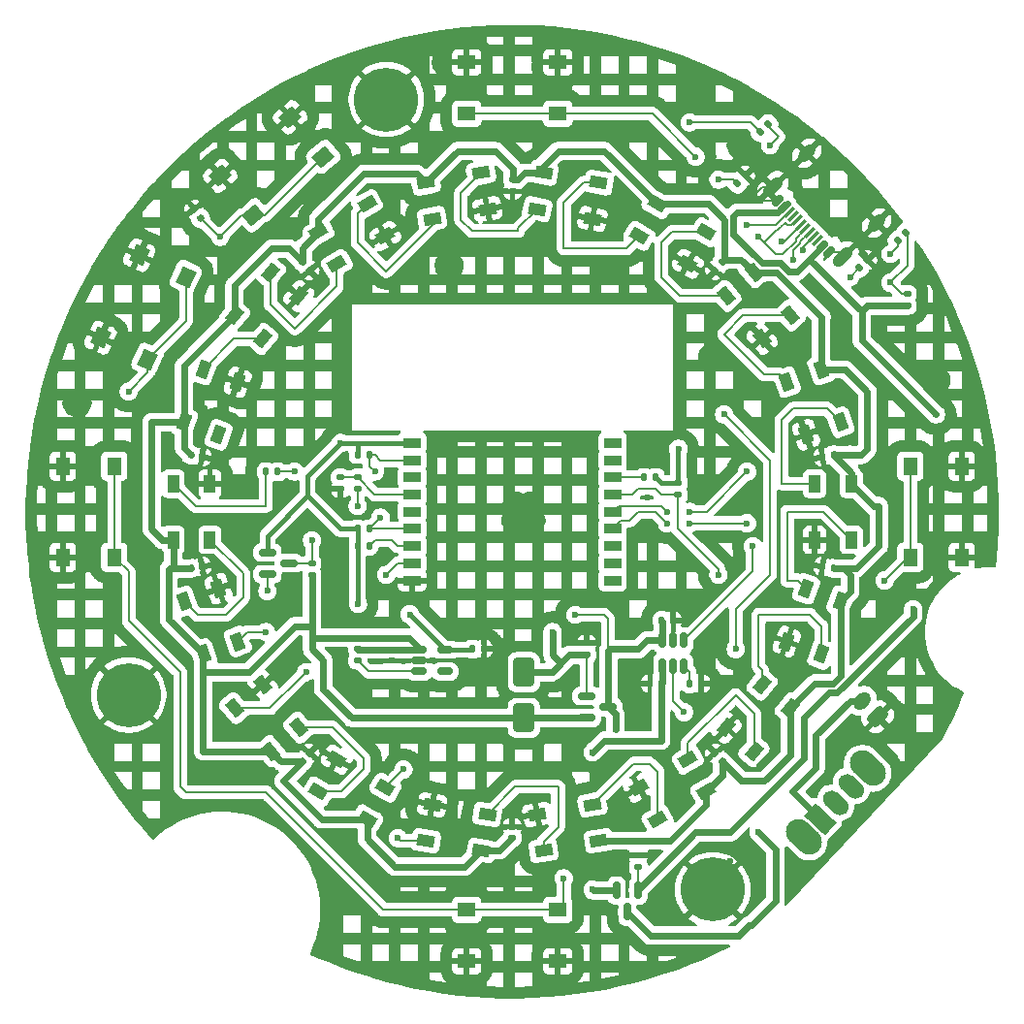
<source format=gtl>
G04 #@! TF.GenerationSoftware,KiCad,Pcbnew,9.0.0*
G04 #@! TF.CreationDate,2025-03-23T20:11:35+01:00*
G04 #@! TF.ProjectId,PCB Board,50434220-426f-4617-9264-2e6b69636164,rev?*
G04 #@! TF.SameCoordinates,Original*
G04 #@! TF.FileFunction,Copper,L1,Top*
G04 #@! TF.FilePolarity,Positive*
%FSLAX46Y46*%
G04 Gerber Fmt 4.6, Leading zero omitted, Abs format (unit mm)*
G04 Created by KiCad (PCBNEW 9.0.0) date 2025-03-23 20:11:35*
%MOMM*%
%LPD*%
G01*
G04 APERTURE LIST*
G04 Aperture macros list*
%AMRoundRect*
0 Rectangle with rounded corners*
0 $1 Rounding radius*
0 $2 $3 $4 $5 $6 $7 $8 $9 X,Y pos of 4 corners*
0 Add a 4 corners polygon primitive as box body*
4,1,4,$2,$3,$4,$5,$6,$7,$8,$9,$2,$3,0*
0 Add four circle primitives for the rounded corners*
1,1,$1+$1,$2,$3*
1,1,$1+$1,$4,$5*
1,1,$1+$1,$6,$7*
1,1,$1+$1,$8,$9*
0 Add four rect primitives between the rounded corners*
20,1,$1+$1,$2,$3,$4,$5,0*
20,1,$1+$1,$4,$5,$6,$7,0*
20,1,$1+$1,$6,$7,$8,$9,0*
20,1,$1+$1,$8,$9,$2,$3,0*%
%AMHorizOval*
0 Thick line with rounded ends*
0 $1 width*
0 $2 $3 position (X,Y) of the first rounded end (center of the circle)*
0 $4 $5 position (X,Y) of the second rounded end (center of the circle)*
0 Add line between two ends*
20,1,$1,$2,$3,$4,$5,0*
0 Add two circle primitives to create the rounded ends*
1,1,$1,$2,$3*
1,1,$1,$4,$5*%
%AMRotRect*
0 Rectangle, with rotation*
0 The origin of the aperture is its center*
0 $1 length*
0 $2 width*
0 $3 Rotation angle, in degrees counterclockwise*
0 Add horizontal line*
21,1,$1,$2,0,0,$3*%
G04 Aperture macros list end*
G04 #@! TA.AperFunction,SMDPad,CuDef*
%ADD10RoundRect,0.140000X0.040237X-0.216520X0.220218X-0.002028X-0.040237X0.216520X-0.220218X0.002028X0*%
G04 #@! TD*
G04 #@! TA.AperFunction,SMDPad,CuDef*
%ADD11RoundRect,0.135000X0.035355X-0.226274X0.226274X-0.035355X-0.035355X0.226274X-0.226274X0.035355X0*%
G04 #@! TD*
G04 #@! TA.AperFunction,SMDPad,CuDef*
%ADD12RoundRect,0.135000X0.185000X-0.135000X0.185000X0.135000X-0.185000X0.135000X-0.185000X-0.135000X0*%
G04 #@! TD*
G04 #@! TA.AperFunction,SMDPad,CuDef*
%ADD13RoundRect,0.140000X0.108353X0.191728X-0.167393X0.143107X-0.108353X-0.191728X0.167393X-0.143107X0*%
G04 #@! TD*
G04 #@! TA.AperFunction,SMDPad,CuDef*
%ADD14RotRect,1.500000X1.000000X30.000000*%
G04 #@! TD*
G04 #@! TA.AperFunction,SMDPad,CuDef*
%ADD15RoundRect,0.135000X-0.035355X0.226274X-0.226274X0.035355X0.035355X-0.226274X0.226274X-0.035355X0*%
G04 #@! TD*
G04 #@! TA.AperFunction,SMDPad,CuDef*
%ADD16R,1.300000X1.550000*%
G04 #@! TD*
G04 #@! TA.AperFunction,SMDPad,CuDef*
%ADD17RoundRect,0.135000X0.135000X0.185000X-0.135000X0.185000X-0.135000X-0.185000X0.135000X-0.185000X0*%
G04 #@! TD*
G04 #@! TA.AperFunction,SMDPad,CuDef*
%ADD18RoundRect,0.250000X0.650000X-1.000000X0.650000X1.000000X-0.650000X1.000000X-0.650000X-1.000000X0*%
G04 #@! TD*
G04 #@! TA.AperFunction,SMDPad,CuDef*
%ADD19RoundRect,0.135000X-0.185000X0.135000X-0.185000X-0.135000X0.185000X-0.135000X0.185000X0.135000X0*%
G04 #@! TD*
G04 #@! TA.AperFunction,SMDPad,CuDef*
%ADD20RoundRect,0.140000X0.170000X-0.140000X0.170000X0.140000X-0.170000X0.140000X-0.170000X-0.140000X0*%
G04 #@! TD*
G04 #@! TA.AperFunction,SMDPad,CuDef*
%ADD21RoundRect,0.140000X-0.167393X-0.143107X0.108353X-0.191728X0.167393X0.143107X-0.108353X0.191728X0*%
G04 #@! TD*
G04 #@! TA.AperFunction,SMDPad,CuDef*
%ADD22RotRect,1.500000X1.000000X150.000000*%
G04 #@! TD*
G04 #@! TA.AperFunction,SMDPad,CuDef*
%ADD23RotRect,1.500000X1.000000X130.000000*%
G04 #@! TD*
G04 #@! TA.AperFunction,SMDPad,CuDef*
%ADD24RoundRect,0.150000X-0.587500X-0.150000X0.587500X-0.150000X0.587500X0.150000X-0.587500X0.150000X0*%
G04 #@! TD*
G04 #@! TA.AperFunction,ComponentPad*
%ADD25C,3.600000*%
G04 #@! TD*
G04 #@! TA.AperFunction,ConnectorPad*
%ADD26C,5.600000*%
G04 #@! TD*
G04 #@! TA.AperFunction,SMDPad,CuDef*
%ADD27RoundRect,0.140000X-0.170000X0.140000X-0.170000X-0.140000X0.170000X-0.140000X0.170000X0.140000X0*%
G04 #@! TD*
G04 #@! TA.AperFunction,SMDPad,CuDef*
%ADD28RoundRect,0.140000X0.167393X0.143107X-0.108353X0.191728X-0.167393X-0.143107X0.108353X-0.191728X0*%
G04 #@! TD*
G04 #@! TA.AperFunction,SMDPad,CuDef*
%ADD29RoundRect,0.135000X-0.135000X-0.185000X0.135000X-0.185000X0.135000X0.185000X-0.135000X0.185000X0*%
G04 #@! TD*
G04 #@! TA.AperFunction,SMDPad,CuDef*
%ADD30RotRect,1.500000X1.000000X230.000000*%
G04 #@! TD*
G04 #@! TA.AperFunction,SMDPad,CuDef*
%ADD31RotRect,1.500000X1.000000X110.000000*%
G04 #@! TD*
G04 #@! TA.AperFunction,SMDPad,CuDef*
%ADD32RotRect,1.500000X1.000000X290.000000*%
G04 #@! TD*
G04 #@! TA.AperFunction,SMDPad,CuDef*
%ADD33RotRect,1.550000X1.300000X220.000000*%
G04 #@! TD*
G04 #@! TA.AperFunction,ComponentPad*
%ADD34RoundRect,0.250000X0.689429X0.194454X0.194454X0.689429X-0.689429X-0.194454X-0.194454X-0.689429X0*%
G04 #@! TD*
G04 #@! TA.AperFunction,ComponentPad*
%ADD35HorizOval,1.200000X0.194454X0.194454X-0.194454X-0.194454X0*%
G04 #@! TD*
G04 #@! TA.AperFunction,SMDPad,CuDef*
%ADD36RotRect,1.500000X1.000000X170.000000*%
G04 #@! TD*
G04 #@! TA.AperFunction,SMDPad,CuDef*
%ADD37R,1.500000X0.900000*%
G04 #@! TD*
G04 #@! TA.AperFunction,HeatsinkPad*
%ADD38C,0.600000*%
G04 #@! TD*
G04 #@! TA.AperFunction,HeatsinkPad*
%ADD39R,2.900000X2.900000*%
G04 #@! TD*
G04 #@! TA.AperFunction,SMDPad,CuDef*
%ADD40RotRect,1.500000X1.000000X250.000000*%
G04 #@! TD*
G04 #@! TA.AperFunction,SMDPad,CuDef*
%ADD41RotRect,1.500000X1.000000X50.000000*%
G04 #@! TD*
G04 #@! TA.AperFunction,SMDPad,CuDef*
%ADD42RoundRect,0.140000X-0.220218X-0.002028X-0.040237X-0.216520X0.220218X0.002028X0.040237X0.216520X0*%
G04 #@! TD*
G04 #@! TA.AperFunction,SMDPad,CuDef*
%ADD43R,1.550000X1.300000*%
G04 #@! TD*
G04 #@! TA.AperFunction,SMDPad,CuDef*
%ADD44RoundRect,0.150000X-0.150000X0.512500X-0.150000X-0.512500X0.150000X-0.512500X0.150000X0.512500X0*%
G04 #@! TD*
G04 #@! TA.AperFunction,SMDPad,CuDef*
%ADD45RoundRect,0.140000X-0.140000X-0.170000X0.140000X-0.170000X0.140000X0.170000X-0.140000X0.170000X0*%
G04 #@! TD*
G04 #@! TA.AperFunction,SMDPad,CuDef*
%ADD46RoundRect,0.140000X-0.040237X0.216520X-0.220218X0.002028X0.040237X-0.216520X0.220218X-0.002028X0*%
G04 #@! TD*
G04 #@! TA.AperFunction,ComponentPad*
%ADD47HorizOval,2.200000X-0.475380X0.443299X0.475380X-0.443299X0*%
G04 #@! TD*
G04 #@! TA.AperFunction,ComponentPad*
%ADD48RotRect,1.500000X2.500000X47.000000*%
G04 #@! TD*
G04 #@! TA.AperFunction,ComponentPad*
%ADD49HorizOval,1.500000X-0.365677X0.340999X0.365677X-0.340999X0*%
G04 #@! TD*
G04 #@! TA.AperFunction,SMDPad,CuDef*
%ADD50RoundRect,0.150000X-0.512500X-0.150000X0.512500X-0.150000X0.512500X0.150000X-0.512500X0.150000X0*%
G04 #@! TD*
G04 #@! TA.AperFunction,SMDPad,CuDef*
%ADD51RoundRect,0.147500X0.017678X-0.226274X0.226274X-0.017678X-0.017678X0.226274X-0.226274X0.017678X0*%
G04 #@! TD*
G04 #@! TA.AperFunction,SMDPad,CuDef*
%ADD52RoundRect,0.140000X-0.219557X0.017173X-0.058955X-0.212189X0.219557X-0.017173X0.058955X0.212189X0*%
G04 #@! TD*
G04 #@! TA.AperFunction,SMDPad,CuDef*
%ADD53RotRect,1.500000X1.000000X10.000000*%
G04 #@! TD*
G04 #@! TA.AperFunction,SMDPad,CuDef*
%ADD54RoundRect,0.150000X0.406586X0.194454X0.194454X0.406586X-0.406586X-0.194454X-0.194454X-0.406586X0*%
G04 #@! TD*
G04 #@! TA.AperFunction,SMDPad,CuDef*
%ADD55RoundRect,0.075000X0.406586X0.300520X0.300520X0.406586X-0.406586X-0.300520X-0.300520X-0.406586X0*%
G04 #@! TD*
G04 #@! TA.AperFunction,HeatsinkPad*
%ADD56HorizOval,1.000000X0.388909X0.388909X-0.388909X-0.388909X0*%
G04 #@! TD*
G04 #@! TA.AperFunction,HeatsinkPad*
%ADD57HorizOval,1.000000X0.282843X0.282843X-0.282843X-0.282843X0*%
G04 #@! TD*
G04 #@! TA.AperFunction,SMDPad,CuDef*
%ADD58RotRect,1.500000X1.000000X190.000000*%
G04 #@! TD*
G04 #@! TA.AperFunction,SMDPad,CuDef*
%ADD59RotRect,1.500000X1.000000X350.000000*%
G04 #@! TD*
G04 #@! TA.AperFunction,SMDPad,CuDef*
%ADD60RoundRect,0.150000X-0.150000X0.587500X-0.150000X-0.587500X0.150000X-0.587500X0.150000X0.587500X0*%
G04 #@! TD*
G04 #@! TA.AperFunction,SMDPad,CuDef*
%ADD61RoundRect,0.140000X0.140000X0.170000X-0.140000X0.170000X-0.140000X-0.170000X0.140000X-0.170000X0*%
G04 #@! TD*
G04 #@! TA.AperFunction,SMDPad,CuDef*
%ADD62RoundRect,0.140000X0.220218X0.002028X0.040237X0.216520X-0.220218X-0.002028X-0.040237X-0.216520X0*%
G04 #@! TD*
G04 #@! TA.AperFunction,SMDPad,CuDef*
%ADD63RotRect,1.500000X1.000000X70.000000*%
G04 #@! TD*
G04 #@! TA.AperFunction,SMDPad,CuDef*
%ADD64RotRect,1.500000X1.000000X210.000000*%
G04 #@! TD*
G04 #@! TA.AperFunction,SMDPad,CuDef*
%ADD65R,1.000000X1.500000*%
G04 #@! TD*
G04 #@! TA.AperFunction,SMDPad,CuDef*
%ADD66RotRect,1.500000X1.000000X330.000000*%
G04 #@! TD*
G04 #@! TA.AperFunction,SMDPad,CuDef*
%ADD67RotRect,1.550000X1.300000X65.000000*%
G04 #@! TD*
G04 #@! TA.AperFunction,SMDPad,CuDef*
%ADD68RoundRect,0.140000X-0.108353X-0.191728X0.167393X-0.143107X0.108353X0.191728X-0.167393X0.143107X0*%
G04 #@! TD*
G04 #@! TA.AperFunction,SMDPad,CuDef*
%ADD69RotRect,1.500000X1.000000X310.000000*%
G04 #@! TD*
G04 #@! TA.AperFunction,ViaPad*
%ADD70C,0.600000*%
G04 #@! TD*
G04 #@! TA.AperFunction,Conductor*
%ADD71C,0.200000*%
G04 #@! TD*
G04 #@! TA.AperFunction,Conductor*
%ADD72C,0.600000*%
G04 #@! TD*
G04 #@! TA.AperFunction,Conductor*
%ADD73C,0.400000*%
G04 #@! TD*
G04 APERTURE END LIST*
D10*
X46293409Y-85716945D03*
X46910485Y-84981543D03*
D11*
X94878752Y-42621248D03*
X95600000Y-41900000D03*
D12*
X79090000Y-62410000D03*
X79090000Y-61390000D03*
D13*
X92647324Y-58954500D03*
X91701910Y-59121202D03*
D14*
X53521762Y-39811930D03*
X51921762Y-37040648D03*
X47678238Y-39490648D03*
X49278238Y-42261930D03*
D15*
X84960624Y-34539376D03*
X84239376Y-35260624D03*
D16*
X25350000Y-67880000D03*
X25350000Y-59920000D03*
X29850000Y-67880000D03*
X29850000Y-59920000D03*
D17*
X77110000Y-60900000D03*
X76090000Y-60900000D03*
D18*
X65600000Y-81900000D03*
X65600000Y-77900000D03*
D19*
X99100000Y-44890000D03*
X99100000Y-45910000D03*
D20*
X64600000Y-92380000D03*
X64600000Y-91420000D03*
D21*
X36552675Y-58954500D03*
X37498091Y-59121202D03*
D22*
X49278238Y-85538070D03*
X47678238Y-88309352D03*
X51921762Y-90759352D03*
X53521762Y-87988070D03*
D23*
X42801597Y-78992784D03*
X40350255Y-81049704D03*
X43499915Y-84803322D03*
X45951257Y-82746402D03*
D24*
X43225000Y-67450000D03*
X43225000Y-69350000D03*
X45100000Y-68400000D03*
D25*
X31100000Y-79900000D03*
D26*
X31100000Y-79900000D03*
D27*
X64620000Y-34920000D03*
X64620000Y-35880000D03*
D19*
X51100000Y-60890000D03*
X51100000Y-61910000D03*
D28*
X92647325Y-68845500D03*
X91701909Y-68678798D03*
D29*
X51090000Y-66900000D03*
X52110000Y-66900000D03*
D30*
X83248743Y-82746402D03*
X85700085Y-84803322D03*
X88849745Y-81049704D03*
X86398403Y-78992784D03*
D31*
X38954166Y-70627084D03*
X35947149Y-71721550D03*
X37623048Y-76326044D03*
X40630065Y-75231578D03*
D32*
X90245834Y-57172916D03*
X93252851Y-56078450D03*
X91576952Y-51473956D03*
X88569935Y-52568422D03*
D12*
X47100000Y-69410000D03*
X47100000Y-68390000D03*
D33*
X48095129Y-32900000D03*
X41997415Y-38016590D03*
X45202585Y-29452800D03*
X39104871Y-34569390D03*
D16*
X103850000Y-59920000D03*
X103850000Y-67880000D03*
X99350000Y-59920000D03*
X99350000Y-67880000D03*
D34*
X96514214Y-81814214D03*
D35*
X95100000Y-80400000D03*
D36*
X57602909Y-89473486D03*
X57047235Y-92624872D03*
X61872793Y-93475748D03*
X62428467Y-90324362D03*
D37*
X55850000Y-57900000D03*
X55850000Y-59400000D03*
X55850000Y-60900000D03*
X55850000Y-62400000D03*
X55850000Y-63900000D03*
X55850000Y-65400000D03*
X55850000Y-66900000D03*
X55850000Y-68400000D03*
X55850000Y-69900000D03*
X73350000Y-69900000D03*
X73350000Y-68400000D03*
X73350000Y-66900000D03*
X73350000Y-65400000D03*
X73350000Y-63900000D03*
X73350000Y-62400000D03*
X73350000Y-60900000D03*
X73350000Y-59400000D03*
X73350000Y-57900000D03*
D38*
X64460000Y-63550000D03*
X64460000Y-64650000D03*
X65010000Y-63000000D03*
X65010000Y-64100000D03*
X65010000Y-65200000D03*
X65560000Y-63550000D03*
D39*
X65560000Y-64100000D03*
D38*
X65560000Y-64650000D03*
X66110000Y-63000000D03*
X66110000Y-64100000D03*
X66110000Y-65200000D03*
X66660000Y-63550000D03*
X66660000Y-64650000D03*
D40*
X88569935Y-75231579D03*
X91576951Y-76326043D03*
X93252851Y-71721549D03*
X90245835Y-70627085D03*
D24*
X71100000Y-80000000D03*
X71100000Y-81900000D03*
X72975000Y-80950000D03*
D17*
X52110000Y-58900000D03*
X51090000Y-58900000D03*
D41*
X45951257Y-45053598D03*
X43499915Y-42996678D03*
X40350255Y-46750296D03*
X42801597Y-48807216D03*
D42*
X46293409Y-42083055D03*
X46910485Y-42818457D03*
D43*
X68580000Y-103150000D03*
X60620000Y-103150000D03*
X68580000Y-98650000D03*
X60620000Y-98650000D03*
D44*
X79600000Y-75125000D03*
X78650000Y-75125000D03*
X77700000Y-75125000D03*
X77700000Y-77400000D03*
X78650000Y-77400000D03*
X79600000Y-77400000D03*
D45*
X61140000Y-75900000D03*
X62100000Y-75900000D03*
D25*
X82100000Y-96900000D03*
D26*
X82100000Y-96900000D03*
D12*
X49600000Y-61910000D03*
X49600000Y-60890000D03*
D46*
X82906591Y-42083055D03*
X82289515Y-42818457D03*
D20*
X54100000Y-76880000D03*
X54100000Y-75920000D03*
D47*
X90037862Y-92305900D03*
X95630248Y-86308800D03*
D48*
X91470058Y-90770058D03*
D49*
X92834054Y-89307349D03*
X94198051Y-87844643D03*
D50*
X56462500Y-75950000D03*
X56462500Y-76900000D03*
X56462500Y-77850000D03*
X58737500Y-77850000D03*
X58737500Y-75950000D03*
D51*
X86257053Y-30742947D03*
X86942947Y-30057053D03*
D52*
X36824683Y-37506807D03*
X37375317Y-38293193D03*
D53*
X62428467Y-37475637D03*
X61872793Y-34324253D03*
X57047235Y-35175129D03*
X57602909Y-38326513D03*
D12*
X51100000Y-76910000D03*
X51100000Y-75890000D03*
D54*
X92260589Y-41264895D03*
X91694903Y-40699209D03*
D55*
X90881731Y-39886036D03*
X90174624Y-39178930D03*
X89821070Y-38825376D03*
X89113964Y-38118269D03*
D54*
X88300791Y-37305097D03*
X87735105Y-36739411D03*
X87735105Y-36739411D03*
X88300791Y-37305097D03*
D55*
X88760410Y-37764716D03*
X89467517Y-38471823D03*
X90528177Y-39532483D03*
X91235284Y-40239590D03*
D54*
X91694903Y-40699209D03*
X92260589Y-41264895D03*
D56*
X93459135Y-41650268D03*
D57*
X96414841Y-38694562D03*
D56*
X87349732Y-35540865D03*
D57*
X90305438Y-32585159D03*
D17*
X81100000Y-78900000D03*
X80080000Y-78900000D03*
D45*
X77640000Y-73400000D03*
X78600000Y-73400000D03*
D19*
X75600000Y-93890000D03*
X75600000Y-94910000D03*
D58*
X66771533Y-90324363D03*
X67327207Y-93475747D03*
X72152765Y-92624871D03*
X71597091Y-89473487D03*
D59*
X71597091Y-38326513D03*
X72152765Y-35175129D03*
X67327207Y-34324253D03*
X66771533Y-37475637D03*
D29*
X51080000Y-65400000D03*
X52100000Y-65400000D03*
D60*
X75600000Y-96962500D03*
X73700000Y-96962500D03*
X74650000Y-98837500D03*
D61*
X77600000Y-78900000D03*
X76640000Y-78900000D03*
D62*
X82906591Y-85716945D03*
X82289515Y-84981543D03*
D63*
X40630065Y-52568421D03*
X37623048Y-51473957D03*
X35947149Y-56078451D03*
X38954166Y-57172915D03*
D64*
X75678238Y-87988070D03*
X77278238Y-90759352D03*
X81521762Y-88309352D03*
X79921762Y-85538070D03*
D65*
X38200000Y-61450000D03*
X35000000Y-61450000D03*
X35000000Y-66350000D03*
X38200000Y-66350000D03*
D17*
X44100000Y-60400000D03*
X43080000Y-60400000D03*
D25*
X53600000Y-27900000D03*
D26*
X53600000Y-27900000D03*
D12*
X71100000Y-76410000D03*
X71100000Y-75390000D03*
D51*
X98257053Y-40242947D03*
X98942947Y-39557053D03*
D65*
X91000000Y-66350000D03*
X94200000Y-66350000D03*
X94200000Y-61450000D03*
X91000000Y-61450000D03*
D66*
X79921762Y-42261930D03*
X81521762Y-39490648D03*
X77278238Y-37040648D03*
X75678238Y-39811930D03*
D67*
X28657576Y-48712428D03*
X32021616Y-41498218D03*
X32735960Y-50614210D03*
X36100000Y-43400000D03*
D68*
X36552675Y-68845500D03*
X37498091Y-68678798D03*
D43*
X60620000Y-24650000D03*
X68580000Y-24650000D03*
X60620000Y-29150000D03*
X68580000Y-29150000D03*
D69*
X86398403Y-48807216D03*
X88849745Y-46750296D03*
X85700085Y-42996678D03*
X83248743Y-45053598D03*
D70*
X82100000Y-50400000D03*
X59100000Y-42400000D03*
X75600000Y-81400000D03*
X74100000Y-37400000D03*
X73100000Y-41900000D03*
X38600000Y-86900000D03*
X48100000Y-61900000D03*
X72100000Y-94900000D03*
X58850000Y-24650000D03*
X88600000Y-29400000D03*
X83600000Y-94400000D03*
X101600000Y-52400000D03*
X53600000Y-60900000D03*
X84600000Y-31900000D03*
X76432216Y-62623429D03*
X41600000Y-64900000D03*
X81100000Y-27400000D03*
X26600000Y-54400000D03*
X52600000Y-60400000D03*
X39100000Y-39900000D03*
X55643750Y-72856250D03*
X79100000Y-58400000D03*
X49600000Y-57900000D03*
X51130000Y-71940000D03*
X77600000Y-83900000D03*
X71600000Y-84900000D03*
X101600000Y-55400000D03*
X68100000Y-74400000D03*
X82600000Y-91900000D03*
X99600000Y-72400000D03*
X73600000Y-82900000D03*
X71600000Y-96900000D03*
X70100000Y-72900000D03*
X75600000Y-75900000D03*
X51100000Y-63400000D03*
X85600000Y-66900000D03*
X97600000Y-41400000D03*
X87100000Y-31900000D03*
X97600000Y-43900000D03*
X80100000Y-29900000D03*
X84100000Y-75900000D03*
X83100000Y-55400000D03*
X79600000Y-81400000D03*
X78100000Y-64900000D03*
X80100000Y-64900000D03*
X88100000Y-40300000D03*
X85100000Y-64900000D03*
X89100000Y-41900000D03*
X80100000Y-63900000D03*
X86100000Y-39900000D03*
X78100000Y-63900000D03*
X85100000Y-60400000D03*
X85100000Y-38900000D03*
X82600000Y-34900000D03*
X90002276Y-41100000D03*
X94100000Y-43400000D03*
X43216322Y-70822633D03*
X53100000Y-64400000D03*
X97100000Y-69900000D03*
X69100000Y-95900000D03*
X80600000Y-32900000D03*
X82600000Y-69400000D03*
X31100000Y-53400000D03*
X53600000Y-69400000D03*
X46600000Y-77900000D03*
X43100000Y-74400000D03*
X55100000Y-86400000D03*
X54600000Y-92400000D03*
X45600000Y-60400000D03*
X47100000Y-66400000D03*
X86100000Y-91900000D03*
D71*
X85600000Y-36400000D02*
X86459135Y-35540865D01*
X95600000Y-41400000D02*
X95600000Y-41900000D01*
X93073762Y-41264895D02*
X93459135Y-41650268D01*
X78650000Y-73450000D02*
X78600000Y-73400000D01*
X93735105Y-41264895D02*
X94600000Y-40400000D01*
X94600000Y-40400000D02*
X95600000Y-41400000D01*
X86459135Y-35540865D02*
X87349732Y-35540865D01*
X92260589Y-41264895D02*
X93073762Y-41264895D01*
X58850000Y-24650000D02*
X60620000Y-24650000D01*
X87735105Y-36739411D02*
X85939411Y-36739411D01*
X85939411Y-36739411D02*
X85600000Y-36400000D01*
X92260589Y-41264895D02*
X93735105Y-41264895D01*
X78650000Y-75125000D02*
X78650000Y-73450000D01*
X41997415Y-38016589D02*
X40983411Y-38016589D01*
X53100000Y-59400000D02*
X55850000Y-59400000D01*
X40983411Y-38016589D02*
X39100000Y-39900000D01*
X52110000Y-58900000D02*
X52600000Y-58900000D01*
X52600000Y-60400000D02*
X52110000Y-59910000D01*
X52110000Y-59910000D02*
X52110000Y-58900000D01*
X52600000Y-58900000D02*
X53100000Y-59400000D01*
X41997415Y-38016589D02*
X42978539Y-38016589D01*
X37375317Y-38293193D02*
X38982124Y-39900000D01*
X42978539Y-38016589D02*
X48095128Y-32900000D01*
X39100000Y-39900000D02*
X38982124Y-39900000D01*
D72*
X65675747Y-34324253D02*
X67327207Y-34324253D01*
X51600000Y-34400000D02*
X56272106Y-34400000D01*
X81521762Y-88309352D02*
X81521762Y-89478238D01*
X34654500Y-68845500D02*
X36552675Y-68845500D01*
X56462500Y-75950000D02*
X54130000Y-75950000D01*
X94100000Y-58900000D02*
X94045500Y-58954500D01*
X94100000Y-69400000D02*
X94100000Y-70874400D01*
X87696678Y-42996678D02*
X91600000Y-46900000D01*
X56272106Y-34400000D02*
X57047235Y-35175129D01*
X47678238Y-39490648D02*
X47678238Y-38321762D01*
X90999449Y-78900000D02*
X92600000Y-78900000D01*
X44610354Y-87410354D02*
X44600000Y-87410354D01*
X35947149Y-58348974D02*
X35947149Y-56078451D01*
X43499915Y-84803322D02*
X37600000Y-84803322D01*
X91576952Y-46923048D02*
X91576952Y-51473956D01*
X94045500Y-58954500D02*
X92647324Y-58954500D01*
X92647325Y-68845500D02*
X94654500Y-68845500D01*
X83094823Y-40900000D02*
X83094823Y-41894823D01*
X34600000Y-73302996D02*
X34600000Y-68900000D01*
X56462500Y-75762500D02*
X55600000Y-74900000D01*
X48100000Y-79400000D02*
X50600000Y-81900000D01*
X92600000Y-78900000D02*
X93252851Y-78247149D01*
X60448541Y-94900000D02*
X61872793Y-93475748D01*
X96600000Y-63400000D02*
X96150000Y-63400000D01*
X51130000Y-75920000D02*
X51100000Y-75890000D01*
X94654500Y-68845500D02*
X96600000Y-66900000D01*
X50600000Y-81900000D02*
X65600000Y-81900000D01*
X59822364Y-32400000D02*
X57047235Y-35175129D01*
X83100000Y-38400000D02*
X83100000Y-40900000D01*
X64620000Y-34920000D02*
X65080000Y-34920000D01*
X91600000Y-46900000D02*
X91576952Y-46923048D01*
X72637590Y-32400000D02*
X77278238Y-37040648D01*
X64620000Y-33920000D02*
X63100000Y-32400000D01*
X93545500Y-68845500D02*
X94100000Y-69400000D01*
X37600000Y-78900000D02*
X37600000Y-76349092D01*
X94100000Y-58954500D02*
X94100000Y-58900000D01*
X65600000Y-81900000D02*
X71100000Y-81900000D01*
X64620000Y-34920000D02*
X64620000Y-33920000D01*
X35000000Y-66350000D02*
X35000000Y-68745500D01*
X45610000Y-73890000D02*
X47100000Y-73890000D01*
X82906591Y-86924523D02*
X81521762Y-88309352D01*
X63504252Y-93475748D02*
X64600000Y-92380000D01*
X34600000Y-68900000D02*
X34654500Y-68845500D01*
X94100000Y-70874400D02*
X93252851Y-71721549D01*
X51921762Y-90759352D02*
X47959352Y-90759352D01*
X81740648Y-37040648D02*
X83100000Y-38400000D01*
X85700085Y-42996678D02*
X87696678Y-42996678D01*
X55600000Y-74900000D02*
X47100000Y-74900000D01*
X37600000Y-77900000D02*
X41600000Y-77900000D01*
X35000000Y-68745500D02*
X35100000Y-68845500D01*
X47100000Y-69410000D02*
X47100000Y-73890000D01*
X61872793Y-93475748D02*
X63504252Y-93475748D01*
X82906591Y-42083055D02*
X83094823Y-41894823D01*
X92647325Y-68845500D02*
X93545500Y-68845500D01*
X56462500Y-75950000D02*
X56462500Y-75762500D01*
X47100000Y-74900000D02*
X47100000Y-73890000D01*
X83100000Y-40900000D02*
X83094823Y-40900000D01*
X94100000Y-58954500D02*
X95045500Y-58954500D01*
X92654500Y-58954500D02*
X92647324Y-58954500D01*
X54100000Y-75920000D02*
X51130000Y-75920000D01*
X82906591Y-85716945D02*
X84589646Y-87400000D01*
X86600000Y-87400000D02*
X88849745Y-85150255D01*
X47100000Y-75900000D02*
X48100000Y-76900000D01*
X94200000Y-60500000D02*
X92654500Y-58954500D01*
X48100000Y-76900000D02*
X48100000Y-79400000D01*
X47959352Y-90759352D02*
X44610354Y-87410354D01*
X81521762Y-89478238D02*
X78375129Y-92624871D01*
X85700085Y-42996678D02*
X84598230Y-41894823D01*
X96150000Y-63400000D02*
X94200000Y-61450000D01*
X93673956Y-51473956D02*
X91576952Y-51473956D01*
X47678238Y-39490648D02*
X46293409Y-40875477D01*
X78375129Y-92624871D02*
X72152765Y-92624871D01*
X67327207Y-34324253D02*
X67327207Y-33672793D01*
X37623048Y-76326044D02*
X34600000Y-73302996D01*
X36552675Y-58954500D02*
X35947149Y-58348974D01*
X37600000Y-84803322D02*
X37600000Y-78900000D01*
X44600000Y-87410354D02*
X46293409Y-85716945D01*
X51921762Y-90759352D02*
X51921762Y-92471762D01*
X84589646Y-87400000D02*
X86600000Y-87400000D01*
X95600000Y-58400000D02*
X95600000Y-53400000D01*
X35947149Y-51153402D02*
X35947149Y-56078451D01*
X94200000Y-61450000D02*
X94200000Y-60500000D01*
X96600000Y-66900000D02*
X96600000Y-63400000D01*
X35100000Y-68845500D02*
X36552675Y-68845500D01*
X46293409Y-40875477D02*
X46293409Y-42083055D01*
X40350255Y-44149745D02*
X43600000Y-40900000D01*
X34050000Y-66350000D02*
X33100000Y-65400000D01*
X51921762Y-92471762D02*
X54350000Y-94900000D01*
X88849745Y-81049704D02*
X90999449Y-78900000D01*
X40350255Y-46750296D02*
X35947149Y-51153402D01*
X33100000Y-56078451D02*
X35947149Y-56078451D01*
X67327207Y-33672793D02*
X68600000Y-32400000D01*
X44413538Y-85716945D02*
X46293409Y-85716945D01*
X63100000Y-32400000D02*
X59822364Y-32400000D01*
X54350000Y-94900000D02*
X60448541Y-94900000D01*
X95045500Y-58954500D02*
X95600000Y-58400000D01*
X65080000Y-34920000D02*
X65675747Y-34324253D01*
X68600000Y-32400000D02*
X72637590Y-32400000D01*
X93252851Y-78247149D02*
X93252851Y-71721549D01*
X54130000Y-75950000D02*
X54100000Y-75920000D01*
X35000000Y-66350000D02*
X34050000Y-66350000D01*
X41600000Y-77900000D02*
X45610000Y-73890000D01*
X37600000Y-76349092D02*
X37623048Y-76326044D01*
X84598230Y-41894823D02*
X83094823Y-41894823D01*
X47100000Y-74900000D02*
X47100000Y-75900000D01*
X82906591Y-85716945D02*
X82906591Y-86924523D01*
X40350255Y-46750296D02*
X40350255Y-44149745D01*
X45110354Y-40900000D02*
X46293409Y-42083055D01*
X47678238Y-38321762D02*
X51600000Y-34400000D01*
X43600000Y-40900000D02*
X45110354Y-40900000D01*
X77278238Y-37040648D02*
X81740648Y-37040648D01*
X43499915Y-84803322D02*
X44413538Y-85716945D01*
X33100000Y-65400000D02*
X33100000Y-56078451D01*
X88849745Y-85150255D02*
X88849745Y-81049704D01*
X95600000Y-53400000D02*
X93673956Y-51473956D01*
D73*
X79090000Y-61390000D02*
X79090000Y-58410000D01*
X46725000Y-62525000D02*
X43225000Y-66025000D01*
X43225000Y-66025000D02*
X43225000Y-67450000D01*
X51090000Y-58900000D02*
X51090000Y-57910000D01*
X49600000Y-57900000D02*
X51100000Y-57900000D01*
X51090000Y-57910000D02*
X51100000Y-57900000D01*
X58737500Y-75950000D02*
X55643750Y-72856250D01*
X79090000Y-58410000D02*
X79100000Y-58400000D01*
X61090000Y-75950000D02*
X61140000Y-75900000D01*
X51090000Y-71900000D02*
X51090000Y-66900000D01*
X79090000Y-61390000D02*
X77600000Y-61390000D01*
X46725000Y-60775000D02*
X49600000Y-57900000D01*
X46725000Y-62525000D02*
X46725000Y-60775000D01*
X51130000Y-71940000D02*
X51090000Y-71900000D01*
X49600000Y-65400000D02*
X46725000Y-62525000D01*
X51090000Y-65410000D02*
X51080000Y-65400000D01*
X51080000Y-65400000D02*
X49600000Y-65400000D01*
X77600000Y-61390000D02*
X77110000Y-60900000D01*
X51090000Y-66900000D02*
X51090000Y-65410000D01*
X51100000Y-57900000D02*
X55850000Y-57900000D01*
X58737500Y-75950000D02*
X61090000Y-75950000D01*
D72*
X77700000Y-77400000D02*
X77700000Y-78800000D01*
X68100000Y-77900000D02*
X68850000Y-77150000D01*
X88732786Y-42900000D02*
X88028464Y-42195678D01*
X92299000Y-79701000D02*
X90100000Y-81900000D01*
D71*
X75550000Y-96950000D02*
X75600000Y-96900000D01*
X75600000Y-96962500D02*
X75600000Y-94910000D01*
D72*
X86404467Y-42195678D02*
X85808540Y-41599751D01*
X68850000Y-77150000D02*
X68100000Y-76400000D01*
X72600000Y-83900000D02*
X77600000Y-83900000D01*
X90100000Y-81900000D02*
X90100000Y-85400000D01*
X89494112Y-42900000D02*
X88732786Y-42900000D01*
X84200064Y-37799936D02*
X87807366Y-37799936D01*
D71*
X77700000Y-78800000D02*
X77600000Y-78900000D01*
X71100000Y-80000000D02*
X71100000Y-76410000D01*
D72*
X95100000Y-46400000D02*
X95100000Y-48900000D01*
X95100000Y-46400000D02*
X90600000Y-41900000D01*
D71*
X88300791Y-37306511D02*
X87807366Y-37799936D01*
D72*
X99600000Y-72400000D02*
X99600000Y-73032785D01*
X83901000Y-38731786D02*
X83901000Y-38099000D01*
X82600000Y-91900000D02*
X80612500Y-91900000D01*
X71600000Y-84900000D02*
X72600000Y-83900000D01*
X99100000Y-45910000D02*
X95590000Y-45910000D01*
X90100000Y-85400000D02*
X83600000Y-91900000D01*
X88300791Y-37305097D02*
X88625228Y-36980660D01*
X68850000Y-77150000D02*
X69590000Y-76410000D01*
X70100000Y-76410000D02*
X71100000Y-76410000D01*
D71*
X75550000Y-96962500D02*
X75550000Y-96950000D01*
X88300791Y-37305097D02*
X88300791Y-37306511D01*
D72*
X83901000Y-38099000D02*
X84200064Y-37799936D01*
D71*
X88019361Y-37305097D02*
X88300791Y-37305097D01*
D72*
X83901000Y-39701000D02*
X83901000Y-38731786D01*
X80612500Y-91900000D02*
X75550000Y-96962500D01*
X91694903Y-40699209D02*
X89494112Y-42900000D01*
X83600000Y-91900000D02*
X82600000Y-91900000D01*
X65600000Y-77900000D02*
X68100000Y-77900000D01*
X77600000Y-83900000D02*
X77600000Y-78900000D01*
X88028464Y-42195678D02*
X87364892Y-42195678D01*
D71*
X75600000Y-96962500D02*
X75550000Y-96962500D01*
D72*
X69590000Y-76410000D02*
X70100000Y-76410000D01*
X99600000Y-73032785D02*
X92931785Y-79701000D01*
X92931785Y-79701000D02*
X92299000Y-79701000D01*
X85799751Y-41599751D02*
X83901000Y-39701000D01*
X87364892Y-42195678D02*
X86404467Y-42195678D01*
X85808540Y-41599751D02*
X85799751Y-41599751D01*
X68100000Y-76400000D02*
X68100000Y-74400000D01*
X95590000Y-45910000D02*
X95100000Y-46400000D01*
X95100000Y-48900000D02*
X101600000Y-55400000D01*
D71*
X72975000Y-73275000D02*
X72600000Y-72900000D01*
D72*
X73100000Y-75900000D02*
X72975000Y-76025000D01*
X73100000Y-75900000D02*
X75600000Y-75900000D01*
X73600000Y-81575000D02*
X72975000Y-80950000D01*
D71*
X94198051Y-87844643D02*
X94525907Y-88172499D01*
X72600000Y-72900000D02*
X70100000Y-72900000D01*
X72975000Y-76025000D02*
X72975000Y-73275000D01*
D72*
X76375000Y-75125000D02*
X75600000Y-75900000D01*
X77700000Y-75125000D02*
X77700000Y-73460000D01*
X71662500Y-96962500D02*
X71600000Y-96900000D01*
X73600000Y-82900000D02*
X73600000Y-81575000D01*
D71*
X51100000Y-63400000D02*
X51100000Y-61910000D01*
D72*
X72975000Y-80950000D02*
X72975000Y-76025000D01*
X77700000Y-75125000D02*
X76375000Y-75125000D01*
X73650000Y-96962500D02*
X71662500Y-96962500D01*
X77700000Y-73460000D02*
X77640000Y-73400000D01*
D71*
X98257053Y-40242947D02*
X98257053Y-40742947D01*
X85600000Y-69125000D02*
X85600000Y-66900000D01*
X79600000Y-75125000D02*
X85600000Y-69125000D01*
X98257053Y-40742947D02*
X97600000Y-41400000D01*
X98942947Y-39742947D02*
X98942947Y-39557053D01*
X87070000Y-30184106D02*
X86942947Y-30057053D01*
X99085000Y-39915000D02*
X99100000Y-39900000D01*
X87070000Y-30400000D02*
X87070000Y-30184106D01*
X99100000Y-39900000D02*
X98942947Y-39742947D01*
X97600000Y-43900000D02*
X99085000Y-42415000D01*
X87835000Y-31165000D02*
X87100000Y-31900000D01*
X99085000Y-42415000D02*
X99085000Y-39915000D01*
X99100000Y-44890000D02*
X98590000Y-44890000D01*
X87070000Y-30400000D02*
X87835000Y-31165000D01*
X98590000Y-44890000D02*
X97600000Y-43900000D01*
X84100000Y-75900000D02*
X84100000Y-72400000D01*
X87100000Y-59400000D02*
X83100000Y-55400000D01*
X78650000Y-80450000D02*
X79600000Y-81400000D01*
X80100000Y-29900000D02*
X85414106Y-29900000D01*
X78650000Y-77400000D02*
X78650000Y-80450000D01*
X84100000Y-72400000D02*
X87100000Y-69400000D01*
X85414106Y-29900000D02*
X86257053Y-30742947D01*
X87100000Y-69400000D02*
X87100000Y-59400000D01*
X36950000Y-63400000D02*
X43100000Y-63400000D01*
X35000000Y-61450000D02*
X36950000Y-63400000D01*
X43100000Y-60420000D02*
X43080000Y-60400000D01*
X43100000Y-63400000D02*
X43100000Y-60420000D01*
X88600000Y-69900000D02*
X89518750Y-69900000D01*
X91750000Y-63900000D02*
X88600000Y-63900000D01*
X88600000Y-63900000D02*
X88600000Y-69900000D01*
X94200000Y-66350000D02*
X91750000Y-63900000D01*
X89518750Y-69900000D02*
X90245835Y-70627085D01*
X77100000Y-63900000D02*
X75600000Y-63900000D01*
X74849000Y-64651000D02*
X74099000Y-64651000D01*
X75600000Y-63900000D02*
X74849000Y-64651000D01*
X88346446Y-40300000D02*
X89821070Y-38825376D01*
X89100000Y-41900000D02*
X89100000Y-41104913D01*
X89745935Y-40458978D02*
X89745935Y-40314725D01*
X89100000Y-41104913D02*
X89745935Y-40458978D01*
X74099000Y-64651000D02*
X73350000Y-65400000D01*
X85100000Y-64900000D02*
X80100000Y-64900000D01*
X89745935Y-40314725D02*
X90528177Y-39532483D01*
X78100000Y-64900000D02*
X77100000Y-63900000D01*
X88100000Y-40300000D02*
X88346446Y-40300000D01*
X86615165Y-40369670D02*
X87683834Y-39301000D01*
X88967720Y-38902325D02*
X89398222Y-38471823D01*
X73850000Y-63400000D02*
X73350000Y-63900000D01*
X87683834Y-39301000D02*
X87766100Y-39301000D01*
X88411973Y-38655127D02*
X88659170Y-38902325D01*
X86569670Y-40369670D02*
X86615165Y-40369670D01*
X89344935Y-40292878D02*
X89344935Y-40008619D01*
X78100000Y-63900000D02*
X77600000Y-63400000D01*
X87766100Y-39301000D02*
X88001000Y-39066100D01*
X77600000Y-63400000D02*
X73850000Y-63400000D01*
X86100000Y-39900000D02*
X87600000Y-41400000D01*
X89344935Y-40008619D02*
X90174624Y-39178930D01*
X89398222Y-38471823D02*
X89467517Y-38471823D01*
X81600000Y-63900000D02*
X80100000Y-63900000D01*
X86100000Y-39900000D02*
X86569670Y-40369670D01*
X85100000Y-60400000D02*
X81600000Y-63900000D01*
X88237813Y-41400000D02*
X89344935Y-40292878D01*
X88001000Y-39066100D02*
X88411973Y-38655127D01*
X88659170Y-38902325D02*
X88967720Y-38902325D01*
X87600000Y-41400000D02*
X88237813Y-41400000D01*
X85100000Y-38900000D02*
X87600000Y-38900000D01*
X87600000Y-38900000D02*
X88735284Y-37764716D01*
X88735284Y-37764716D02*
X88760410Y-37764716D01*
X82600000Y-34900000D02*
X83878752Y-34900000D01*
X83878752Y-34900000D02*
X84239376Y-35260624D01*
X90881731Y-39895952D02*
X90881731Y-39886036D01*
X90002276Y-40775407D02*
X90881731Y-39895952D01*
X90881731Y-39955331D02*
X90881731Y-39886036D01*
X94100000Y-43400000D02*
X94878752Y-42621248D01*
X90002276Y-41100000D02*
X90002276Y-40775407D01*
X43225000Y-70813955D02*
X43216322Y-70822633D01*
X52100000Y-65400000D02*
X55850000Y-65400000D01*
X43225000Y-69350000D02*
X43225000Y-70813955D01*
X53100000Y-64400000D02*
X52100000Y-65400000D01*
X76090000Y-60900000D02*
X73350000Y-60900000D01*
X54100000Y-66400000D02*
X54600000Y-66900000D01*
X52610000Y-66400000D02*
X54100000Y-66400000D01*
X52110000Y-66900000D02*
X52610000Y-66400000D01*
X54600000Y-66900000D02*
X55850000Y-66900000D01*
X52590000Y-62400000D02*
X51100000Y-60910000D01*
X55850000Y-62400000D02*
X52590000Y-62400000D01*
X51100000Y-60910000D02*
X49620000Y-60910000D01*
X49620000Y-60910000D02*
X49600000Y-60890000D01*
X55830000Y-62380000D02*
X55850000Y-62400000D01*
X52040000Y-77850000D02*
X51100000Y-76910000D01*
X56462500Y-77850000D02*
X52040000Y-77850000D01*
X53350000Y-98650000D02*
X43100000Y-88400000D01*
X82600000Y-68900000D02*
X79090000Y-65390000D01*
X79090000Y-65390000D02*
X79090000Y-62410000D01*
X82600000Y-69400000D02*
X82600000Y-68900000D01*
X76850000Y-29150000D02*
X80600000Y-32900000D01*
X75600000Y-61900000D02*
X75100000Y-62400000D01*
X99350000Y-59920000D02*
X99350000Y-67880000D01*
X68580000Y-29150000D02*
X76850000Y-29150000D01*
X31100000Y-73400000D02*
X31100000Y-69130000D01*
X79090000Y-62410000D02*
X79080000Y-62400000D01*
X68580000Y-29150000D02*
X60620000Y-29150000D01*
X77600000Y-62400000D02*
X77100000Y-61900000D01*
X69100000Y-95900000D02*
X69100000Y-98130000D01*
X99350000Y-67880000D02*
X99120000Y-67880000D01*
X35600000Y-87900000D02*
X35600000Y-77900000D01*
X35600000Y-77900000D02*
X31100000Y-73400000D01*
X36100000Y-88400000D02*
X35600000Y-87900000D01*
X31100000Y-69130000D02*
X29850000Y-67880000D01*
X43100000Y-88400000D02*
X36100000Y-88400000D01*
X75100000Y-62400000D02*
X73350000Y-62400000D01*
X77100000Y-61900000D02*
X75600000Y-61900000D01*
X99120000Y-67880000D02*
X97100000Y-69900000D01*
X29850000Y-67880000D02*
X29850000Y-59920000D01*
X79080000Y-62400000D02*
X77600000Y-62400000D01*
X69100000Y-98130000D02*
X68580000Y-98650000D01*
X68580000Y-98650000D02*
X60620000Y-98650000D01*
X60620000Y-98650000D02*
X53350000Y-98650000D01*
X80080000Y-77880000D02*
X79600000Y-77400000D01*
X80080000Y-78900000D02*
X80080000Y-77880000D01*
X31100000Y-53400000D02*
X32735960Y-51764040D01*
X32735960Y-51764040D02*
X32735960Y-50614210D01*
X54600000Y-68400000D02*
X53600000Y-69400000D01*
X36100000Y-47250170D02*
X32735960Y-50614210D01*
X36100000Y-43400000D02*
X36100000Y-47250170D01*
X55850000Y-68400000D02*
X54600000Y-68400000D01*
X43450296Y-81049704D02*
X46100000Y-78400000D01*
X40350255Y-81049704D02*
X43450296Y-81049704D01*
X46100000Y-78400000D02*
X46600000Y-77900000D01*
X41461643Y-74400000D02*
X40630065Y-75231578D01*
X43100000Y-74400000D02*
X41461643Y-74400000D01*
X48946402Y-82746402D02*
X45951257Y-82746402D01*
X51600000Y-86400000D02*
X51600000Y-85400000D01*
X51600000Y-85400000D02*
X48946402Y-82746402D01*
X49690648Y-88309352D02*
X51600000Y-86400000D01*
X47678238Y-88309352D02*
X49690648Y-88309352D01*
X57047235Y-92624872D02*
X54824872Y-92624872D01*
X54600000Y-86909832D02*
X53521762Y-87988070D01*
X54600000Y-86900000D02*
X54600000Y-86909832D01*
X54824872Y-92624872D02*
X54600000Y-92400000D01*
X55100000Y-86400000D02*
X54600000Y-86900000D01*
X64852829Y-87900000D02*
X62428467Y-90324362D01*
X67327207Y-93475747D02*
X67327207Y-92672793D01*
X68600000Y-87900000D02*
X64852829Y-87900000D01*
X67327207Y-92672793D02*
X68600000Y-91400000D01*
X68600000Y-91400000D02*
X68600000Y-87900000D01*
X77278238Y-90759352D02*
X77278238Y-86578238D01*
X76600000Y-85900000D02*
X75170578Y-85900000D01*
X77278238Y-86578238D02*
X76600000Y-85900000D01*
X75170578Y-85900000D02*
X71597091Y-89473487D01*
X79921762Y-84078238D02*
X79921762Y-85538070D01*
X85700085Y-84803322D02*
X85700085Y-81500085D01*
X84100000Y-79900000D02*
X79921762Y-84078238D01*
X85700085Y-81500085D02*
X84100000Y-79900000D01*
X87901513Y-51900000D02*
X88569935Y-52568422D01*
X88849745Y-46750296D02*
X84749704Y-46750296D01*
X83100000Y-48400000D02*
X86600000Y-51900000D01*
X86600000Y-51900000D02*
X87901513Y-51900000D01*
X84749704Y-46750296D02*
X83100000Y-48400000D01*
X77600000Y-40400000D02*
X77600000Y-43400000D01*
X78509352Y-39490648D02*
X77600000Y-40400000D01*
X81521762Y-39490648D02*
X78509352Y-39490648D01*
X77600000Y-43400000D02*
X79253598Y-45053598D01*
X79253598Y-45053598D02*
X83248743Y-45053598D01*
X74600000Y-40900000D02*
X74600000Y-40890168D01*
X70824871Y-35175129D02*
X69100000Y-36900000D01*
X72152765Y-35175129D02*
X70824871Y-35175129D01*
X74600000Y-40890168D02*
X75678238Y-39811930D01*
X69100000Y-40900000D02*
X74600000Y-40900000D01*
X69100000Y-36900000D02*
X69100000Y-40900000D01*
X60100000Y-36097046D02*
X60100000Y-38400000D01*
X61872793Y-34324253D02*
X60100000Y-36097046D01*
X65100000Y-39147170D02*
X66771533Y-37475637D01*
X60100000Y-38400000D02*
X61100000Y-39400000D01*
X65100000Y-39400000D02*
X65100000Y-39147170D01*
X61100000Y-39400000D02*
X65100000Y-39400000D01*
X57602909Y-38897091D02*
X57602909Y-38326513D01*
X51100000Y-37862410D02*
X51100000Y-40400000D01*
X51100000Y-40400000D02*
X53600000Y-42900000D01*
X51921762Y-37040648D02*
X51100000Y-37862410D01*
X53600000Y-42900000D02*
X57602909Y-38897091D01*
X45600000Y-47900000D02*
X49278238Y-44221762D01*
X43499915Y-45799915D02*
X45600000Y-47900000D01*
X43499915Y-42996678D02*
X43499915Y-45799915D01*
X49278238Y-44221762D02*
X49278238Y-42261930D01*
X40289789Y-48807216D02*
X42801597Y-48807216D01*
X37623048Y-51473957D02*
X40289789Y-48807216D01*
X86398403Y-77698403D02*
X86398403Y-78992784D01*
X90600000Y-72900000D02*
X86100000Y-72900000D01*
X91576951Y-73876951D02*
X90600000Y-72900000D01*
X86100000Y-72900000D02*
X86100000Y-77400000D01*
X91576951Y-76326043D02*
X91576951Y-73876951D01*
X86100000Y-77400000D02*
X86398403Y-77698403D01*
D72*
X95100000Y-80400000D02*
X94100000Y-80400000D01*
X91100000Y-83400000D02*
X91100000Y-86249942D01*
X89024971Y-88324971D02*
X91470058Y-90770058D01*
X91100000Y-86249942D02*
X89024971Y-88324971D01*
X94100000Y-80400000D02*
X91100000Y-83400000D01*
D71*
X45100000Y-68400000D02*
X47090000Y-68400000D01*
X45600000Y-60400000D02*
X44100000Y-60400000D01*
X47100000Y-68390000D02*
X47100000Y-66400000D01*
X47090000Y-68400000D02*
X47100000Y-68390000D01*
D72*
X87600000Y-93400000D02*
X86100000Y-91900000D01*
X76662500Y-100900000D02*
X84371189Y-100900000D01*
X74600000Y-98837500D02*
X76662500Y-100900000D01*
X93396749Y-89870044D02*
X92834054Y-89307349D01*
X85270188Y-100001000D02*
X85499472Y-100001000D01*
X87600000Y-96900000D02*
X87600000Y-93400000D01*
X87600000Y-97900472D02*
X87600000Y-96900000D01*
X84371189Y-100900000D02*
X85270188Y-100001000D01*
X85499472Y-100001000D02*
X87600000Y-97900472D01*
D71*
X41100000Y-71400000D02*
X41100000Y-69250000D01*
X39600000Y-72900000D02*
X41100000Y-71400000D01*
X41100000Y-69250000D02*
X38200000Y-66350000D01*
X35947149Y-71721550D02*
X37125599Y-72900000D01*
X37125599Y-72900000D02*
X39600000Y-72900000D01*
X89100000Y-54900000D02*
X88100000Y-55900000D01*
X92074401Y-54900000D02*
X89100000Y-54900000D01*
X88150000Y-61450000D02*
X91000000Y-61450000D01*
X88100000Y-61400000D02*
X88150000Y-61450000D01*
X88100000Y-55900000D02*
X88100000Y-61400000D01*
X93252851Y-56078450D02*
X92074401Y-54900000D01*
G04 #@! TA.AperFunction,Conductor*
G36*
X65532250Y-21410756D02*
G01*
X65535997Y-21410838D01*
X66826138Y-21458873D01*
X66829817Y-21459066D01*
X68117911Y-21546378D01*
X68121621Y-21546686D01*
X69406438Y-21673194D01*
X69410101Y-21673611D01*
X70690499Y-21839201D01*
X70694198Y-21839738D01*
X71968893Y-22044244D01*
X71972574Y-22044892D01*
X73240464Y-22288135D01*
X73244115Y-22288893D01*
X74504029Y-22570650D01*
X74507682Y-22571526D01*
X75758391Y-22891521D01*
X75761957Y-22892492D01*
X77002383Y-23250451D01*
X77005923Y-23251531D01*
X78234887Y-23647114D01*
X78238390Y-23648301D01*
X79454723Y-24081133D01*
X79458231Y-24082442D01*
X80660775Y-24552110D01*
X80664206Y-24553510D01*
X81477354Y-24900000D01*
X81851873Y-25059586D01*
X81855325Y-25061119D01*
X83027016Y-25603134D01*
X83030420Y-25604772D01*
X83607121Y-25893190D01*
X84185056Y-26182226D01*
X84188393Y-26183959D01*
X85324916Y-26796324D01*
X85328186Y-26798151D01*
X86394322Y-27415215D01*
X86445524Y-27444850D01*
X86448757Y-27446787D01*
X86519249Y-27490507D01*
X87545853Y-28127207D01*
X87549032Y-28129246D01*
X88624898Y-28842773D01*
X88628015Y-28844909D01*
X89681667Y-29590892D01*
X89684681Y-29593095D01*
X90712760Y-30369046D01*
X90715137Y-30370840D01*
X90718111Y-30373157D01*
X91707338Y-31168220D01*
X91724352Y-31181894D01*
X91727249Y-31184296D01*
X92708427Y-32023343D01*
X92711217Y-32025804D01*
X93586808Y-32821992D01*
X93666362Y-32894332D01*
X93669114Y-32896911D01*
X94590839Y-33787830D01*
X94597375Y-33794147D01*
X94600045Y-33796808D01*
X95478211Y-34698961D01*
X95500529Y-34721888D01*
X95503113Y-34724625D01*
X96371135Y-35672486D01*
X96374974Y-35676678D01*
X96377477Y-35679495D01*
X97213298Y-36649962D01*
X97219979Y-36657719D01*
X97222397Y-36660615D01*
X97377138Y-36851764D01*
X98034671Y-37664000D01*
X98037003Y-37666972D01*
X98707440Y-38548778D01*
X98732345Y-38614058D01*
X98718003Y-38682440D01*
X98668967Y-38732213D01*
X98668468Y-38732489D01*
X98541352Y-38802371D01*
X98513341Y-38826296D01*
X98513321Y-38826315D01*
X98212209Y-39127427D01*
X98212190Y-39127447D01*
X98188267Y-39155457D01*
X98188264Y-39155460D01*
X98188263Y-39155463D01*
X98160894Y-39205248D01*
X98109387Y-39298940D01*
X98105059Y-39315798D01*
X98069319Y-39375835D01*
X98015798Y-39405059D01*
X97998940Y-39409387D01*
X97998935Y-39409390D01*
X97855463Y-39488263D01*
X97855460Y-39488264D01*
X97855457Y-39488267D01*
X97827447Y-39512190D01*
X97827427Y-39512209D01*
X97526315Y-39813321D01*
X97526296Y-39813341D01*
X97502370Y-39841354D01*
X97423496Y-39984826D01*
X97382779Y-40143405D01*
X97382779Y-40307133D01*
X97423497Y-40465714D01*
X97426369Y-40472969D01*
X97423245Y-40474205D01*
X97434950Y-40527564D01*
X97410646Y-40593071D01*
X97358704Y-40633493D01*
X97220823Y-40690604D01*
X97220814Y-40690609D01*
X97089711Y-40778210D01*
X97089707Y-40778213D01*
X96978213Y-40889707D01*
X96978210Y-40889711D01*
X96890609Y-41020814D01*
X96890602Y-41020827D01*
X96830264Y-41166498D01*
X96830261Y-41166510D01*
X96799500Y-41321153D01*
X96799500Y-41478846D01*
X96830261Y-41633489D01*
X96830264Y-41633501D01*
X96890602Y-41779172D01*
X96890609Y-41779185D01*
X96978210Y-41910288D01*
X96978213Y-41910292D01*
X97089707Y-42021786D01*
X97089711Y-42021789D01*
X97220814Y-42109390D01*
X97220827Y-42109397D01*
X97366498Y-42169735D01*
X97366503Y-42169737D01*
X97479286Y-42192171D01*
X97521153Y-42200499D01*
X97521156Y-42200500D01*
X97521158Y-42200500D01*
X97678844Y-42200500D01*
X97678845Y-42200499D01*
X97833497Y-42169737D01*
X97961261Y-42116816D01*
X97979172Y-42109397D01*
X97979172Y-42109396D01*
X97979179Y-42109394D01*
X98110289Y-42021789D01*
X98221789Y-41910289D01*
X98246428Y-41873414D01*
X98257398Y-41856997D01*
X98311010Y-41812192D01*
X98380335Y-41803485D01*
X98443363Y-41833639D01*
X98480082Y-41893082D01*
X98484500Y-41925888D01*
X98484500Y-42114903D01*
X98464815Y-42181942D01*
X98448181Y-42202584D01*
X97585339Y-43065425D01*
X97524016Y-43098910D01*
X97521850Y-43099361D01*
X97366508Y-43130261D01*
X97366498Y-43130264D01*
X97220827Y-43190602D01*
X97220814Y-43190609D01*
X97089711Y-43278210D01*
X97089707Y-43278213D01*
X96978213Y-43389707D01*
X96978210Y-43389711D01*
X96890609Y-43520814D01*
X96890602Y-43520827D01*
X96830264Y-43666498D01*
X96830261Y-43666510D01*
X96799500Y-43821153D01*
X96799500Y-43978846D01*
X96830261Y-44133489D01*
X96830264Y-44133501D01*
X96890602Y-44279172D01*
X96890609Y-44279185D01*
X96978210Y-44410288D01*
X96978213Y-44410292D01*
X97089707Y-44521786D01*
X97089711Y-44521789D01*
X97220814Y-44609390D01*
X97220827Y-44609397D01*
X97366498Y-44669735D01*
X97366503Y-44669737D01*
X97431147Y-44682595D01*
X97521849Y-44700638D01*
X97583760Y-44733023D01*
X97585339Y-44734574D01*
X97748584Y-44897819D01*
X97782069Y-44959142D01*
X97777085Y-45028834D01*
X97735213Y-45084767D01*
X97669749Y-45109184D01*
X97660903Y-45109500D01*
X95511153Y-45109500D01*
X95356510Y-45140260D01*
X95356502Y-45140262D01*
X95210821Y-45200605D01*
X95188646Y-45215422D01*
X95121969Y-45236298D01*
X95054589Y-45217812D01*
X95032077Y-45199999D01*
X94220884Y-44388806D01*
X94187399Y-44327483D01*
X94192383Y-44257791D01*
X94234255Y-44201858D01*
X94284370Y-44179508D01*
X94333497Y-44169737D01*
X94479179Y-44109394D01*
X94610289Y-44021789D01*
X94721789Y-43910289D01*
X94809394Y-43779179D01*
X94812965Y-43770559D01*
X94835158Y-43716979D01*
X94869737Y-43633497D01*
X94874056Y-43611783D01*
X94879816Y-43582830D01*
X94912201Y-43520919D01*
X94972917Y-43486345D01*
X94986738Y-43484734D01*
X94986646Y-43484000D01*
X94994385Y-43483022D01*
X94994390Y-43483022D01*
X95149910Y-43443091D01*
X95247016Y-43389707D01*
X95290611Y-43365741D01*
X95290611Y-43365740D01*
X95290614Y-43365739D01*
X95318091Y-43342271D01*
X95599774Y-43060587D01*
X95623243Y-43033110D01*
X95700595Y-42892406D01*
X95717346Y-42827162D01*
X95753082Y-42767129D01*
X95806613Y-42737898D01*
X95870971Y-42721374D01*
X95870974Y-42721373D01*
X95997991Y-42651544D01*
X95607374Y-42260928D01*
X95600764Y-42253777D01*
X95599784Y-42252630D01*
X95599764Y-42252608D01*
X95423577Y-42076422D01*
X95247384Y-41900229D01*
X95247115Y-41899999D01*
X95953553Y-41899999D01*
X95953553Y-41900000D01*
X96351544Y-42297992D01*
X96421374Y-42170972D01*
X96421376Y-42170968D01*
X96461273Y-42015579D01*
X96461274Y-42015574D01*
X96461274Y-41855140D01*
X96461273Y-41855132D01*
X96421376Y-41699744D01*
X96421374Y-41699738D01*
X96344079Y-41559140D01*
X96344078Y-41559138D01*
X96321199Y-41532352D01*
X95953553Y-41899999D01*
X95247115Y-41899999D01*
X95246218Y-41899233D01*
X95239083Y-41892636D01*
X94846489Y-41500042D01*
X94846487Y-41500039D01*
X94839153Y-41492705D01*
X94805668Y-41431382D01*
X94810652Y-41361690D01*
X94839154Y-41317341D01*
X94848044Y-41308451D01*
X94848044Y-41162866D01*
X94848043Y-41162862D01*
X94845177Y-41148453D01*
X95202007Y-41148453D01*
X95202007Y-41148454D01*
X95599999Y-41546446D01*
X95967646Y-41178799D01*
X95940852Y-41155915D01*
X95940852Y-41155914D01*
X95800265Y-41078626D01*
X95800255Y-41078623D01*
X95644867Y-41038726D01*
X95484420Y-41038726D01*
X95329025Y-41078625D01*
X95202007Y-41148453D01*
X94845177Y-41148453D01*
X94809616Y-40969677D01*
X94809613Y-40969665D01*
X94734236Y-40787687D01*
X94710616Y-40752338D01*
X94142900Y-41320054D01*
X94148045Y-41300854D01*
X94148045Y-41221863D01*
X94127600Y-41145563D01*
X94088104Y-41077155D01*
X94032248Y-41021299D01*
X93963840Y-40981803D01*
X93887540Y-40961358D01*
X93808549Y-40961358D01*
X93789344Y-40966503D01*
X94357063Y-40398785D01*
X94321719Y-40375168D01*
X94321717Y-40375167D01*
X94139737Y-40299789D01*
X94139725Y-40299786D01*
X93946540Y-40261359D01*
X93749548Y-40261359D01*
X93556362Y-40299786D01*
X93556350Y-40299789D01*
X93398477Y-40365182D01*
X93329008Y-40372651D01*
X93266529Y-40341375D01*
X93230877Y-40281286D01*
X93227025Y-40250621D01*
X93227025Y-40229536D01*
X93227025Y-40229534D01*
X93198028Y-40121315D01*
X93142010Y-40024289D01*
X93062788Y-39945067D01*
X92990679Y-39903435D01*
X92965764Y-39889050D01*
X92965763Y-39889049D01*
X92965762Y-39889049D01*
X92857543Y-39860052D01*
X92745507Y-39860052D01*
X92637288Y-39889049D01*
X92637287Y-39889049D01*
X92572886Y-39926231D01*
X92504986Y-39942702D01*
X92438959Y-39919850D01*
X92423206Y-39906524D01*
X92302875Y-39786193D01*
X92274751Y-39762174D01*
X92274748Y-39762172D01*
X92205131Y-39723900D01*
X92155867Y-39674354D01*
X92150306Y-39662689D01*
X92144569Y-39648837D01*
X92075482Y-39558802D01*
X92075481Y-39558801D01*
X92075474Y-39558793D01*
X91916081Y-39399400D01*
X91916072Y-39399392D01*
X91819589Y-39325357D01*
X91821448Y-39322933D01*
X91798391Y-39299870D01*
X91795965Y-39301732D01*
X91746902Y-39237793D01*
X91721929Y-39205248D01*
X91721928Y-39205247D01*
X91721921Y-39205239D01*
X91562528Y-39045846D01*
X91562519Y-39045838D01*
X91466036Y-38971803D01*
X91467888Y-38969389D01*
X91444829Y-38946321D01*
X91442410Y-38948178D01*
X91389257Y-38878909D01*
X95131998Y-38878909D01*
X95131998Y-39075900D01*
X95170425Y-39269086D01*
X95170428Y-39269098D01*
X95245806Y-39451078D01*
X95245807Y-39451080D01*
X95269423Y-39486424D01*
X95837143Y-38918704D01*
X95831997Y-38937910D01*
X95831997Y-39016900D01*
X95852442Y-39093201D01*
X95891938Y-39161609D01*
X95947794Y-39217465D01*
X96016202Y-39256961D01*
X96092503Y-39277406D01*
X96171493Y-39277406D01*
X96190694Y-39272260D01*
X95622977Y-39839977D01*
X95658326Y-39863597D01*
X95840304Y-39938974D01*
X95840316Y-39938977D01*
X96033502Y-39977404D01*
X96033506Y-39977405D01*
X96230490Y-39977405D01*
X96230493Y-39977404D01*
X96423679Y-39938977D01*
X96423691Y-39938974D01*
X96605671Y-39863596D01*
X96605672Y-39863595D01*
X96769460Y-39754155D01*
X96769464Y-39754152D01*
X96945171Y-39578445D01*
X96450196Y-39083470D01*
X96803749Y-38729917D01*
X97298723Y-39224892D01*
X97474436Y-39049180D01*
X97583869Y-38885403D01*
X97583876Y-38885390D01*
X97659253Y-38703412D01*
X97659256Y-38703400D01*
X97697683Y-38510214D01*
X97697684Y-38510211D01*
X97697684Y-38313226D01*
X97697683Y-38313222D01*
X97659256Y-38120037D01*
X97659253Y-38120025D01*
X97583876Y-37938047D01*
X97560256Y-37902698D01*
X96992540Y-38470414D01*
X96997685Y-38451214D01*
X96997685Y-38372223D01*
X96977240Y-38295923D01*
X96937744Y-38227515D01*
X96881888Y-38171659D01*
X96813480Y-38132163D01*
X96737180Y-38111718D01*
X96658189Y-38111718D01*
X96638983Y-38116864D01*
X97206703Y-37549144D01*
X97171359Y-37525528D01*
X97171357Y-37525527D01*
X96989377Y-37450149D01*
X96989365Y-37450146D01*
X96796180Y-37411719D01*
X96599188Y-37411719D01*
X96406002Y-37450146D01*
X96405990Y-37450149D01*
X96224012Y-37525526D01*
X96223999Y-37525533D01*
X96060221Y-37634967D01*
X96060217Y-37634970D01*
X95884510Y-37810677D01*
X95884510Y-37810678D01*
X96379485Y-38305653D01*
X96025932Y-38659206D01*
X95530957Y-38164231D01*
X95355245Y-38339945D01*
X95245807Y-38503730D01*
X95245806Y-38503731D01*
X95170428Y-38685711D01*
X95170425Y-38685723D01*
X95131998Y-38878909D01*
X91389257Y-38878909D01*
X91368374Y-38851694D01*
X91368367Y-38851686D01*
X91208974Y-38692293D01*
X91208965Y-38692285D01*
X91112482Y-38618250D01*
X91114348Y-38615817D01*
X91091298Y-38592751D01*
X91088857Y-38594625D01*
X91051115Y-38545440D01*
X91014822Y-38498142D01*
X91014821Y-38498141D01*
X91014814Y-38498133D01*
X90855421Y-38338740D01*
X90855412Y-38338732D01*
X90758929Y-38264697D01*
X90760795Y-38262264D01*
X90737745Y-38239198D01*
X90735304Y-38241072D01*
X90683100Y-38173040D01*
X90666987Y-38152041D01*
X92350058Y-38152041D01*
X93852058Y-38152041D01*
X93852058Y-36650041D01*
X92350058Y-36650041D01*
X92350058Y-38152041D01*
X90666987Y-38152041D01*
X90661268Y-38144588D01*
X90661267Y-38144587D01*
X90661260Y-38144579D01*
X90501867Y-37985186D01*
X90501858Y-37985178D01*
X90405375Y-37911143D01*
X90407241Y-37908710D01*
X90384191Y-37885644D01*
X90381750Y-37887518D01*
X90323512Y-37811622D01*
X90307715Y-37791035D01*
X90307714Y-37791034D01*
X90307707Y-37791026D01*
X90148314Y-37631633D01*
X90148305Y-37631625D01*
X90051822Y-37557590D01*
X90053681Y-37555166D01*
X90030624Y-37532103D01*
X90028198Y-37533965D01*
X89974300Y-37463725D01*
X89954162Y-37437481D01*
X89954161Y-37437480D01*
X89954154Y-37437472D01*
X89794761Y-37278079D01*
X89794752Y-37278071D01*
X89698269Y-37204036D01*
X89700121Y-37201622D01*
X89677062Y-37178554D01*
X89674643Y-37180411D01*
X89628856Y-37120741D01*
X89600608Y-37083928D01*
X89454119Y-36937439D01*
X89420636Y-36876119D01*
X89420185Y-36873951D01*
X89403953Y-36792347D01*
X89394965Y-36747163D01*
X89334621Y-36601481D01*
X89315535Y-36572917D01*
X89247018Y-36470372D01*
X89247012Y-36470365D01*
X89167576Y-36390929D01*
X89134091Y-36329606D01*
X89135482Y-36271157D01*
X89139948Y-36254493D01*
X89139948Y-36142457D01*
X89110951Y-36034238D01*
X89054933Y-35937212D01*
X88975711Y-35857990D01*
X88878685Y-35801972D01*
X88770466Y-35772975D01*
X88749379Y-35772975D01*
X88682340Y-35753290D01*
X88636585Y-35700486D01*
X88626641Y-35631328D01*
X88634818Y-35601523D01*
X88700210Y-35443649D01*
X88700213Y-35443637D01*
X88738640Y-35250451D01*
X88738641Y-35250448D01*
X88738641Y-35053463D01*
X88738640Y-35053459D01*
X88700862Y-34863538D01*
X89850058Y-34863538D01*
X89850058Y-35334044D01*
X89866587Y-35355585D01*
X89871316Y-35362183D01*
X89898600Y-35403017D01*
X89902884Y-35409907D01*
X89991585Y-35563542D01*
X89995410Y-35570698D01*
X90017131Y-35614744D01*
X90020481Y-35622137D01*
X90032867Y-35652041D01*
X91352058Y-35652041D01*
X92350058Y-35652041D01*
X93852058Y-35652041D01*
X93852058Y-34461741D01*
X93529580Y-34150041D01*
X92350058Y-34150041D01*
X92350058Y-35652041D01*
X91352058Y-35652041D01*
X91352058Y-34364136D01*
X91348424Y-34367771D01*
X91344016Y-34371969D01*
X91316728Y-34396701D01*
X91312120Y-34400675D01*
X91274238Y-34431764D01*
X91269438Y-34435510D01*
X91239865Y-34457442D01*
X91234891Y-34460945D01*
X91030368Y-34597604D01*
X91025229Y-34600858D01*
X90993660Y-34619781D01*
X90988366Y-34622781D01*
X90945146Y-34645885D01*
X90939707Y-34648622D01*
X90906402Y-34664375D01*
X90900835Y-34666843D01*
X90673566Y-34760980D01*
X90667891Y-34763170D01*
X90633229Y-34775573D01*
X90627450Y-34777482D01*
X90580554Y-34791709D01*
X90574687Y-34793332D01*
X90538959Y-34802282D01*
X90533019Y-34803617D01*
X90291750Y-34851607D01*
X90285755Y-34852647D01*
X90249328Y-34858051D01*
X90243285Y-34858796D01*
X90194516Y-34863599D01*
X90188445Y-34864047D01*
X90151670Y-34865853D01*
X90145588Y-34866002D01*
X89899602Y-34866002D01*
X89893520Y-34865853D01*
X89856745Y-34864047D01*
X89850674Y-34863599D01*
X89850058Y-34863538D01*
X88700862Y-34863538D01*
X88700213Y-34860274D01*
X88700210Y-34860262D01*
X88624833Y-34678284D01*
X88601213Y-34642935D01*
X88033497Y-35210652D01*
X88038642Y-35191451D01*
X88038642Y-35112460D01*
X88018197Y-35036160D01*
X87978701Y-34967752D01*
X87922845Y-34911896D01*
X87854437Y-34872400D01*
X87778137Y-34851955D01*
X87699146Y-34851955D01*
X87679940Y-34857101D01*
X88247660Y-34289381D01*
X88212316Y-34265765D01*
X88212314Y-34265764D01*
X88030334Y-34190386D01*
X88030322Y-34190383D01*
X87837137Y-34151956D01*
X87640145Y-34151956D01*
X87446959Y-34190383D01*
X87446947Y-34190386D01*
X87264969Y-34265763D01*
X87264956Y-34265770D01*
X87101178Y-34375204D01*
X87101174Y-34375207D01*
X86819401Y-34656980D01*
X86819401Y-34656981D01*
X87314376Y-35151956D01*
X86960823Y-35505509D01*
X86465848Y-35010534D01*
X86184072Y-35292311D01*
X86074632Y-35456099D01*
X86074631Y-35456100D01*
X85999253Y-35638080D01*
X85999250Y-35638092D01*
X85960823Y-35831278D01*
X85960823Y-36028269D01*
X85999250Y-36221455D01*
X85999253Y-36221467D01*
X86074631Y-36403447D01*
X86074632Y-36403449D01*
X86098248Y-36438793D01*
X86665968Y-35871073D01*
X86660822Y-35890279D01*
X86660822Y-35969269D01*
X86681267Y-36045570D01*
X86720763Y-36113978D01*
X86776619Y-36169834D01*
X86845027Y-36209330D01*
X86921328Y-36229775D01*
X87000318Y-36229775D01*
X87076619Y-36209330D01*
X87145027Y-36169834D01*
X87332054Y-35982807D01*
X87823847Y-36474600D01*
X87857332Y-36535923D01*
X87852348Y-36605615D01*
X87823847Y-36649962D01*
X87510693Y-36963117D01*
X87449370Y-36996602D01*
X87423012Y-36999436D01*
X87420888Y-36999436D01*
X87353849Y-36979751D01*
X87308094Y-36926947D01*
X87298150Y-36857789D01*
X87327175Y-36794233D01*
X87333206Y-36787755D01*
X87381551Y-36739409D01*
X86943145Y-36301004D01*
X86451801Y-36792347D01*
X86453568Y-36810286D01*
X86466657Y-36825948D01*
X86475363Y-36895273D01*
X86445207Y-36958300D01*
X86385763Y-36995018D01*
X86352960Y-36999436D01*
X84121218Y-36999436D01*
X83966573Y-37030197D01*
X83966561Y-37030200D01*
X83923896Y-37047872D01*
X83923897Y-37047873D01*
X83820887Y-37090540D01*
X83820879Y-37090545D01*
X83749069Y-37138528D01*
X83696037Y-37173963D01*
X83692914Y-37176049D01*
X83689773Y-37178148D01*
X83437681Y-37430240D01*
X83376358Y-37463725D01*
X83306666Y-37458741D01*
X83262319Y-37430240D01*
X82250940Y-36418861D01*
X82250936Y-36418858D01*
X82119833Y-36331257D01*
X82119820Y-36331250D01*
X81974149Y-36270912D01*
X81974137Y-36270909D01*
X81819493Y-36240148D01*
X81819490Y-36240148D01*
X77925956Y-36240148D01*
X77863956Y-36223535D01*
X77860374Y-36221467D01*
X77595771Y-36068698D01*
X77237484Y-35861841D01*
X77211803Y-35842135D01*
X75938673Y-34569005D01*
X77350058Y-34569005D01*
X77836131Y-35055079D01*
X78160143Y-35242148D01*
X78852058Y-35242148D01*
X79850058Y-35242148D01*
X80834323Y-35242148D01*
X80815896Y-35149508D01*
X80814855Y-35143511D01*
X80809451Y-35107080D01*
X80808706Y-35101039D01*
X80803903Y-35052267D01*
X80803455Y-35046197D01*
X80801649Y-35009425D01*
X80801500Y-35003342D01*
X80801500Y-34821153D01*
X81799500Y-34821153D01*
X81799500Y-34978846D01*
X81830261Y-35133489D01*
X81830264Y-35133501D01*
X81890602Y-35279172D01*
X81890609Y-35279185D01*
X81978210Y-35410288D01*
X81978213Y-35410292D01*
X82089707Y-35521786D01*
X82089711Y-35521789D01*
X82220814Y-35609390D01*
X82220827Y-35609397D01*
X82324874Y-35652494D01*
X82366503Y-35669737D01*
X82518544Y-35699980D01*
X82521153Y-35700499D01*
X82521156Y-35700500D01*
X82521158Y-35700500D01*
X82678844Y-35700500D01*
X82678845Y-35700499D01*
X82833497Y-35669737D01*
X82979179Y-35609394D01*
X83014156Y-35586023D01*
X83110875Y-35521398D01*
X83177553Y-35500520D01*
X83179766Y-35500500D01*
X83365875Y-35500500D01*
X83432914Y-35520185D01*
X83474537Y-35564763D01*
X83477800Y-35570698D01*
X83494885Y-35601775D01*
X83505962Y-35614744D01*
X83518351Y-35629250D01*
X83518367Y-35629267D01*
X83870730Y-35981629D01*
X83870740Y-35981638D01*
X83870748Y-35981646D01*
X83898225Y-36005115D01*
X84038928Y-36082467D01*
X84194449Y-36122398D01*
X84194453Y-36122398D01*
X84355010Y-36122398D01*
X84355014Y-36122398D01*
X84510534Y-36082467D01*
X84595222Y-36035910D01*
X84651235Y-36005117D01*
X84651235Y-36005116D01*
X84651238Y-36005115D01*
X84678715Y-35981647D01*
X84960398Y-35699963D01*
X84983867Y-35672486D01*
X85061219Y-35531782D01*
X85077970Y-35466538D01*
X85113706Y-35406505D01*
X85167237Y-35377274D01*
X85231595Y-35360750D01*
X85231598Y-35360749D01*
X85358615Y-35290920D01*
X84967998Y-34900304D01*
X84961388Y-34893153D01*
X84960408Y-34892006D01*
X84960388Y-34891984D01*
X84784201Y-34715798D01*
X84608008Y-34539605D01*
X84607739Y-34539375D01*
X85314177Y-34539375D01*
X85314177Y-34539376D01*
X85712168Y-34937368D01*
X85781998Y-34810348D01*
X85782000Y-34810344D01*
X85821897Y-34654955D01*
X85821898Y-34654950D01*
X85821898Y-34494516D01*
X85821897Y-34494508D01*
X85782000Y-34339120D01*
X85781998Y-34339114D01*
X85704703Y-34198516D01*
X85704702Y-34198514D01*
X85681823Y-34171728D01*
X85314177Y-34539375D01*
X84607739Y-34539375D01*
X84606842Y-34538609D01*
X84599707Y-34532012D01*
X84209078Y-34141383D01*
X84209077Y-34141383D01*
X84147892Y-34252679D01*
X84098346Y-34301943D01*
X84030031Y-34316600D01*
X84007142Y-34312718D01*
X83957809Y-34299499D01*
X83799695Y-34299499D01*
X83792099Y-34299499D01*
X83792083Y-34299500D01*
X83179766Y-34299500D01*
X83112727Y-34279815D01*
X83110875Y-34278602D01*
X82979185Y-34190609D01*
X82979172Y-34190602D01*
X82833501Y-34130264D01*
X82833489Y-34130261D01*
X82678845Y-34099500D01*
X82678842Y-34099500D01*
X82521158Y-34099500D01*
X82521155Y-34099500D01*
X82366510Y-34130261D01*
X82366498Y-34130264D01*
X82220827Y-34190602D01*
X82220814Y-34190609D01*
X82089711Y-34278210D01*
X82089707Y-34278213D01*
X81978213Y-34389707D01*
X81978210Y-34389711D01*
X81890609Y-34520814D01*
X81890602Y-34520827D01*
X81830264Y-34666498D01*
X81830261Y-34666510D01*
X81799500Y-34821153D01*
X80801500Y-34821153D01*
X80801500Y-34796658D01*
X80801649Y-34790575D01*
X80803455Y-34753803D01*
X80803903Y-34747733D01*
X80808706Y-34698961D01*
X80809451Y-34692920D01*
X80809863Y-34690136D01*
X80807080Y-34690549D01*
X80801039Y-34691294D01*
X80752267Y-34696097D01*
X80746197Y-34696545D01*
X80709425Y-34698351D01*
X80703342Y-34698500D01*
X80496658Y-34698500D01*
X80490575Y-34698351D01*
X80453803Y-34696545D01*
X80447733Y-34696097D01*
X80398961Y-34691294D01*
X80392920Y-34690549D01*
X80356489Y-34685145D01*
X80350492Y-34684104D01*
X80147765Y-34643779D01*
X80141823Y-34642445D01*
X80106097Y-34633495D01*
X80100233Y-34631872D01*
X80053338Y-34617646D01*
X80047560Y-34615737D01*
X80012899Y-34603335D01*
X80007222Y-34601145D01*
X79850058Y-34536046D01*
X79850058Y-35242148D01*
X78852058Y-35242148D01*
X78852058Y-34150041D01*
X77350058Y-34150041D01*
X77350058Y-34569005D01*
X75938673Y-34569005D01*
X75157497Y-33787829D01*
X84562631Y-33787829D01*
X84562631Y-33787830D01*
X84960623Y-34185822D01*
X85328270Y-33818175D01*
X85301476Y-33795291D01*
X85301476Y-33795290D01*
X85160889Y-33718002D01*
X85160879Y-33717999D01*
X85005491Y-33678102D01*
X84845044Y-33678102D01*
X84689649Y-33718001D01*
X84562631Y-33787829D01*
X75157497Y-33787829D01*
X73438674Y-32069005D01*
X74850058Y-32069005D01*
X75933093Y-33152041D01*
X76352058Y-33152041D01*
X77350058Y-33152041D01*
X78591422Y-33152041D01*
X77350058Y-31910677D01*
X77350058Y-33152041D01*
X76352058Y-33152041D01*
X76352058Y-31650041D01*
X74850058Y-31650041D01*
X74850058Y-32069005D01*
X73438674Y-32069005D01*
X73147882Y-31778213D01*
X73147878Y-31778210D01*
X73016775Y-31690609D01*
X73016762Y-31690602D01*
X72871091Y-31630264D01*
X72871079Y-31630261D01*
X72716435Y-31599500D01*
X72716432Y-31599500D01*
X68521158Y-31599500D01*
X68521155Y-31599500D01*
X68366510Y-31630261D01*
X68366498Y-31630264D01*
X68220827Y-31690602D01*
X68220814Y-31690609D01*
X68089711Y-31778210D01*
X68089707Y-31778213D01*
X66816918Y-33051004D01*
X66816917Y-33051005D01*
X66702482Y-33165438D01*
X66641159Y-33198922D01*
X66637303Y-33199697D01*
X66513841Y-33222478D01*
X66513836Y-33222480D01*
X66386778Y-33286714D01*
X66385398Y-33287412D01*
X66325534Y-33343592D01*
X66280451Y-33385900D01*
X66276842Y-33392038D01*
X66235351Y-33462604D01*
X66184406Y-33510415D01*
X66128461Y-33523753D01*
X65596901Y-33523753D01*
X65436274Y-33555704D01*
X65435944Y-33554049D01*
X65374155Y-33554599D01*
X65315044Y-33517348D01*
X65304929Y-33504206D01*
X65241792Y-33409715D01*
X65241786Y-33409707D01*
X63610292Y-31778213D01*
X63610288Y-31778210D01*
X63479185Y-31690609D01*
X63479172Y-31690602D01*
X63381248Y-31650041D01*
X64893504Y-31650041D01*
X65755977Y-32512514D01*
X65776705Y-32495675D01*
X65783772Y-32490342D01*
X65842183Y-32449444D01*
X65849608Y-32444630D01*
X65895564Y-32417116D01*
X65903315Y-32412844D01*
X66095398Y-32315737D01*
X66103437Y-32312027D01*
X66152861Y-32291325D01*
X66161143Y-32288198D01*
X66172000Y-32284536D01*
X66352058Y-32104478D01*
X66352058Y-31650041D01*
X64893504Y-31650041D01*
X63381248Y-31650041D01*
X63333501Y-31630264D01*
X63333489Y-31630261D01*
X63178845Y-31599500D01*
X63178842Y-31599500D01*
X59901206Y-31599500D01*
X59743522Y-31599500D01*
X59743519Y-31599500D01*
X59588874Y-31630261D01*
X59588862Y-31630264D01*
X59443191Y-31690602D01*
X59443178Y-31690609D01*
X59312075Y-31778210D01*
X59312071Y-31778213D01*
X57134916Y-33955369D01*
X57073593Y-33988854D01*
X57003901Y-33983870D01*
X56959554Y-33955369D01*
X56782398Y-33778213D01*
X56782394Y-33778210D01*
X56651291Y-33690609D01*
X56651278Y-33690602D01*
X56505607Y-33630264D01*
X56505595Y-33630261D01*
X56350951Y-33599500D01*
X56350948Y-33599500D01*
X51678842Y-33599500D01*
X51521158Y-33599500D01*
X51521155Y-33599500D01*
X51366510Y-33630261D01*
X51366498Y-33630264D01*
X51220827Y-33690602D01*
X51220814Y-33690609D01*
X51089711Y-33778210D01*
X51089707Y-33778213D01*
X48142459Y-36725463D01*
X47167949Y-37699973D01*
X47138938Y-37728984D01*
X47056447Y-37811474D01*
X46968847Y-37942576D01*
X46968840Y-37942589D01*
X46908502Y-38088260D01*
X46908499Y-38088272D01*
X46877738Y-38242915D01*
X46877738Y-38725947D01*
X46858053Y-38792986D01*
X46815738Y-38833334D01*
X46487011Y-39023125D01*
X46487007Y-39023127D01*
X46438590Y-39058480D01*
X46438584Y-39058486D01*
X46346956Y-39169461D01*
X46346954Y-39169463D01*
X46290303Y-39301758D01*
X46290302Y-39301761D01*
X46273214Y-39444667D01*
X46273215Y-39444669D01*
X46292407Y-39558802D01*
X46297082Y-39586598D01*
X46308799Y-39613083D01*
X46309656Y-39615021D01*
X46318776Y-39684293D01*
X46288997Y-39747499D01*
X46283938Y-39752868D01*
X45906548Y-40130260D01*
X45783120Y-40253688D01*
X45777898Y-40258910D01*
X45775293Y-40261515D01*
X45713967Y-40294996D01*
X45644276Y-40290007D01*
X45618726Y-40276930D01*
X45489539Y-40190609D01*
X45489526Y-40190602D01*
X45343855Y-40130264D01*
X45343843Y-40130261D01*
X45189199Y-40099500D01*
X45189196Y-40099500D01*
X43678842Y-40099500D01*
X43521157Y-40099500D01*
X43521154Y-40099500D01*
X43366509Y-40130260D01*
X43366500Y-40130263D01*
X43358691Y-40133497D01*
X43358692Y-40133498D01*
X43220823Y-40190604D01*
X43220814Y-40190609D01*
X43089712Y-40278209D01*
X43089711Y-40278211D01*
X43089710Y-40278212D01*
X39839966Y-43527956D01*
X39810051Y-43557871D01*
X39728464Y-43639457D01*
X39640864Y-43770559D01*
X39640857Y-43770572D01*
X39580519Y-43916243D01*
X39580516Y-43916255D01*
X39549755Y-44070898D01*
X39549755Y-46102659D01*
X39530070Y-46169698D01*
X39520745Y-46182364D01*
X39070962Y-46718396D01*
X39037560Y-46768172D01*
X39037556Y-46768179D01*
X38989407Y-46903805D01*
X38989406Y-46903808D01*
X38987606Y-46936195D01*
X38964230Y-47002039D01*
X38951478Y-47016993D01*
X36280760Y-49687713D01*
X35436860Y-50531613D01*
X35381109Y-50587364D01*
X35325358Y-50643114D01*
X35237758Y-50774216D01*
X35237751Y-50774229D01*
X35177413Y-50919900D01*
X35177410Y-50919912D01*
X35146649Y-51074555D01*
X35146649Y-55153951D01*
X35126964Y-55220990D01*
X35074160Y-55266745D01*
X35022649Y-55277951D01*
X33021155Y-55277951D01*
X32866510Y-55308712D01*
X32866498Y-55308715D01*
X32720827Y-55369053D01*
X32720814Y-55369060D01*
X32589711Y-55456661D01*
X32589707Y-55456664D01*
X32478213Y-55568158D01*
X32478210Y-55568162D01*
X32390609Y-55699265D01*
X32390602Y-55699278D01*
X32330264Y-55844949D01*
X32330261Y-55844961D01*
X32299500Y-55999604D01*
X32299500Y-65478846D01*
X32330261Y-65633489D01*
X32330264Y-65633501D01*
X32390602Y-65779172D01*
X32390609Y-65779185D01*
X32478210Y-65910288D01*
X32478213Y-65910292D01*
X33428211Y-66860289D01*
X33499500Y-66931578D01*
X33539712Y-66971790D01*
X33670814Y-67059390D01*
X33670827Y-67059397D01*
X33785946Y-67107080D01*
X33816503Y-67119737D01*
X33869431Y-67130265D01*
X33917912Y-67139909D01*
X33979823Y-67172294D01*
X34009903Y-67218193D01*
X34056202Y-67342328D01*
X34056203Y-67342329D01*
X34056204Y-67342331D01*
X34142405Y-67457481D01*
X34142454Y-67457546D01*
X34149808Y-67463051D01*
X34191681Y-67518983D01*
X34199500Y-67562320D01*
X34199500Y-68120488D01*
X34179815Y-68187527D01*
X34148532Y-68219375D01*
X34148919Y-68219847D01*
X34144538Y-68223441D01*
X34144396Y-68223587D01*
X34144211Y-68223710D01*
X34144207Y-68223713D01*
X34097737Y-68270185D01*
X34089711Y-68278211D01*
X34044933Y-68322989D01*
X33978209Y-68389712D01*
X33890609Y-68520814D01*
X33890602Y-68520827D01*
X33830264Y-68666498D01*
X33830261Y-68666510D01*
X33799500Y-68821153D01*
X33799500Y-73381842D01*
X33830261Y-73536485D01*
X33830264Y-73536497D01*
X33890602Y-73682168D01*
X33890609Y-73682181D01*
X33978210Y-73813284D01*
X33978213Y-73813288D01*
X36577450Y-76412524D01*
X36606291Y-76457794D01*
X36711772Y-76747598D01*
X36781662Y-76939620D01*
X36792022Y-76968082D01*
X36799500Y-77010493D01*
X36799500Y-84882168D01*
X36830261Y-85036811D01*
X36830264Y-85036823D01*
X36890602Y-85182494D01*
X36890609Y-85182507D01*
X36978210Y-85313610D01*
X36978213Y-85313614D01*
X37089707Y-85425108D01*
X37089711Y-85425111D01*
X37220814Y-85512712D01*
X37220827Y-85512719D01*
X37366498Y-85573057D01*
X37366503Y-85573059D01*
X37462897Y-85592233D01*
X37521153Y-85603821D01*
X37521156Y-85603822D01*
X37521158Y-85603822D01*
X37678842Y-85603822D01*
X42807733Y-85603822D01*
X42874772Y-85623507D01*
X42902722Y-85648116D01*
X43246346Y-86057631D01*
X43246350Y-86057634D01*
X43246351Y-86057636D01*
X43289577Y-86099181D01*
X43289581Y-86099183D01*
X43289582Y-86099184D01*
X43408345Y-86166503D01*
X43414783Y-86170152D01*
X43414784Y-86170152D01*
X43414786Y-86170153D01*
X43434983Y-86174883D01*
X43554913Y-86202971D01*
X43698614Y-86194984D01*
X43698614Y-86194983D01*
X43700935Y-86194855D01*
X43768963Y-86210789D01*
X43795497Y-86230983D01*
X43903245Y-86338731D01*
X43903249Y-86338734D01*
X44034352Y-86426335D01*
X44034365Y-86426342D01*
X44158178Y-86477626D01*
X44212582Y-86521466D01*
X44234647Y-86587760D01*
X44217368Y-86655460D01*
X44198407Y-86679868D01*
X43978213Y-86900061D01*
X43978210Y-86900065D01*
X43890609Y-87031168D01*
X43890602Y-87031181D01*
X43830264Y-87176852D01*
X43830261Y-87176864D01*
X43799500Y-87331507D01*
X43799500Y-87489200D01*
X43830261Y-87643843D01*
X43830264Y-87643855D01*
X43890602Y-87789526D01*
X43890609Y-87789539D01*
X43978210Y-87920642D01*
X43978213Y-87920646D01*
X44089708Y-88032141D01*
X44110761Y-88046208D01*
X44129552Y-88061630D01*
X47337563Y-91269641D01*
X47400321Y-91332399D01*
X47449064Y-91381142D01*
X47561462Y-91456244D01*
X47580173Y-91468746D01*
X47683185Y-91511414D01*
X47725854Y-91529089D01*
X47804205Y-91544674D01*
X47880504Y-91559851D01*
X47880507Y-91559852D01*
X47880509Y-91559852D01*
X47880510Y-91559852D01*
X50997262Y-91559852D01*
X51064301Y-91579537D01*
X51110056Y-91632341D01*
X51121262Y-91683852D01*
X51121262Y-92550608D01*
X51152023Y-92705251D01*
X51152026Y-92705263D01*
X51212364Y-92850934D01*
X51212371Y-92850947D01*
X51299972Y-92982050D01*
X51299975Y-92982054D01*
X53728211Y-95410289D01*
X53802185Y-95484263D01*
X53839712Y-95521790D01*
X53970814Y-95609390D01*
X53970827Y-95609397D01*
X54108683Y-95666498D01*
X54116503Y-95669737D01*
X54271153Y-95700499D01*
X54271156Y-95700500D01*
X54271158Y-95700500D01*
X60527385Y-95700500D01*
X60527386Y-95700499D01*
X60682038Y-95669737D01*
X60827720Y-95609394D01*
X60958830Y-95521789D01*
X61807213Y-94673404D01*
X64850058Y-94673404D01*
X64850058Y-95652041D01*
X66352058Y-95652041D01*
X66352058Y-95562516D01*
X66297690Y-95552485D01*
X66289050Y-95550569D01*
X66237201Y-95537117D01*
X66228717Y-95534590D01*
X66161143Y-95511802D01*
X66152861Y-95508675D01*
X66103437Y-95487973D01*
X66095398Y-95484263D01*
X65903315Y-95387156D01*
X65895564Y-95382884D01*
X65849608Y-95355370D01*
X65842183Y-95350556D01*
X65783772Y-95309658D01*
X65776705Y-95304325D01*
X65735122Y-95270543D01*
X65728455Y-95264719D01*
X65571510Y-95117433D01*
X65565276Y-95111150D01*
X65528928Y-95071798D01*
X65523159Y-95065087D01*
X65478632Y-95009384D01*
X65473354Y-95002274D01*
X65442971Y-94958141D01*
X65438215Y-94950675D01*
X65331381Y-94768974D01*
X65327665Y-94762177D01*
X65306472Y-94720357D01*
X65303186Y-94713338D01*
X65278517Y-94656037D01*
X65275680Y-94648835D01*
X65259872Y-94604722D01*
X65257488Y-94597352D01*
X65228449Y-94496978D01*
X65227570Y-94493781D01*
X65222513Y-94474372D01*
X65221720Y-94471154D01*
X65215676Y-94445124D01*
X65214967Y-94441873D01*
X65210947Y-94422175D01*
X65210327Y-94418913D01*
X65194470Y-94328990D01*
X64850058Y-94673404D01*
X61807213Y-94673404D01*
X61925885Y-94554732D01*
X61987206Y-94521249D01*
X62035091Y-94520299D01*
X62440032Y-94591700D01*
X62484797Y-94599594D01*
X62484798Y-94599594D01*
X62484809Y-94599596D01*
X62544627Y-94603637D01*
X62686160Y-94577522D01*
X62814602Y-94512589D01*
X62919548Y-94414102D01*
X62964648Y-94337396D01*
X63015594Y-94289586D01*
X63071539Y-94276248D01*
X63583096Y-94276248D01*
X63583097Y-94276247D01*
X63737749Y-94245485D01*
X63883431Y-94185142D01*
X64014541Y-94097537D01*
X64966092Y-93145984D01*
X65019178Y-93114590D01*
X65026395Y-93112494D01*
X65165687Y-93030117D01*
X65280117Y-92915687D01*
X65362494Y-92776395D01*
X65400476Y-92645662D01*
X65407642Y-92620997D01*
X65407643Y-92620991D01*
X65410500Y-92584690D01*
X65410500Y-92175310D01*
X65407643Y-92139007D01*
X65406043Y-92133501D01*
X65362495Y-91983609D01*
X65362494Y-91983605D01*
X65362195Y-91983099D01*
X65350089Y-91962630D01*
X65332906Y-91894909D01*
X65350091Y-91836384D01*
X65362032Y-91816194D01*
X65404504Y-91670000D01*
X65098352Y-91670000D01*
X65035233Y-91652732D01*
X65026395Y-91647506D01*
X65026393Y-91647505D01*
X65026389Y-91647503D01*
X64870997Y-91602357D01*
X64870991Y-91602356D01*
X64834697Y-91599500D01*
X64834690Y-91599500D01*
X64791603Y-91599500D01*
X64767412Y-91597117D01*
X64678846Y-91579500D01*
X64678843Y-91579500D01*
X64521158Y-91579500D01*
X64521154Y-91579500D01*
X64432589Y-91597117D01*
X64408398Y-91599500D01*
X64365302Y-91599500D01*
X64329008Y-91602356D01*
X64329002Y-91602357D01*
X64173610Y-91647503D01*
X64173605Y-91647506D01*
X64164766Y-91652732D01*
X64101648Y-91670000D01*
X63795496Y-91670000D01*
X63837967Y-91816193D01*
X63849910Y-91836386D01*
X63867093Y-91904110D01*
X63849911Y-91962627D01*
X63837506Y-91983603D01*
X63837503Y-91983608D01*
X63835405Y-91990831D01*
X63804013Y-92043907D01*
X63208993Y-92638929D01*
X63147670Y-92672414D01*
X63121312Y-92675248D01*
X62973947Y-92675248D01*
X62911098Y-92658140D01*
X62889875Y-92645662D01*
X62889865Y-92645657D01*
X62832293Y-92629000D01*
X62832283Y-92628997D01*
X61260791Y-92351902D01*
X61260783Y-92351901D01*
X61260777Y-92351900D01*
X61220898Y-92349206D01*
X61200961Y-92347859D01*
X61200960Y-92347859D01*
X61200959Y-92347859D01*
X61059426Y-92373974D01*
X61059425Y-92373974D01*
X61059422Y-92373975D01*
X60987592Y-92410289D01*
X60930984Y-92438907D01*
X60835655Y-92528369D01*
X60826035Y-92537397D01*
X60753093Y-92661455D01*
X60753088Y-92661465D01*
X60736431Y-92719037D01*
X60736428Y-92719047D01*
X60580311Y-93604436D01*
X60549284Y-93667039D01*
X60545876Y-93670585D01*
X60153282Y-94063181D01*
X60091959Y-94096666D01*
X60065601Y-94099500D01*
X54732940Y-94099500D01*
X54665901Y-94079815D01*
X54645259Y-94063181D01*
X52903231Y-92321153D01*
X53799500Y-92321153D01*
X53799500Y-92478846D01*
X53830261Y-92633489D01*
X53830264Y-92633501D01*
X53890602Y-92779172D01*
X53890609Y-92779185D01*
X53978210Y-92910288D01*
X53978213Y-92910292D01*
X54089707Y-93021786D01*
X54089711Y-93021789D01*
X54220814Y-93109390D01*
X54220827Y-93109397D01*
X54326953Y-93153355D01*
X54366503Y-93169737D01*
X54521153Y-93200499D01*
X54521156Y-93200500D01*
X54521158Y-93200500D01*
X54636663Y-93200500D01*
X54668756Y-93204725D01*
X54680837Y-93207962D01*
X54745815Y-93225373D01*
X54745817Y-93225373D01*
X54911525Y-93225373D01*
X54911541Y-93225372D01*
X55706857Y-93225372D01*
X55773896Y-93245057D01*
X55800997Y-93271105D01*
X55801536Y-93270600D01*
X55807602Y-93277064D01*
X55807604Y-93277067D01*
X55906091Y-93382013D01*
X56030157Y-93454960D01*
X56030159Y-93454960D01*
X56030162Y-93454962D01*
X56087734Y-93471619D01*
X56087744Y-93471622D01*
X56087745Y-93471622D01*
X56087748Y-93471623D01*
X57659251Y-93748720D01*
X57719069Y-93752761D01*
X57860602Y-93726646D01*
X57989044Y-93661713D01*
X58093990Y-93563226D01*
X58166937Y-93439160D01*
X58183600Y-93381569D01*
X58373873Y-92302470D01*
X58377914Y-92242652D01*
X58351799Y-92101119D01*
X58286866Y-91972677D01*
X58188379Y-91867731D01*
X58188376Y-91867729D01*
X58188375Y-91867728D01*
X58064317Y-91794786D01*
X58064307Y-91794781D01*
X58006735Y-91778124D01*
X58006725Y-91778121D01*
X56435233Y-91501026D01*
X56435225Y-91501025D01*
X56435219Y-91501024D01*
X56392158Y-91498115D01*
X56375403Y-91496983D01*
X56375402Y-91496983D01*
X56375401Y-91496983D01*
X56233868Y-91523098D01*
X56233867Y-91523098D01*
X56233864Y-91523099D01*
X56106806Y-91587333D01*
X56105426Y-91588031D01*
X56003321Y-91683852D01*
X56000477Y-91686521D01*
X55927535Y-91810579D01*
X55927532Y-91810585D01*
X55910870Y-91868173D01*
X55910869Y-91868180D01*
X55901396Y-91921905D01*
X55870369Y-91984508D01*
X55810422Y-92020398D01*
X55779280Y-92024372D01*
X55378046Y-92024372D01*
X55311007Y-92004687D01*
X55274944Y-91969262D01*
X55221792Y-91889715D01*
X55221786Y-91889707D01*
X55110292Y-91778213D01*
X55110288Y-91778210D01*
X54979185Y-91690609D01*
X54979172Y-91690602D01*
X54833501Y-91630264D01*
X54833489Y-91630261D01*
X54678845Y-91599500D01*
X54678842Y-91599500D01*
X54521158Y-91599500D01*
X54521155Y-91599500D01*
X54366510Y-91630261D01*
X54366498Y-91630264D01*
X54220827Y-91690602D01*
X54220814Y-91690609D01*
X54089711Y-91778210D01*
X54089707Y-91778213D01*
X53978213Y-91889707D01*
X53978210Y-91889711D01*
X53890609Y-92020814D01*
X53890602Y-92020827D01*
X53830264Y-92166498D01*
X53830261Y-92166510D01*
X53799500Y-92321153D01*
X52903231Y-92321153D01*
X52758581Y-92176503D01*
X52725096Y-92115180D01*
X52722262Y-92088822D01*
X52722262Y-91907071D01*
X52738875Y-91845071D01*
X52939843Y-91496983D01*
X53278662Y-90910130D01*
X53302918Y-90855302D01*
X53326785Y-90713372D01*
X53325973Y-90706582D01*
X61097788Y-90706582D01*
X61113139Y-90789776D01*
X61123904Y-90848118D01*
X61147250Y-90894297D01*
X61188836Y-90976557D01*
X61287323Y-91081503D01*
X61287325Y-91081504D01*
X61287326Y-91081505D01*
X61374763Y-91132915D01*
X61411389Y-91154450D01*
X61411391Y-91154450D01*
X61411394Y-91154452D01*
X61468966Y-91171109D01*
X61468976Y-91171112D01*
X61468977Y-91171112D01*
X61468980Y-91171113D01*
X63040483Y-91448210D01*
X63100301Y-91452251D01*
X63241834Y-91426136D01*
X63370276Y-91361203D01*
X63475222Y-91262716D01*
X63512401Y-91199483D01*
X63535855Y-91159594D01*
X63787682Y-91159594D01*
X63795495Y-91170000D01*
X64350000Y-91170000D01*
X64850000Y-91170000D01*
X65404505Y-91170000D01*
X65410130Y-91162507D01*
X65401704Y-91153385D01*
X65393730Y-91132915D01*
X65362031Y-91023804D01*
X65279721Y-90884625D01*
X65279714Y-90884616D01*
X65182721Y-90787623D01*
X65583935Y-90787623D01*
X65634923Y-91076788D01*
X65631021Y-91111769D01*
X65643857Y-91122954D01*
X65650067Y-91134668D01*
X65725171Y-91262402D01*
X65830011Y-91360789D01*
X65830018Y-91360793D01*
X65958325Y-91425657D01*
X66099721Y-91451747D01*
X66159474Y-91447711D01*
X66159482Y-91447710D01*
X66698979Y-91352582D01*
X66568743Y-90613975D01*
X65583935Y-90787623D01*
X65182721Y-90787623D01*
X65165383Y-90770285D01*
X65165374Y-90770278D01*
X65026195Y-90687968D01*
X65026190Y-90687966D01*
X64870918Y-90642855D01*
X64870912Y-90642854D01*
X64850000Y-90641209D01*
X64850000Y-91170000D01*
X64350000Y-91170000D01*
X64350000Y-90641210D01*
X64349999Y-90641209D01*
X64329087Y-90642854D01*
X64329081Y-90642855D01*
X64173809Y-90687966D01*
X64173804Y-90687968D01*
X64034625Y-90770278D01*
X64034616Y-90770285D01*
X63920285Y-90884616D01*
X63920278Y-90884625D01*
X63837968Y-91023804D01*
X63807562Y-91128466D01*
X63787682Y-91159594D01*
X63535855Y-91159594D01*
X63552101Y-91131964D01*
X63554783Y-91133541D01*
X63570514Y-91114543D01*
X63564486Y-91094227D01*
X63566369Y-91072340D01*
X63569181Y-91056392D01*
X63755105Y-90001960D01*
X63759144Y-89942165D01*
X65441358Y-89942165D01*
X65445394Y-90001918D01*
X65445395Y-90001929D01*
X65497110Y-90295220D01*
X66481919Y-90121573D01*
X66351683Y-89382967D01*
X65812176Y-89478097D01*
X65754643Y-89494743D01*
X65630705Y-89567615D01*
X65532316Y-89672456D01*
X65532314Y-89672459D01*
X65467448Y-89800768D01*
X65441358Y-89942165D01*
X63759144Y-89942165D01*
X63759146Y-89942142D01*
X63755516Y-89922468D01*
X63762708Y-89852969D01*
X63789773Y-89812289D01*
X65065246Y-88536819D01*
X65126569Y-88503334D01*
X65152927Y-88500500D01*
X67875500Y-88500500D01*
X67942539Y-88520185D01*
X67988294Y-88572989D01*
X67999500Y-88624500D01*
X67999500Y-89270332D01*
X67979815Y-89337371D01*
X67927011Y-89383126D01*
X67857853Y-89393070D01*
X67794297Y-89364045D01*
X67790646Y-89360752D01*
X67713054Y-89287936D01*
X67713047Y-89287932D01*
X67584740Y-89223068D01*
X67443344Y-89196978D01*
X67383591Y-89201014D01*
X67383580Y-89201015D01*
X66844085Y-89296142D01*
X67017735Y-90280951D01*
X67191381Y-91265757D01*
X67646190Y-91185563D01*
X67715629Y-91193307D01*
X67769858Y-91237364D01*
X67791660Y-91303745D01*
X67774112Y-91371375D01*
X67755403Y-91395360D01*
X66958493Y-92192271D01*
X66846688Y-92304075D01*
X66846687Y-92304077D01*
X66801754Y-92381905D01*
X66796568Y-92390887D01*
X66796566Y-92390889D01*
X66767632Y-92441002D01*
X66767629Y-92441009D01*
X66755036Y-92488004D01*
X66718670Y-92547664D01*
X66656795Y-92578024D01*
X66367729Y-92628995D01*
X66310126Y-92645660D01*
X66310125Y-92645660D01*
X66186066Y-92718603D01*
X66186063Y-92718605D01*
X66186063Y-92718606D01*
X66087576Y-92823552D01*
X66087575Y-92823554D01*
X66022644Y-92951990D01*
X66022643Y-92951993D01*
X66022643Y-92951994D01*
X65996824Y-93091927D01*
X65996528Y-93093529D01*
X66000568Y-93153345D01*
X66000569Y-93153355D01*
X66190840Y-94232431D01*
X66190842Y-94232438D01*
X66190843Y-94232442D01*
X66207375Y-94289586D01*
X66207506Y-94290037D01*
X66207506Y-94290038D01*
X66280449Y-94414097D01*
X66280450Y-94414098D01*
X66280452Y-94414101D01*
X66385398Y-94512588D01*
X66513836Y-94577519D01*
X66513840Y-94577521D01*
X66655373Y-94603636D01*
X66715190Y-94599596D01*
X67767176Y-94414102D01*
X68286681Y-94322499D01*
X68286681Y-94322498D01*
X68286692Y-94322497D01*
X68344285Y-94305835D01*
X68468351Y-94232888D01*
X68566838Y-94127942D01*
X68631771Y-93999500D01*
X68657886Y-93857967D01*
X68653846Y-93798150D01*
X68650815Y-93780960D01*
X68463573Y-92719062D01*
X68463572Y-92719059D01*
X68463571Y-92719052D01*
X68446909Y-92661459D01*
X68399582Y-92580967D01*
X68382573Y-92513203D01*
X68404900Y-92446996D01*
X68418788Y-92430445D01*
X68958506Y-91890728D01*
X68958511Y-91890724D01*
X68968714Y-91880520D01*
X68968716Y-91880520D01*
X69080520Y-91768716D01*
X69139532Y-91666503D01*
X69159577Y-91631785D01*
X69200500Y-91479057D01*
X69200500Y-91320943D01*
X69200500Y-87820943D01*
X69159577Y-87668216D01*
X69157113Y-87663948D01*
X69080524Y-87531290D01*
X69080518Y-87531282D01*
X68968717Y-87419481D01*
X68968709Y-87419475D01*
X68831790Y-87340426D01*
X68831786Y-87340424D01*
X68831784Y-87340423D01*
X68679057Y-87299500D01*
X68679056Y-87299500D01*
X64939499Y-87299500D01*
X64939483Y-87299499D01*
X64931887Y-87299499D01*
X64773772Y-87299499D01*
X64718386Y-87314340D01*
X64621043Y-87340423D01*
X64621038Y-87340426D01*
X64484119Y-87419475D01*
X64484111Y-87419481D01*
X62615821Y-89287771D01*
X62554498Y-89321256D01*
X62506608Y-89322206D01*
X61816465Y-89200516D01*
X61816457Y-89200515D01*
X61816451Y-89200514D01*
X61776572Y-89197820D01*
X61756635Y-89196473D01*
X61756634Y-89196473D01*
X61756633Y-89196473D01*
X61615100Y-89222588D01*
X61615099Y-89222588D01*
X61615096Y-89222589D01*
X61506045Y-89277720D01*
X61486658Y-89287521D01*
X61384783Y-89383126D01*
X61381709Y-89386011D01*
X61308767Y-89510069D01*
X61308762Y-89510079D01*
X61292105Y-89567651D01*
X61292102Y-89567661D01*
X61101831Y-90646749D01*
X61101829Y-90646767D01*
X61098615Y-90694347D01*
X61097788Y-90706582D01*
X53325973Y-90706582D01*
X53309698Y-90570468D01*
X53309697Y-90570465D01*
X53309696Y-90570462D01*
X53253045Y-90438168D01*
X53253044Y-90438167D01*
X53253044Y-90438166D01*
X53161410Y-90327185D01*
X53151894Y-90320237D01*
X53129072Y-90303573D01*
X53112990Y-90291830D01*
X53112987Y-90291828D01*
X53112984Y-90291826D01*
X52559887Y-89972496D01*
X54850058Y-89972496D01*
X54850058Y-90616005D01*
X55031221Y-90652041D01*
X55515436Y-90652041D01*
X55493394Y-90615225D01*
X55489122Y-90607473D01*
X55435651Y-90501705D01*
X57675461Y-90501705D01*
X58214959Y-90596833D01*
X58214967Y-90596834D01*
X58274720Y-90600870D01*
X58416116Y-90574780D01*
X58544423Y-90509916D01*
X58544430Y-90509912D01*
X58649270Y-90411525D01*
X58722142Y-90287587D01*
X58738791Y-90230042D01*
X58790506Y-89936747D01*
X57805697Y-89763098D01*
X57675461Y-90501705D01*
X55435651Y-90501705D01*
X55392080Y-90415519D01*
X55388369Y-90407479D01*
X55367668Y-90358055D01*
X55364542Y-90349774D01*
X55341754Y-90282200D01*
X55339227Y-90273717D01*
X55325775Y-90221869D01*
X55323859Y-90213228D01*
X55285641Y-90006104D01*
X55284475Y-89998447D01*
X55278865Y-89951917D01*
X55278178Y-89944203D01*
X55274591Y-89881917D01*
X55274388Y-89874172D01*
X55274480Y-89855683D01*
X56272734Y-89855683D01*
X56298824Y-89997080D01*
X56363690Y-90125389D01*
X56363692Y-90125392D01*
X56462081Y-90230233D01*
X56586019Y-90303105D01*
X56643562Y-90319754D01*
X57183059Y-90414881D01*
X57313295Y-89676274D01*
X57305951Y-89674979D01*
X59850058Y-89674979D01*
X59850058Y-90652041D01*
X60101198Y-90652041D01*
X60106999Y-90566178D01*
X60107266Y-90562878D01*
X60109151Y-90542918D01*
X60109508Y-90539619D01*
X60112731Y-90513096D01*
X60113175Y-90509805D01*
X60116134Y-90489918D01*
X60116668Y-90486635D01*
X60311581Y-89381228D01*
X60312199Y-89377975D01*
X60316204Y-89358342D01*
X60316910Y-89355103D01*
X60322950Y-89329069D01*
X60323745Y-89325839D01*
X60328819Y-89306358D01*
X60329701Y-89303149D01*
X60358754Y-89202734D01*
X60361139Y-89195364D01*
X60376952Y-89151240D01*
X60377424Y-89150041D01*
X59929389Y-89150041D01*
X59923879Y-89231614D01*
X59923612Y-89234917D01*
X59921727Y-89254874D01*
X59921371Y-89258170D01*
X59918148Y-89284697D01*
X59917703Y-89287988D01*
X59914743Y-89307884D01*
X59914209Y-89311170D01*
X59850058Y-89674979D01*
X57305951Y-89674979D01*
X56328486Y-89502626D01*
X56276771Y-89795919D01*
X56276770Y-89795930D01*
X56272734Y-89855683D01*
X55274480Y-89855683D01*
X55274621Y-89827293D01*
X55274901Y-89819552D01*
X55281939Y-89715358D01*
X55282206Y-89712055D01*
X55284091Y-89692098D01*
X55284447Y-89688802D01*
X55287670Y-89662275D01*
X55288115Y-89658982D01*
X55291075Y-89639088D01*
X55291609Y-89635805D01*
X55346493Y-89324540D01*
X55188403Y-89598363D01*
X55186704Y-89601217D01*
X55176201Y-89618333D01*
X55174428Y-89621138D01*
X55159846Y-89643534D01*
X55157999Y-89646289D01*
X55146594Y-89662821D01*
X55144670Y-89665531D01*
X55083042Y-89749931D01*
X55078281Y-89756041D01*
X55048336Y-89792089D01*
X55043206Y-89797887D01*
X55000427Y-89843293D01*
X54994940Y-89848764D01*
X54960726Y-89880809D01*
X54954909Y-89885925D01*
X54850058Y-89972496D01*
X52559887Y-89972496D01*
X52398260Y-89879181D01*
X51731034Y-89493958D01*
X51676205Y-89469702D01*
X51676203Y-89469701D01*
X51676202Y-89469701D01*
X51534277Y-89445835D01*
X51534275Y-89445834D01*
X51391369Y-89462922D01*
X51391366Y-89462923D01*
X51259072Y-89519574D01*
X51148087Y-89611211D01*
X51148087Y-89611212D01*
X51112739Y-89659621D01*
X51112730Y-89659636D01*
X51058511Y-89753547D01*
X50982083Y-89885925D01*
X50975774Y-89896852D01*
X50925207Y-89945067D01*
X50868387Y-89958852D01*
X48342292Y-89958852D01*
X48275253Y-89939167D01*
X48254611Y-89922533D01*
X48146948Y-89814870D01*
X48113463Y-89753547D01*
X48118447Y-89683855D01*
X48160319Y-89627922D01*
X48202542Y-89607412D01*
X48208624Y-89605782D01*
X48208628Y-89605782D01*
X48208631Y-89605780D01*
X48208637Y-89605779D01*
X48307854Y-89563291D01*
X48340930Y-89549128D01*
X48451911Y-89457493D01*
X48485108Y-89412030D01*
X48487263Y-89409079D01*
X48487264Y-89409076D01*
X48487266Y-89409074D01*
X48739695Y-88971851D01*
X48790262Y-88923637D01*
X48847082Y-88909852D01*
X49603979Y-88909852D01*
X49603995Y-88909853D01*
X49611591Y-88909853D01*
X49769702Y-88909853D01*
X49769705Y-88909853D01*
X49922433Y-88868929D01*
X50004942Y-88821292D01*
X50059364Y-88789872D01*
X50171168Y-88678068D01*
X50171168Y-88678066D01*
X50181372Y-88667863D01*
X50181376Y-88667858D01*
X50815184Y-88034050D01*
X52116738Y-88034050D01*
X52133826Y-88176956D01*
X52133827Y-88176959D01*
X52190478Y-88309253D01*
X52190479Y-88309254D01*
X52190480Y-88309256D01*
X52282114Y-88420237D01*
X52330534Y-88455592D01*
X53712490Y-89253464D01*
X53767319Y-89277720D01*
X53909248Y-89301587D01*
X54052152Y-89284500D01*
X54084388Y-89270696D01*
X57892521Y-89270696D01*
X58877330Y-89444344D01*
X58929046Y-89151049D01*
X58929047Y-89151041D01*
X58933083Y-89091288D01*
X58906993Y-88949891D01*
X58842127Y-88821582D01*
X58842125Y-88821579D01*
X58743736Y-88716738D01*
X58619798Y-88643866D01*
X58562255Y-88627217D01*
X58022757Y-88532089D01*
X57892521Y-89270696D01*
X54084388Y-89270696D01*
X54184454Y-89227846D01*
X54295435Y-89136211D01*
X54330790Y-89087792D01*
X54375574Y-89010224D01*
X56415310Y-89010224D01*
X57400119Y-89183872D01*
X57530355Y-88445266D01*
X56990861Y-88350138D01*
X56990850Y-88350137D01*
X56931097Y-88346101D01*
X56789701Y-88372191D01*
X56661394Y-88437055D01*
X56661387Y-88437059D01*
X56556547Y-88535446D01*
X56483675Y-88659384D01*
X56467029Y-88716919D01*
X56415311Y-89010224D01*
X56415310Y-89010224D01*
X54375574Y-89010224D01*
X54871045Y-88152041D01*
X59850058Y-88152041D01*
X61352058Y-88152041D01*
X61352058Y-88142149D01*
X62350058Y-88142149D01*
X63597240Y-86894969D01*
X69850058Y-86894969D01*
X69852380Y-86897799D01*
X69892171Y-86949652D01*
X69896900Y-86956251D01*
X69924188Y-86997090D01*
X69928474Y-87003982D01*
X70040214Y-87197524D01*
X70044038Y-87204679D01*
X70065758Y-87248723D01*
X70069108Y-87256117D01*
X70094118Y-87316500D01*
X70096975Y-87324091D01*
X70112758Y-87370586D01*
X70115114Y-87378352D01*
X70172951Y-87594206D01*
X70174793Y-87602106D01*
X70184372Y-87650260D01*
X70185694Y-87658264D01*
X70194209Y-87722935D01*
X70214011Y-87714411D01*
X70221213Y-87711574D01*
X70265326Y-87695766D01*
X70272696Y-87693382D01*
X70373070Y-87664343D01*
X70376267Y-87663464D01*
X70395676Y-87658407D01*
X70398894Y-87657614D01*
X70424924Y-87651570D01*
X70428175Y-87650861D01*
X70447873Y-87646841D01*
X70451135Y-87646221D01*
X71316285Y-87493670D01*
X71352058Y-87457898D01*
X71352058Y-86684375D01*
X71350492Y-86684104D01*
X71179246Y-86650041D01*
X69850058Y-86650041D01*
X69850058Y-86894969D01*
X63597240Y-86894969D01*
X63801526Y-86690683D01*
X63807447Y-86685137D01*
X63844358Y-86652766D01*
X63847678Y-86650041D01*
X62350058Y-86650041D01*
X62350058Y-88142149D01*
X61352058Y-88142149D01*
X61352058Y-86650041D01*
X59850058Y-86650041D01*
X59850058Y-88152041D01*
X54871045Y-88152041D01*
X54878662Y-88138848D01*
X54902918Y-88084020D01*
X54926785Y-87942090D01*
X54909698Y-87799186D01*
X54909697Y-87799183D01*
X54909696Y-87799180D01*
X54853045Y-87666886D01*
X54853044Y-87666885D01*
X54853044Y-87666884D01*
X54852063Y-87665696D01*
X54851456Y-87664279D01*
X54848428Y-87659311D01*
X54849142Y-87658875D01*
X54824559Y-87601470D01*
X54836145Y-87532567D01*
X54859999Y-87499066D01*
X54958988Y-87400078D01*
X57350058Y-87400078D01*
X57901155Y-87497253D01*
X57946246Y-87514788D01*
X57948073Y-87515952D01*
X57950190Y-87515483D01*
X57998559Y-87514428D01*
X58748735Y-87646704D01*
X58751998Y-87647324D01*
X58771696Y-87651344D01*
X58774946Y-87652053D01*
X58800977Y-87658097D01*
X58804198Y-87658890D01*
X58823610Y-87663948D01*
X58826807Y-87664827D01*
X58852058Y-87672132D01*
X58852058Y-86650041D01*
X57350058Y-86650041D01*
X57350058Y-87400078D01*
X54958988Y-87400078D01*
X55080520Y-87278548D01*
X55085791Y-87269417D01*
X55105496Y-87243738D01*
X55114665Y-87234568D01*
X55175990Y-87201087D01*
X55178150Y-87200638D01*
X55236085Y-87189113D01*
X55333497Y-87169737D01*
X55479179Y-87109394D01*
X55610289Y-87021789D01*
X55721789Y-86910289D01*
X55809394Y-86779179D01*
X55813728Y-86768717D01*
X55828983Y-86731887D01*
X55869737Y-86633497D01*
X55900500Y-86478842D01*
X55900500Y-86321158D01*
X55900500Y-86321155D01*
X55900499Y-86321153D01*
X55900457Y-86320942D01*
X55869737Y-86166503D01*
X55841851Y-86099179D01*
X55809397Y-86020827D01*
X55809390Y-86020814D01*
X55721789Y-85889711D01*
X55721786Y-85889707D01*
X55610292Y-85778213D01*
X55610288Y-85778210D01*
X55479185Y-85690609D01*
X55479172Y-85690602D01*
X55386076Y-85652041D01*
X57350058Y-85652041D01*
X58852058Y-85652041D01*
X59850058Y-85652041D01*
X61352058Y-85652041D01*
X62350058Y-85652041D01*
X63852058Y-85652041D01*
X63852058Y-84647251D01*
X64850058Y-84647251D01*
X64850058Y-85652041D01*
X66352058Y-85652041D01*
X66352058Y-84647142D01*
X66338080Y-84647854D01*
X66334926Y-84647974D01*
X66315856Y-84648459D01*
X66312703Y-84648499D01*
X64887296Y-84648500D01*
X64884144Y-84648460D01*
X64865073Y-84647975D01*
X64861918Y-84647855D01*
X64850058Y-84647251D01*
X63852058Y-84647251D01*
X63852058Y-84267421D01*
X63849942Y-84265748D01*
X67350058Y-84265748D01*
X67350058Y-85652041D01*
X68852058Y-85652041D01*
X68852058Y-84150041D01*
X67472711Y-84150041D01*
X67403813Y-84218939D01*
X67398569Y-84223887D01*
X67365971Y-84252898D01*
X67360444Y-84257536D01*
X67350058Y-84265748D01*
X63849942Y-84265748D01*
X63839556Y-84257536D01*
X63834029Y-84252898D01*
X63801431Y-84223887D01*
X63796187Y-84218939D01*
X63727289Y-84150041D01*
X62350058Y-84150041D01*
X62350058Y-85652041D01*
X61352058Y-85652041D01*
X61352058Y-84150041D01*
X59850058Y-84150041D01*
X59850058Y-85652041D01*
X58852058Y-85652041D01*
X58852058Y-84150041D01*
X57350058Y-84150041D01*
X57350058Y-85652041D01*
X55386076Y-85652041D01*
X55333501Y-85630264D01*
X55333489Y-85630261D01*
X55178845Y-85599500D01*
X55178842Y-85599500D01*
X55021158Y-85599500D01*
X55021155Y-85599500D01*
X54866510Y-85630261D01*
X54866498Y-85630264D01*
X54720827Y-85690602D01*
X54720814Y-85690609D01*
X54589711Y-85778210D01*
X54589707Y-85778213D01*
X54478213Y-85889707D01*
X54478210Y-85889711D01*
X54390609Y-86020814D01*
X54390602Y-86020827D01*
X54330264Y-86166498D01*
X54330261Y-86166508D01*
X54299362Y-86321847D01*
X54266977Y-86383758D01*
X54265426Y-86385336D01*
X54224211Y-86426550D01*
X54224212Y-86426551D01*
X54119478Y-86531285D01*
X54114208Y-86540413D01*
X54094506Y-86566088D01*
X53783064Y-86877530D01*
X53721741Y-86911015D01*
X53652049Y-86906031D01*
X53633383Y-86897236D01*
X53331034Y-86722676D01*
X53331027Y-86722673D01*
X53276205Y-86698420D01*
X53276203Y-86698419D01*
X53276202Y-86698419D01*
X53134277Y-86674553D01*
X53134275Y-86674552D01*
X52991369Y-86691640D01*
X52991366Y-86691641D01*
X52859072Y-86748292D01*
X52748087Y-86839929D01*
X52748087Y-86839930D01*
X52712739Y-86888339D01*
X52712729Y-86888354D01*
X52164859Y-87837296D01*
X52140606Y-87892119D01*
X52140605Y-87892122D01*
X52116739Y-88034048D01*
X52116738Y-88034050D01*
X50815184Y-88034050D01*
X51958506Y-86890728D01*
X51958511Y-86890724D01*
X51968714Y-86880520D01*
X51968716Y-86880520D01*
X52080520Y-86768716D01*
X52159577Y-86631784D01*
X52192015Y-86510723D01*
X52200500Y-86479058D01*
X52200500Y-86320943D01*
X52200500Y-86320942D01*
X52200500Y-85320943D01*
X52200500Y-85320941D01*
X52198537Y-85313615D01*
X52198537Y-85313616D01*
X52198536Y-85313611D01*
X52159577Y-85168215D01*
X52117396Y-85095156D01*
X52085073Y-85039170D01*
X52080521Y-85031285D01*
X51964385Y-84915149D01*
X51964374Y-84915139D01*
X51199276Y-84150041D01*
X52610660Y-84150041D01*
X52657988Y-84197369D01*
X52658059Y-84197437D01*
X52809319Y-84348698D01*
X52814864Y-84354619D01*
X52847234Y-84391529D01*
X52852381Y-84397800D01*
X52892172Y-84449654D01*
X52896900Y-84456251D01*
X52924189Y-84497091D01*
X52928474Y-84503984D01*
X52981685Y-84596150D01*
X52981686Y-84596150D01*
X53040211Y-84697518D01*
X53044036Y-84704674D01*
X53065762Y-84748730D01*
X53069113Y-84756126D01*
X53094123Y-84816513D01*
X53096980Y-84824104D01*
X53112759Y-84870589D01*
X53115114Y-84878352D01*
X53162536Y-85055331D01*
X53162538Y-85055338D01*
X53172965Y-85094261D01*
X53174807Y-85102164D01*
X53184385Y-85150331D01*
X53185706Y-85158336D01*
X53194232Y-85223123D01*
X53195027Y-85231197D01*
X53198235Y-85280173D01*
X53198500Y-85288278D01*
X53198500Y-85652041D01*
X53463132Y-85652041D01*
X53477948Y-85616271D01*
X53480414Y-85610708D01*
X53496155Y-85577426D01*
X53498891Y-85571991D01*
X53521992Y-85528770D01*
X53524991Y-85523475D01*
X53543926Y-85491882D01*
X53547184Y-85486737D01*
X53662017Y-85314878D01*
X53665522Y-85309902D01*
X53687455Y-85280329D01*
X53691199Y-85275531D01*
X53722288Y-85237649D01*
X53726262Y-85233042D01*
X53750993Y-85205755D01*
X53755191Y-85201346D01*
X53852058Y-85104479D01*
X53852058Y-84615982D01*
X54850058Y-84615982D01*
X54850492Y-84615896D01*
X54856489Y-84614855D01*
X54892920Y-84609451D01*
X54898961Y-84608706D01*
X54947733Y-84603903D01*
X54953803Y-84603455D01*
X54990575Y-84601649D01*
X54996658Y-84601500D01*
X55203342Y-84601500D01*
X55209425Y-84601649D01*
X55246197Y-84603455D01*
X55252267Y-84603903D01*
X55301039Y-84608706D01*
X55307080Y-84609451D01*
X55343511Y-84614855D01*
X55349508Y-84615896D01*
X55552235Y-84656221D01*
X55558177Y-84657555D01*
X55593903Y-84666505D01*
X55599767Y-84668128D01*
X55646662Y-84682354D01*
X55652440Y-84684263D01*
X55687101Y-84696665D01*
X55692778Y-84698855D01*
X55883728Y-84777948D01*
X55889292Y-84780414D01*
X55922574Y-84796155D01*
X55928009Y-84798891D01*
X55971230Y-84821992D01*
X55976525Y-84824991D01*
X56008118Y-84843926D01*
X56013263Y-84847184D01*
X56185122Y-84962017D01*
X56190098Y-84965522D01*
X56219671Y-84987455D01*
X56224469Y-84991199D01*
X56262351Y-85022288D01*
X56266958Y-85026262D01*
X56294245Y-85050993D01*
X56298654Y-85055191D01*
X56352058Y-85108595D01*
X56352058Y-84150041D01*
X54850058Y-84150041D01*
X54850058Y-84615982D01*
X53852058Y-84615982D01*
X53852058Y-84150041D01*
X52610660Y-84150041D01*
X51199276Y-84150041D01*
X49433992Y-82384757D01*
X49433990Y-82384754D01*
X49315119Y-82265883D01*
X49315118Y-82265882D01*
X49228306Y-82215762D01*
X49228306Y-82215761D01*
X49228302Y-82215760D01*
X49178187Y-82186825D01*
X49025459Y-82145901D01*
X48867345Y-82145901D01*
X48859749Y-82145901D01*
X48859733Y-82145902D01*
X46811259Y-82145902D01*
X46744220Y-82126217D01*
X46716270Y-82101608D01*
X46204825Y-81492092D01*
X46161597Y-81450545D01*
X46161595Y-81450543D01*
X46161592Y-81450541D01*
X46161589Y-81450539D01*
X46036390Y-81379572D01*
X46036385Y-81379570D01*
X45906267Y-81349097D01*
X45896259Y-81346753D01*
X45896258Y-81346753D01*
X45752559Y-81354739D01*
X45616931Y-81402889D01*
X45567151Y-81436293D01*
X45567133Y-81436306D01*
X44727761Y-82140625D01*
X44686214Y-82183853D01*
X44686208Y-82183861D01*
X44615241Y-82309060D01*
X44615239Y-82309065D01*
X44582422Y-82449191D01*
X44590408Y-82592894D01*
X44627581Y-82697597D01*
X44638560Y-82728521D01*
X44668400Y-82772989D01*
X44671963Y-82778299D01*
X44671976Y-82778317D01*
X45697688Y-84000711D01*
X45697692Y-84000714D01*
X45697693Y-84000716D01*
X45740919Y-84042261D01*
X45740923Y-84042263D01*
X45740924Y-84042264D01*
X45866123Y-84113231D01*
X45866125Y-84113232D01*
X45866126Y-84113232D01*
X45866128Y-84113233D01*
X45886325Y-84117963D01*
X46006255Y-84146051D01*
X46149956Y-84138064D01*
X46266469Y-84096699D01*
X46292894Y-84087319D01*
X46293938Y-84090260D01*
X46318206Y-84085814D01*
X46326657Y-84066355D01*
X46342155Y-84050811D01*
X47146467Y-83375911D01*
X47210476Y-83347900D01*
X47226173Y-83346902D01*
X48646305Y-83346902D01*
X48713344Y-83366587D01*
X48733986Y-83383221D01*
X49690897Y-84340132D01*
X49724382Y-84401455D01*
X49719398Y-84471147D01*
X49677526Y-84527080D01*
X49612062Y-84551497D01*
X49543789Y-84536645D01*
X49541216Y-84535200D01*
X49087296Y-84273129D01*
X49032523Y-84248899D01*
X48890741Y-84225058D01*
X48890739Y-84225057D01*
X48747976Y-84242128D01*
X48747975Y-84242128D01*
X48615809Y-84298725D01*
X48504936Y-84390270D01*
X48469626Y-84438628D01*
X48469616Y-84438642D01*
X48320705Y-84696562D01*
X48320705Y-84696563D01*
X49403238Y-85321564D01*
X50485768Y-85946563D01*
X50485769Y-85946563D01*
X50634680Y-85688644D01*
X50658914Y-85633863D01*
X50658914Y-85633862D01*
X50665914Y-85592233D01*
X50696442Y-85529385D01*
X50756102Y-85493020D01*
X50825952Y-85494681D01*
X50875878Y-85525113D01*
X50963181Y-85612416D01*
X50996666Y-85673739D01*
X50999500Y-85700097D01*
X50999500Y-86099903D01*
X50979815Y-86166942D01*
X50963181Y-86187584D01*
X49478232Y-87672533D01*
X49416909Y-87706018D01*
X49390551Y-87708852D01*
X48672366Y-87708852D01*
X48610366Y-87692239D01*
X48602302Y-87687583D01*
X47487510Y-87043958D01*
X47432681Y-87019702D01*
X47432679Y-87019701D01*
X47432678Y-87019701D01*
X47290753Y-86995835D01*
X47290751Y-86995834D01*
X47147845Y-87012922D01*
X47147842Y-87012923D01*
X47015548Y-87069574D01*
X46904563Y-87161211D01*
X46904563Y-87161212D01*
X46869215Y-87209621D01*
X46869205Y-87209636D01*
X46464110Y-87911283D01*
X46413543Y-87959499D01*
X46344936Y-87972722D01*
X46280071Y-87946754D01*
X46269042Y-87936964D01*
X45824935Y-87492857D01*
X45791450Y-87431534D01*
X45796434Y-87361842D01*
X45824931Y-87317500D01*
X46613336Y-86529094D01*
X48994744Y-86529094D01*
X48994744Y-86529095D01*
X49469179Y-86803010D01*
X49523952Y-86827240D01*
X49665734Y-86851081D01*
X49665736Y-86851082D01*
X49808499Y-86834011D01*
X49808500Y-86834011D01*
X49940666Y-86777414D01*
X50051539Y-86685869D01*
X50086855Y-86637504D01*
X50086858Y-86637499D01*
X50235769Y-86379576D01*
X50235769Y-86379575D01*
X49369744Y-85879575D01*
X49369743Y-85879575D01*
X48994744Y-86529094D01*
X46613336Y-86529094D01*
X46641327Y-86501103D01*
X46660017Y-86485750D01*
X46757192Y-86420699D01*
X46782716Y-86394726D01*
X47045860Y-86081123D01*
X47067007Y-86051477D01*
X47132311Y-85903411D01*
X47136291Y-85879369D01*
X47166657Y-85816449D01*
X47217441Y-85782662D01*
X47239564Y-85774871D01*
X47366074Y-85690179D01*
X47366074Y-85690178D01*
X47239608Y-85584060D01*
X47873718Y-85584060D01*
X47890790Y-85726824D01*
X47890791Y-85726829D01*
X47947385Y-85858990D01*
X48038928Y-85969861D01*
X48038931Y-85969863D01*
X48087291Y-86005175D01*
X48087305Y-86005185D01*
X48561731Y-86279094D01*
X48561732Y-86279094D01*
X48936731Y-85629576D01*
X48936731Y-85629575D01*
X48070706Y-85129575D01*
X48070705Y-85129575D01*
X47923899Y-85383851D01*
X47898422Y-85408143D01*
X47901066Y-85424953D01*
X47898291Y-85437939D01*
X47873719Y-85584059D01*
X47873718Y-85584060D01*
X47239608Y-85584060D01*
X47131548Y-85493387D01*
X47094295Y-85439586D01*
X47090885Y-85429903D01*
X47000861Y-85295427D01*
X46974888Y-85269903D01*
X46974880Y-85269896D01*
X46974868Y-85269885D01*
X46948776Y-85247992D01*
X46925377Y-85221890D01*
X46915200Y-85206658D01*
X46809922Y-85101380D01*
X46803699Y-85095156D01*
X46803693Y-85095152D01*
X46672590Y-85007552D01*
X46672586Y-85007550D01*
X46669757Y-85006378D01*
X46637513Y-84986811D01*
X46615328Y-84968196D01*
X46615323Y-84968192D01*
X46611580Y-84965522D01*
X46590838Y-84950727D01*
X47262692Y-84950727D01*
X47687467Y-85307157D01*
X47696598Y-85305032D01*
X47696007Y-85292617D01*
X47703058Y-85271810D01*
X47748905Y-85167864D01*
X47775313Y-85008339D01*
X47775313Y-85008329D01*
X47761220Y-84847244D01*
X47761220Y-84847242D01*
X47707512Y-84694732D01*
X47707509Y-84694725D01*
X47617554Y-84560353D01*
X47617553Y-84560352D01*
X47602593Y-84545650D01*
X47602592Y-84545650D01*
X47262692Y-84950727D01*
X46590838Y-84950727D01*
X46585676Y-84947045D01*
X46585670Y-84947042D01*
X46585667Y-84947040D01*
X46437611Y-84881741D01*
X46437602Y-84881738D01*
X46427476Y-84880062D01*
X46368025Y-84852718D01*
X46133501Y-84655929D01*
X46072064Y-84795223D01*
X46069172Y-84812696D01*
X46038804Y-84875620D01*
X45979236Y-84912137D01*
X45946837Y-84916445D01*
X44933985Y-84916445D01*
X44866946Y-84896760D01*
X44821191Y-84843956D01*
X44817131Y-84833933D01*
X44812612Y-84821203D01*
X44779205Y-84771419D01*
X44779200Y-84771413D01*
X44779195Y-84771406D01*
X44360903Y-84272906D01*
X46454894Y-84272906D01*
X46879669Y-84629335D01*
X47219570Y-84224258D01*
X47202488Y-84212073D01*
X47054540Y-84146820D01*
X46895011Y-84120411D01*
X46733925Y-84134504D01*
X46581402Y-84188216D01*
X46490853Y-84248833D01*
X46455598Y-84259905D01*
X46454894Y-84272906D01*
X44360903Y-84272906D01*
X43753483Y-83549012D01*
X43710255Y-83507465D01*
X43710253Y-83507463D01*
X43710250Y-83507461D01*
X43710247Y-83507459D01*
X43585048Y-83436492D01*
X43585043Y-83436490D01*
X43470211Y-83409597D01*
X43444917Y-83403673D01*
X43444916Y-83403673D01*
X43301217Y-83411659D01*
X43165589Y-83459809D01*
X43115809Y-83493213D01*
X43115791Y-83493226D01*
X42543056Y-83973811D01*
X42479048Y-84001824D01*
X42463350Y-84002822D01*
X38524500Y-84002822D01*
X38457461Y-83983137D01*
X38411706Y-83930333D01*
X38400500Y-83878822D01*
X38400500Y-78824500D01*
X38420185Y-78757461D01*
X38472989Y-78711706D01*
X38524500Y-78700500D01*
X41316237Y-78700500D01*
X41383276Y-78720185D01*
X41429031Y-78772989D01*
X41440046Y-78817620D01*
X41441243Y-78839175D01*
X41489346Y-78974667D01*
X41489349Y-78974673D01*
X41522716Y-79024397D01*
X41874856Y-79444060D01*
X43406944Y-78158484D01*
X43054133Y-77738022D01*
X43026120Y-77674014D01*
X43037159Y-77605022D01*
X43061436Y-77570641D01*
X45905259Y-74726819D01*
X45966582Y-74693334D01*
X45992940Y-74690500D01*
X46175500Y-74690500D01*
X46242539Y-74710185D01*
X46288294Y-74762989D01*
X46299500Y-74814500D01*
X46299500Y-75978846D01*
X46330261Y-76133489D01*
X46330264Y-76133501D01*
X46390602Y-76279172D01*
X46390609Y-76279185D01*
X46478210Y-76410288D01*
X46478213Y-76410292D01*
X47015254Y-76947333D01*
X47048739Y-77008656D01*
X47043755Y-77078348D01*
X47001883Y-77134281D01*
X46936419Y-77158698D01*
X46880121Y-77149575D01*
X46833497Y-77130263D01*
X46833489Y-77130261D01*
X46678845Y-77099500D01*
X46678842Y-77099500D01*
X46521158Y-77099500D01*
X46521155Y-77099500D01*
X46366510Y-77130261D01*
X46366498Y-77130264D01*
X46220827Y-77190602D01*
X46220814Y-77190609D01*
X46089711Y-77278210D01*
X46089707Y-77278213D01*
X45978213Y-77389707D01*
X45978210Y-77389711D01*
X45890609Y-77520814D01*
X45890602Y-77520827D01*
X45830264Y-77666498D01*
X45830261Y-77666508D01*
X45799362Y-77821848D01*
X45766977Y-77883759D01*
X45765428Y-77885336D01*
X45731285Y-77919480D01*
X45731283Y-77919481D01*
X44376079Y-79274685D01*
X44314756Y-79308170D01*
X44245064Y-79303186D01*
X44189131Y-79261314D01*
X44164714Y-79195850D01*
X44164589Y-79193883D01*
X44161950Y-79146392D01*
X44113847Y-79010900D01*
X44113844Y-79010894D01*
X44080477Y-78961170D01*
X43728336Y-78541506D01*
X42962294Y-79184294D01*
X42962294Y-79184295D01*
X42196248Y-79827082D01*
X42547342Y-80245498D01*
X42575355Y-80309506D01*
X42564316Y-80378498D01*
X42517729Y-80430570D01*
X42452353Y-80449204D01*
X41210257Y-80449204D01*
X41143218Y-80429519D01*
X41115268Y-80404910D01*
X40603823Y-79795394D01*
X40592286Y-79784306D01*
X40560593Y-79753845D01*
X40560590Y-79753843D01*
X40560587Y-79753841D01*
X40435388Y-79682874D01*
X40435383Y-79682872D01*
X40318621Y-79655527D01*
X40295257Y-79650055D01*
X40295256Y-79650055D01*
X40151557Y-79658041D01*
X40015929Y-79706191D01*
X39966149Y-79739595D01*
X39966131Y-79739608D01*
X39126759Y-80443927D01*
X39085212Y-80487155D01*
X39085206Y-80487163D01*
X39014239Y-80612362D01*
X39014237Y-80612367D01*
X38981420Y-80752493D01*
X38989406Y-80896196D01*
X39017562Y-80975500D01*
X39037558Y-81031823D01*
X39070961Y-81081601D01*
X39070974Y-81081619D01*
X40096686Y-82304013D01*
X40096690Y-82304016D01*
X40096691Y-82304018D01*
X40139917Y-82345563D01*
X40139921Y-82345565D01*
X40139922Y-82345566D01*
X40262865Y-82415254D01*
X40265123Y-82416534D01*
X40265124Y-82416534D01*
X40265126Y-82416535D01*
X40285323Y-82421265D01*
X40405253Y-82449353D01*
X40548954Y-82441366D01*
X40684582Y-82393216D01*
X40734366Y-82359809D01*
X40845051Y-82266933D01*
X41545465Y-81679215D01*
X41609473Y-81651202D01*
X41625171Y-81650204D01*
X43363627Y-81650204D01*
X43363643Y-81650205D01*
X43371239Y-81650205D01*
X43529350Y-81650205D01*
X43529353Y-81650205D01*
X43682081Y-81609281D01*
X43734283Y-81579142D01*
X43819012Y-81530224D01*
X43930816Y-81418420D01*
X43930816Y-81418418D01*
X43941020Y-81408215D01*
X43941023Y-81408210D01*
X46580519Y-78768716D01*
X46614662Y-78734573D01*
X46675985Y-78701088D01*
X46678152Y-78700637D01*
X46678841Y-78700500D01*
X46678842Y-78700500D01*
X46833497Y-78669737D01*
X46979179Y-78609394D01*
X47071427Y-78547756D01*
X47106609Y-78524248D01*
X47173286Y-78503370D01*
X47240666Y-78521854D01*
X47287357Y-78573833D01*
X47299500Y-78627350D01*
X47299500Y-79478846D01*
X47330261Y-79633489D01*
X47330264Y-79633501D01*
X47390602Y-79779172D01*
X47390609Y-79779185D01*
X47478210Y-79910288D01*
X47478213Y-79910292D01*
X49978211Y-82410289D01*
X50035344Y-82467422D01*
X50089712Y-82521790D01*
X50220814Y-82609390D01*
X50220827Y-82609397D01*
X50323066Y-82651745D01*
X50366503Y-82669737D01*
X50506564Y-82697597D01*
X50521153Y-82700499D01*
X50521156Y-82700500D01*
X50521158Y-82700500D01*
X64075501Y-82700500D01*
X64142540Y-82720185D01*
X64188295Y-82772989D01*
X64199501Y-82824500D01*
X64199501Y-82950018D01*
X64210000Y-83052796D01*
X64210001Y-83052799D01*
X64253330Y-83183555D01*
X64265186Y-83219334D01*
X64357288Y-83368656D01*
X64481344Y-83492712D01*
X64630666Y-83584814D01*
X64797203Y-83639999D01*
X64899991Y-83650500D01*
X66300008Y-83650499D01*
X66402797Y-83639999D01*
X66569334Y-83584814D01*
X66718656Y-83492712D01*
X66842712Y-83368656D01*
X66934814Y-83219334D01*
X66989999Y-83052797D01*
X67000500Y-82950009D01*
X67000500Y-82824500D01*
X67020185Y-82757461D01*
X67072989Y-82711706D01*
X67124500Y-82700500D01*
X71753186Y-82700500D01*
X71753194Y-82700500D01*
X71790069Y-82697598D01*
X71790071Y-82697597D01*
X71790073Y-82697597D01*
X71831691Y-82685505D01*
X71947898Y-82651744D01*
X72089365Y-82568081D01*
X72205581Y-82451865D01*
X72289244Y-82310398D01*
X72335098Y-82152569D01*
X72338000Y-82115694D01*
X72338000Y-81874500D01*
X72357685Y-81807461D01*
X72410489Y-81761706D01*
X72462000Y-81750500D01*
X72592060Y-81750500D01*
X72659099Y-81770185D01*
X72679741Y-81786819D01*
X72763181Y-81870259D01*
X72796666Y-81931582D01*
X72799500Y-81957940D01*
X72799500Y-82975500D01*
X72779815Y-83042539D01*
X72727011Y-83088294D01*
X72675500Y-83099500D01*
X72521153Y-83099500D01*
X72366510Y-83130260D01*
X72366502Y-83130262D01*
X72220824Y-83190604D01*
X72220814Y-83190609D01*
X72089711Y-83278210D01*
X72089707Y-83278213D01*
X71326061Y-84041861D01*
X71089711Y-84278211D01*
X71055800Y-84312122D01*
X70978209Y-84389712D01*
X70890609Y-84520814D01*
X70890602Y-84520827D01*
X70830264Y-84666498D01*
X70830261Y-84666510D01*
X70799500Y-84821153D01*
X70799500Y-84978846D01*
X70830261Y-85133489D01*
X70830264Y-85133501D01*
X70890602Y-85279172D01*
X70890609Y-85279185D01*
X70978210Y-85410288D01*
X70978213Y-85410292D01*
X71089707Y-85521786D01*
X71089711Y-85521789D01*
X71220814Y-85609390D01*
X71220827Y-85609397D01*
X71361037Y-85667473D01*
X71366503Y-85669737D01*
X71519132Y-85700097D01*
X71521153Y-85700499D01*
X71521156Y-85700500D01*
X71521158Y-85700500D01*
X71678844Y-85700500D01*
X71678845Y-85700499D01*
X71833497Y-85669737D01*
X71979179Y-85609394D01*
X72110289Y-85521789D01*
X72221789Y-85410289D01*
X72895259Y-84736819D01*
X72956582Y-84703334D01*
X72982940Y-84700500D01*
X77678844Y-84700500D01*
X77678845Y-84700499D01*
X77833497Y-84669737D01*
X77965995Y-84614855D01*
X77979172Y-84609397D01*
X77979172Y-84609396D01*
X77979179Y-84609394D01*
X78110289Y-84521789D01*
X78221789Y-84410289D01*
X78309394Y-84279179D01*
X78317378Y-84259905D01*
X78332144Y-84224255D01*
X78369737Y-84133497D01*
X78400500Y-83978842D01*
X78400500Y-83821158D01*
X78400500Y-83821157D01*
X78400500Y-81349097D01*
X78420185Y-81282058D01*
X78472989Y-81236303D01*
X78542147Y-81226359D01*
X78605703Y-81255384D01*
X78612181Y-81261416D01*
X78765425Y-81414660D01*
X78798910Y-81475983D01*
X78799361Y-81478149D01*
X78830261Y-81633491D01*
X78830264Y-81633501D01*
X78890602Y-81779172D01*
X78890609Y-81779185D01*
X78978210Y-81910288D01*
X78978213Y-81910292D01*
X79089707Y-82021786D01*
X79089711Y-82021789D01*
X79220814Y-82109390D01*
X79220827Y-82109397D01*
X79325055Y-82152569D01*
X79366503Y-82169737D01*
X79521153Y-82200499D01*
X79521156Y-82200500D01*
X79521158Y-82200500D01*
X79678844Y-82200500D01*
X79678845Y-82200499D01*
X79833497Y-82169737D01*
X79946166Y-82123067D01*
X79979172Y-82109397D01*
X79979172Y-82109396D01*
X79979179Y-82109394D01*
X80110289Y-82021789D01*
X80221789Y-81910289D01*
X80309394Y-81779179D01*
X80316632Y-81761706D01*
X80360629Y-81655486D01*
X80369737Y-81633497D01*
X80400500Y-81478842D01*
X80400500Y-81321158D01*
X80400500Y-81321155D01*
X80400499Y-81321153D01*
X80388616Y-81261416D01*
X80369737Y-81166503D01*
X80355184Y-81131369D01*
X80309397Y-81020827D01*
X80309390Y-81020814D01*
X80221789Y-80889711D01*
X80221786Y-80889707D01*
X80110292Y-80778213D01*
X80110288Y-80778210D01*
X79979185Y-80690609D01*
X79979172Y-80690602D01*
X79833501Y-80630264D01*
X79833491Y-80630261D01*
X79678149Y-80599361D01*
X79616238Y-80566976D01*
X79614660Y-80565425D01*
X79286819Y-80237584D01*
X79253334Y-80176261D01*
X79250500Y-80149903D01*
X79250500Y-79588596D01*
X79270185Y-79521557D01*
X79322989Y-79475802D01*
X79392147Y-79465858D01*
X79455703Y-79494883D01*
X79462181Y-79500915D01*
X79552396Y-79591130D01*
X79552400Y-79591133D01*
X79552402Y-79591135D01*
X79690607Y-79672869D01*
X79729278Y-79684104D01*
X79844791Y-79717664D01*
X79844794Y-79717664D01*
X79844796Y-79717665D01*
X79880819Y-79720500D01*
X80279180Y-79720499D01*
X80315204Y-79717665D01*
X80469393Y-79672869D01*
X80527369Y-79638581D01*
X80595093Y-79621398D01*
X80653612Y-79638581D01*
X80710805Y-79672404D01*
X80850000Y-79712844D01*
X80850000Y-79712843D01*
X81350000Y-79712843D01*
X81489194Y-79672404D01*
X81627285Y-79590738D01*
X81627294Y-79590731D01*
X81740731Y-79477294D01*
X81740738Y-79477285D01*
X81822406Y-79339191D01*
X81822407Y-79339188D01*
X81867166Y-79185128D01*
X81867167Y-79185122D01*
X81869931Y-79150000D01*
X81350000Y-79150000D01*
X81350000Y-79712843D01*
X80850000Y-79712843D01*
X80850000Y-79160408D01*
X80850382Y-79150679D01*
X80850500Y-79149181D01*
X80850499Y-78650820D01*
X80850434Y-78650000D01*
X80850382Y-78649332D01*
X80850000Y-78639607D01*
X80850000Y-78087154D01*
X81350000Y-78087154D01*
X81350000Y-78650000D01*
X81869931Y-78650000D01*
X81867167Y-78614877D01*
X81867166Y-78614871D01*
X81822407Y-78460811D01*
X81822406Y-78460808D01*
X81740738Y-78322714D01*
X81740731Y-78322705D01*
X81627294Y-78209268D01*
X81627285Y-78209261D01*
X81489191Y-78127593D01*
X81489188Y-78127591D01*
X81350001Y-78087153D01*
X81350000Y-78087154D01*
X80850000Y-78087154D01*
X80849999Y-78087154D01*
X80839095Y-78090322D01*
X80769225Y-78090122D01*
X80710555Y-78052179D01*
X80681712Y-77988541D01*
X80680500Y-77971245D01*
X80680500Y-77969060D01*
X80680501Y-77969047D01*
X80680501Y-77800944D01*
X80679729Y-77798063D01*
X80639577Y-77648216D01*
X80630717Y-77632870D01*
X80565927Y-77520648D01*
X82350058Y-77520648D01*
X82468614Y-77639204D01*
X82473947Y-77644883D01*
X82505125Y-77680248D01*
X82510092Y-77686252D01*
X82548546Y-77735829D01*
X82553123Y-77742128D01*
X82579616Y-77781111D01*
X82583790Y-77787689D01*
X82697392Y-77979781D01*
X82701143Y-77986604D01*
X82722539Y-78028593D01*
X82725857Y-78035642D01*
X82750776Y-78093223D01*
X82753643Y-78100465D01*
X82769617Y-78144830D01*
X82771960Y-78152041D01*
X83852058Y-78152041D01*
X83852058Y-77684375D01*
X83850492Y-77684104D01*
X83647765Y-77643779D01*
X83641823Y-77642445D01*
X83606097Y-77633495D01*
X83600233Y-77631872D01*
X83553338Y-77617646D01*
X83547560Y-77615737D01*
X83512899Y-77603335D01*
X83507222Y-77601145D01*
X83316272Y-77522052D01*
X83310708Y-77519586D01*
X83277426Y-77503845D01*
X83271991Y-77501109D01*
X83228770Y-77478008D01*
X83223475Y-77475009D01*
X83191882Y-77456074D01*
X83186737Y-77452816D01*
X83014878Y-77337983D01*
X83009902Y-77334478D01*
X82980329Y-77312545D01*
X82975531Y-77308801D01*
X82937649Y-77277712D01*
X82933042Y-77273738D01*
X82905755Y-77249007D01*
X82901346Y-77244809D01*
X82755191Y-77098654D01*
X82750993Y-77094245D01*
X82726262Y-77066958D01*
X82722288Y-77062351D01*
X82691199Y-77024469D01*
X82687455Y-77019671D01*
X82665522Y-76990098D01*
X82662017Y-76985122D01*
X82547184Y-76813263D01*
X82543926Y-76808118D01*
X82524991Y-76776525D01*
X82521992Y-76771230D01*
X82498891Y-76728009D01*
X82496155Y-76722574D01*
X82480414Y-76689292D01*
X82477948Y-76683728D01*
X82463995Y-76650041D01*
X82350058Y-76650041D01*
X82350058Y-77520648D01*
X80565927Y-77520648D01*
X80560524Y-77511290D01*
X80560518Y-77511282D01*
X80436819Y-77387583D01*
X80403334Y-77326260D01*
X80400500Y-77299902D01*
X80400500Y-76821813D01*
X80400499Y-76821798D01*
X80400448Y-76821156D01*
X80397598Y-76784931D01*
X80395927Y-76779180D01*
X80361825Y-76661800D01*
X80351744Y-76627102D01*
X80268081Y-76485635D01*
X80268079Y-76485633D01*
X80268076Y-76485629D01*
X80151870Y-76369423D01*
X80151867Y-76369421D01*
X80151865Y-76369419D01*
X80151549Y-76369232D01*
X80151353Y-76369022D01*
X80145702Y-76364639D01*
X80146409Y-76363727D01*
X80103866Y-76318164D01*
X80091362Y-76249423D01*
X80118006Y-76184833D01*
X80145921Y-76160644D01*
X80145702Y-76160361D01*
X80150911Y-76156320D01*
X80151550Y-76155767D01*
X80151865Y-76155581D01*
X80268081Y-76039365D01*
X80351744Y-75897898D01*
X80397598Y-75740069D01*
X80400500Y-75703194D01*
X80400500Y-75225096D01*
X80420185Y-75158057D01*
X80436814Y-75137420D01*
X83287819Y-72286415D01*
X83349141Y-72252931D01*
X83418833Y-72257915D01*
X83474766Y-72299787D01*
X83499183Y-72365251D01*
X83499499Y-72374097D01*
X83499499Y-72489046D01*
X83499500Y-72489059D01*
X83499500Y-75320234D01*
X83479815Y-75387273D01*
X83478602Y-75389125D01*
X83390609Y-75520814D01*
X83390602Y-75520827D01*
X83330264Y-75666498D01*
X83330261Y-75666510D01*
X83299500Y-75821153D01*
X83299500Y-75978846D01*
X83330261Y-76133489D01*
X83330264Y-76133501D01*
X83390602Y-76279172D01*
X83390609Y-76279185D01*
X83478210Y-76410288D01*
X83478213Y-76410292D01*
X83589707Y-76521786D01*
X83589711Y-76521789D01*
X83720814Y-76609390D01*
X83720827Y-76609397D01*
X83849019Y-76662495D01*
X83866503Y-76669737D01*
X83993659Y-76695030D01*
X84021153Y-76700499D01*
X84021156Y-76700500D01*
X84021158Y-76700500D01*
X84178844Y-76700500D01*
X84178845Y-76700499D01*
X84333497Y-76669737D01*
X84479179Y-76609394D01*
X84610289Y-76521789D01*
X84721789Y-76410289D01*
X84809394Y-76279179D01*
X84869737Y-76133497D01*
X84900500Y-75978842D01*
X84900500Y-75821158D01*
X84900500Y-75821157D01*
X84900500Y-75821155D01*
X84900499Y-75821153D01*
X84892128Y-75779069D01*
X84869737Y-75666503D01*
X84863138Y-75650571D01*
X84809397Y-75520827D01*
X84809390Y-75520814D01*
X84721398Y-75389125D01*
X84700520Y-75322447D01*
X84700500Y-75320234D01*
X84700500Y-72700097D01*
X84720185Y-72633058D01*
X84736819Y-72612416D01*
X86112463Y-71236772D01*
X87580520Y-69768716D01*
X87659577Y-69631784D01*
X87700501Y-69479057D01*
X87700501Y-69320942D01*
X87700501Y-69313347D01*
X87700500Y-69313329D01*
X87700500Y-62098653D01*
X87720185Y-62031614D01*
X87772989Y-61985859D01*
X87842147Y-61975915D01*
X87886500Y-61991266D01*
X87918216Y-62009577D01*
X88070943Y-62050501D01*
X88070945Y-62050501D01*
X88236654Y-62050501D01*
X88236670Y-62050500D01*
X89875501Y-62050500D01*
X89942540Y-62070185D01*
X89988295Y-62122989D01*
X89999501Y-62174500D01*
X89999501Y-62247876D01*
X90005908Y-62307483D01*
X90056202Y-62442328D01*
X90056206Y-62442335D01*
X90142452Y-62557544D01*
X90142455Y-62557547D01*
X90257664Y-62643793D01*
X90257671Y-62643797D01*
X90392517Y-62694091D01*
X90392516Y-62694091D01*
X90399444Y-62694835D01*
X90452127Y-62700500D01*
X91547872Y-62700499D01*
X91607483Y-62694091D01*
X91742331Y-62643796D01*
X91857546Y-62557546D01*
X91943796Y-62442331D01*
X91994091Y-62307483D01*
X92000500Y-62247873D01*
X92000499Y-60652128D01*
X91994091Y-60592517D01*
X91991458Y-60585458D01*
X91943797Y-60457671D01*
X91943793Y-60457664D01*
X91857547Y-60342455D01*
X91857544Y-60342452D01*
X91742335Y-60256206D01*
X91742328Y-60256202D01*
X91600215Y-60203198D01*
X91601295Y-60200300D01*
X91579866Y-60188082D01*
X91560892Y-60197554D01*
X91539011Y-60199500D01*
X90452129Y-60199500D01*
X90452123Y-60199501D01*
X90392516Y-60205908D01*
X90257671Y-60256202D01*
X90257664Y-60256206D01*
X90142455Y-60342452D01*
X90142452Y-60342455D01*
X90056206Y-60457664D01*
X90056202Y-60457671D01*
X90005908Y-60592517D01*
X89999509Y-60652041D01*
X89999501Y-60652123D01*
X89999500Y-60652135D01*
X89999500Y-60725500D01*
X89979815Y-60792539D01*
X89927011Y-60838294D01*
X89875500Y-60849500D01*
X88824500Y-60849500D01*
X88757461Y-60829815D01*
X88711706Y-60777011D01*
X88700500Y-60725500D01*
X88700500Y-59502638D01*
X90978363Y-59502638D01*
X90983616Y-59522954D01*
X91055002Y-59668030D01*
X91055009Y-59668041D01*
X91160236Y-59790810D01*
X91160239Y-59790813D01*
X91292696Y-59883560D01*
X91292699Y-59883562D01*
X91444058Y-59940455D01*
X91552403Y-59952225D01*
X91586515Y-59966399D01*
X91595407Y-59956897D01*
X91499119Y-59410815D01*
X90978363Y-59502638D01*
X88700500Y-59502638D01*
X88700500Y-58989351D01*
X90889528Y-58989351D01*
X90889528Y-58989359D01*
X90891537Y-59010235D01*
X90891538Y-59010235D01*
X91412296Y-58918411D01*
X91316007Y-58372331D01*
X91307642Y-58368088D01*
X91300112Y-58377983D01*
X91281339Y-58389389D01*
X91179406Y-58439546D01*
X91056636Y-58544773D01*
X91056633Y-58544777D01*
X90963886Y-58677234D01*
X90963884Y-58677237D01*
X90906991Y-58828596D01*
X90889528Y-58989351D01*
X88700500Y-58989351D01*
X88700500Y-57749858D01*
X89391646Y-57749858D01*
X89391646Y-57749859D01*
X89579016Y-58264650D01*
X89605397Y-58318415D01*
X89698685Y-58427818D01*
X89698689Y-58427821D01*
X89819022Y-58506509D01*
X89956650Y-58548110D01*
X90100419Y-58549251D01*
X90158569Y-58534899D01*
X90438436Y-58433036D01*
X90096415Y-57493344D01*
X90096415Y-57493343D01*
X89391646Y-57749858D01*
X88700500Y-57749858D01*
X88700500Y-57322333D01*
X90566262Y-57322333D01*
X90908282Y-58262025D01*
X91184182Y-58161607D01*
X91219329Y-58159373D01*
X91228138Y-58144761D01*
X91238566Y-58136636D01*
X91351318Y-58040492D01*
X91351321Y-58040490D01*
X91430009Y-57920156D01*
X91430009Y-57920155D01*
X91471610Y-57782527D01*
X91472751Y-57638758D01*
X91458399Y-57580608D01*
X91271030Y-57065818D01*
X90566262Y-57322333D01*
X88700500Y-57322333D01*
X88700500Y-56707073D01*
X89018916Y-56707073D01*
X89033268Y-56765223D01*
X89220636Y-57280012D01*
X89925404Y-57023497D01*
X89583384Y-56083805D01*
X89303523Y-56185666D01*
X89303512Y-56185671D01*
X89249752Y-56212050D01*
X89140349Y-56305339D01*
X89140346Y-56305341D01*
X89061658Y-56425675D01*
X89061658Y-56425676D01*
X89020057Y-56563304D01*
X89018916Y-56707073D01*
X88700500Y-56707073D01*
X88700500Y-56200097D01*
X88720185Y-56133058D01*
X88736819Y-56112416D01*
X88936441Y-55912794D01*
X90053231Y-55912794D01*
X90395251Y-56852486D01*
X90395251Y-56852487D01*
X91100020Y-56595972D01*
X91100020Y-56595971D01*
X90912651Y-56081181D01*
X90886270Y-56027416D01*
X90792982Y-55918013D01*
X90792978Y-55918010D01*
X90672645Y-55839322D01*
X90535017Y-55797721D01*
X90391248Y-55796580D01*
X90333094Y-55810933D01*
X90053231Y-55912794D01*
X88936441Y-55912794D01*
X89312417Y-55536819D01*
X89373740Y-55503334D01*
X89400098Y-55500500D01*
X91774304Y-55500500D01*
X91841343Y-55520185D01*
X91861985Y-55536819D01*
X92045395Y-55720229D01*
X92074236Y-55765499D01*
X92298596Y-56381920D01*
X92578086Y-57149812D01*
X92585580Y-57170400D01*
X92585583Y-57170407D01*
X92611986Y-57224218D01*
X92611987Y-57224221D01*
X92655740Y-57275531D01*
X92705370Y-57333733D01*
X92825824Y-57412501D01*
X92963590Y-57454143D01*
X93035549Y-57454714D01*
X93107503Y-57455285D01*
X93107503Y-57455284D01*
X93107508Y-57455285D01*
X93165715Y-57440919D01*
X94195378Y-57066151D01*
X94249202Y-57039742D01*
X94358716Y-56946359D01*
X94437484Y-56825905D01*
X94479126Y-56688139D01*
X94480267Y-56544221D01*
X94465902Y-56486014D01*
X93920124Y-54986505D01*
X93893715Y-54932680D01*
X93893714Y-54932679D01*
X93893714Y-54932678D01*
X93839435Y-54869024D01*
X93800332Y-54823167D01*
X93679878Y-54744399D01*
X93679877Y-54744398D01*
X93679876Y-54744398D01*
X93542114Y-54702757D01*
X93542106Y-54702756D01*
X93398198Y-54701614D01*
X93339982Y-54715982D01*
X92974054Y-54849168D01*
X92904325Y-54853599D01*
X92843963Y-54820327D01*
X92561991Y-54538355D01*
X92561989Y-54538352D01*
X92443118Y-54419481D01*
X92443117Y-54419480D01*
X92356305Y-54369360D01*
X92356305Y-54369359D01*
X92356301Y-54369358D01*
X92306186Y-54340423D01*
X92153458Y-54299499D01*
X91995344Y-54299499D01*
X91987748Y-54299499D01*
X91987732Y-54299500D01*
X89186670Y-54299500D01*
X89186654Y-54299499D01*
X89179058Y-54299499D01*
X89020943Y-54299499D01*
X88944579Y-54319961D01*
X88868214Y-54340423D01*
X88868209Y-54340426D01*
X88731290Y-54419475D01*
X88731282Y-54419481D01*
X87619481Y-55531282D01*
X87619479Y-55531285D01*
X87598191Y-55568158D01*
X87572707Y-55612299D01*
X87572488Y-55612678D01*
X87572486Y-55612680D01*
X87540425Y-55668209D01*
X87540424Y-55668210D01*
X87526486Y-55720229D01*
X87499499Y-55820943D01*
X87499499Y-55820945D01*
X87499499Y-55989046D01*
X87499500Y-55989059D01*
X87499500Y-58650903D01*
X87479815Y-58717942D01*
X87427011Y-58763697D01*
X87357853Y-58773641D01*
X87294297Y-58744616D01*
X87287819Y-58738584D01*
X83934574Y-55385339D01*
X83901089Y-55324016D01*
X83900638Y-55321849D01*
X83876193Y-55198961D01*
X83869737Y-55166503D01*
X83863105Y-55150492D01*
X83809397Y-55020827D01*
X83809390Y-55020814D01*
X83721789Y-54889711D01*
X83721786Y-54889707D01*
X83721518Y-54889439D01*
X84850058Y-54889439D01*
X85612660Y-55652041D01*
X86352058Y-55652041D01*
X86352058Y-54150041D01*
X84850058Y-54150041D01*
X84850058Y-54889439D01*
X83721518Y-54889439D01*
X83610291Y-54778212D01*
X83610288Y-54778210D01*
X83479185Y-54690609D01*
X83479172Y-54690602D01*
X83333501Y-54630264D01*
X83333489Y-54630261D01*
X83178845Y-54599500D01*
X83178842Y-54599500D01*
X83021158Y-54599500D01*
X83021155Y-54599500D01*
X82866510Y-54630261D01*
X82866498Y-54630264D01*
X82720827Y-54690602D01*
X82720814Y-54690609D01*
X82589711Y-54778210D01*
X82589709Y-54778212D01*
X82478213Y-54889707D01*
X82478210Y-54889711D01*
X82390609Y-55020814D01*
X82390602Y-55020827D01*
X82330264Y-55166498D01*
X82330261Y-55166510D01*
X82299500Y-55321153D01*
X82299500Y-55478846D01*
X82330261Y-55633489D01*
X82330264Y-55633501D01*
X82390602Y-55779172D01*
X82390609Y-55779185D01*
X82478210Y-55910288D01*
X82478213Y-55910292D01*
X82589707Y-56021786D01*
X82589711Y-56021789D01*
X82720814Y-56109390D01*
X82720827Y-56109397D01*
X82777951Y-56133058D01*
X82866503Y-56169737D01*
X82931147Y-56182595D01*
X83021849Y-56200638D01*
X83083760Y-56233023D01*
X83085339Y-56234574D01*
X86463181Y-59612416D01*
X86496666Y-59673739D01*
X86499500Y-59700097D01*
X86499500Y-66396560D01*
X86479815Y-66463599D01*
X86427011Y-66509354D01*
X86357853Y-66519298D01*
X86294297Y-66490273D01*
X86272398Y-66465451D01*
X86221789Y-66389711D01*
X86221786Y-66389707D01*
X86110292Y-66278213D01*
X86110288Y-66278210D01*
X85979185Y-66190609D01*
X85979172Y-66190602D01*
X85833501Y-66130264D01*
X85833489Y-66130261D01*
X85678845Y-66099500D01*
X85678842Y-66099500D01*
X85521158Y-66099500D01*
X85521155Y-66099500D01*
X85366510Y-66130261D01*
X85366498Y-66130264D01*
X85220827Y-66190602D01*
X85220814Y-66190609D01*
X85089711Y-66278210D01*
X85089707Y-66278213D01*
X84978213Y-66389707D01*
X84978210Y-66389711D01*
X84890609Y-66520814D01*
X84890602Y-66520827D01*
X84830264Y-66666498D01*
X84830261Y-66666510D01*
X84799500Y-66821153D01*
X84799500Y-66978846D01*
X84830261Y-67133489D01*
X84830264Y-67133501D01*
X84890602Y-67279172D01*
X84890609Y-67279185D01*
X84978602Y-67410874D01*
X84999480Y-67477551D01*
X84999500Y-67479765D01*
X84999500Y-68824902D01*
X84979815Y-68891941D01*
X84963181Y-68912583D01*
X79947031Y-73928732D01*
X79885708Y-73962217D01*
X79849625Y-73964669D01*
X79815709Y-73962000D01*
X79815694Y-73962000D01*
X79457729Y-73962000D01*
X79390690Y-73942315D01*
X79344935Y-73889511D01*
X79334991Y-73820353D01*
X79338653Y-73803405D01*
X79377144Y-73670918D01*
X79377145Y-73670912D01*
X79378790Y-73650000D01*
X78850000Y-73650000D01*
X78850000Y-73832500D01*
X78863681Y-73846181D01*
X78897166Y-73907504D01*
X78900000Y-73933862D01*
X78900000Y-74230684D01*
X78882733Y-74293804D01*
X78848254Y-74352105D01*
X78848254Y-74352106D01*
X78802402Y-74509926D01*
X78802401Y-74509932D01*
X78799500Y-74546798D01*
X78799500Y-75001000D01*
X78779815Y-75068039D01*
X78727011Y-75113794D01*
X78675500Y-75125000D01*
X78624500Y-75125000D01*
X78557461Y-75105315D01*
X78511706Y-75052511D01*
X78500500Y-75001000D01*
X78500500Y-73381155D01*
X78500499Y-73381153D01*
X78488522Y-73320943D01*
X78469737Y-73226503D01*
X78468764Y-73224154D01*
X78409395Y-73080822D01*
X78406524Y-73075451D01*
X78406930Y-73075233D01*
X78393880Y-73047217D01*
X78372494Y-72973605D01*
X78372492Y-72973601D01*
X78367266Y-72964764D01*
X78350000Y-72901646D01*
X78350000Y-72595494D01*
X78850000Y-72595494D01*
X78850000Y-73150000D01*
X79378790Y-73150000D01*
X79377145Y-73129089D01*
X79332031Y-72973804D01*
X79249721Y-72834625D01*
X79249714Y-72834616D01*
X79135383Y-72720285D01*
X79135374Y-72720278D01*
X78996193Y-72637967D01*
X78996190Y-72637965D01*
X78850001Y-72595493D01*
X78850000Y-72595494D01*
X78350000Y-72595494D01*
X78349998Y-72595493D01*
X78203809Y-72637965D01*
X78203806Y-72637967D01*
X78183608Y-72649912D01*
X78115884Y-72667092D01*
X78057370Y-72649910D01*
X78036397Y-72637507D01*
X78036390Y-72637504D01*
X77880997Y-72592357D01*
X77880991Y-72592356D01*
X77844697Y-72589500D01*
X77844690Y-72589500D01*
X77435310Y-72589500D01*
X77435302Y-72589500D01*
X77399008Y-72592356D01*
X77399002Y-72592357D01*
X77243609Y-72637504D01*
X77243606Y-72637505D01*
X77104315Y-72719881D01*
X77104307Y-72719887D01*
X76989887Y-72834307D01*
X76989881Y-72834315D01*
X76907505Y-72973606D01*
X76907504Y-72973609D01*
X76862357Y-73129002D01*
X76862356Y-73129008D01*
X76859500Y-73165302D01*
X76859500Y-73208399D01*
X76857117Y-73232590D01*
X76839500Y-73321154D01*
X76839500Y-73478844D01*
X76845347Y-73508237D01*
X76856765Y-73565640D01*
X76857117Y-73567407D01*
X76859500Y-73591599D01*
X76859500Y-73634697D01*
X76862356Y-73670991D01*
X76862357Y-73670994D01*
X76868054Y-73690602D01*
X76894576Y-73781891D01*
X76899500Y-73816484D01*
X76899500Y-74200500D01*
X76879815Y-74267539D01*
X76827011Y-74313294D01*
X76775500Y-74324500D01*
X76296153Y-74324500D01*
X76141510Y-74355260D01*
X76141502Y-74355262D01*
X75995824Y-74415604D01*
X75995814Y-74415609D01*
X75864711Y-74503210D01*
X75864707Y-74503213D01*
X75304741Y-75063181D01*
X75243418Y-75096666D01*
X75217060Y-75099500D01*
X73699500Y-75099500D01*
X73632461Y-75079815D01*
X73586706Y-75027011D01*
X73575500Y-74975500D01*
X73575500Y-73195945D01*
X73575500Y-73195943D01*
X73554228Y-73116554D01*
X73552309Y-73109393D01*
X73552309Y-73109392D01*
X73534578Y-73043217D01*
X73528413Y-73032539D01*
X73496251Y-72976833D01*
X73455520Y-72906284D01*
X73343716Y-72794480D01*
X73343715Y-72794479D01*
X73339385Y-72790149D01*
X73339374Y-72790139D01*
X73087590Y-72538355D01*
X73087588Y-72538352D01*
X72968717Y-72419481D01*
X72968716Y-72419480D01*
X72881904Y-72369360D01*
X72881904Y-72369359D01*
X72881900Y-72369358D01*
X72831785Y-72340423D01*
X72679057Y-72299499D01*
X72520943Y-72299499D01*
X72513347Y-72299499D01*
X72513331Y-72299500D01*
X70679766Y-72299500D01*
X70612727Y-72279815D01*
X70610875Y-72278602D01*
X70479185Y-72190609D01*
X70479172Y-72190602D01*
X70333501Y-72130264D01*
X70333489Y-72130261D01*
X70178845Y-72099500D01*
X70178842Y-72099500D01*
X70021158Y-72099500D01*
X70021155Y-72099500D01*
X69866510Y-72130261D01*
X69866498Y-72130264D01*
X69720827Y-72190602D01*
X69720814Y-72190609D01*
X69589711Y-72278210D01*
X69589707Y-72278213D01*
X69478213Y-72389707D01*
X69478210Y-72389711D01*
X69390609Y-72520814D01*
X69390602Y-72520827D01*
X69330264Y-72666498D01*
X69330261Y-72666510D01*
X69299500Y-72821153D01*
X69299500Y-72978846D01*
X69330261Y-73133489D01*
X69330264Y-73133501D01*
X69390602Y-73279172D01*
X69390609Y-73279185D01*
X69478210Y-73410288D01*
X69478213Y-73410292D01*
X69589707Y-73521786D01*
X69589711Y-73521789D01*
X69720814Y-73609390D01*
X69720827Y-73609397D01*
X69834548Y-73656501D01*
X69866503Y-73669737D01*
X70021153Y-73700499D01*
X70021156Y-73700500D01*
X70021158Y-73700500D01*
X70178844Y-73700500D01*
X70178845Y-73700499D01*
X70333497Y-73669737D01*
X70479179Y-73609394D01*
X70479185Y-73609390D01*
X70610875Y-73521398D01*
X70677553Y-73500520D01*
X70679766Y-73500500D01*
X72250500Y-73500500D01*
X72317539Y-73520185D01*
X72363294Y-73572989D01*
X72374500Y-73624500D01*
X72374500Y-75445234D01*
X72354815Y-75512273D01*
X72353602Y-75514125D01*
X72265609Y-75645814D01*
X72265602Y-75645827D01*
X72205264Y-75791498D01*
X72205261Y-75791510D01*
X72174500Y-75946153D01*
X72174500Y-79164872D01*
X72154815Y-79231911D01*
X72102011Y-79277666D01*
X72032853Y-79287610D01*
X71987381Y-79271605D01*
X71947898Y-79248256D01*
X71947895Y-79248254D01*
X71789904Y-79202353D01*
X71731019Y-79164746D01*
X71701813Y-79101274D01*
X71700500Y-79083277D01*
X71700500Y-77079595D01*
X71720185Y-77012556D01*
X71736814Y-76991918D01*
X71791135Y-76937598D01*
X71872869Y-76799393D01*
X71912841Y-76661807D01*
X71917664Y-76645208D01*
X71917665Y-76645202D01*
X71918721Y-76631782D01*
X71920500Y-76609181D01*
X71920499Y-76210820D01*
X71917665Y-76174796D01*
X71872869Y-76020607D01*
X71838581Y-75962629D01*
X71821398Y-75894905D01*
X71838582Y-75836386D01*
X71872404Y-75779196D01*
X71872405Y-75779194D01*
X71912844Y-75640000D01*
X71360409Y-75640000D01*
X71350680Y-75639618D01*
X71349186Y-75639500D01*
X71349181Y-75639500D01*
X71341872Y-75639500D01*
X71317681Y-75637117D01*
X71273158Y-75628260D01*
X71178844Y-75609500D01*
X71178842Y-75609500D01*
X70178842Y-75609500D01*
X69668842Y-75609500D01*
X69511158Y-75609500D01*
X69511155Y-75609500D01*
X69356510Y-75640261D01*
X69356498Y-75640264D01*
X69210827Y-75700602D01*
X69210809Y-75700612D01*
X69093390Y-75779069D01*
X69026713Y-75799947D01*
X68959333Y-75781462D01*
X68912643Y-75729483D01*
X68900500Y-75675967D01*
X68900500Y-75140000D01*
X70287156Y-75140000D01*
X70850000Y-75140000D01*
X71350000Y-75140000D01*
X71912844Y-75140000D01*
X71872404Y-75000805D01*
X71790738Y-74862714D01*
X71790731Y-74862705D01*
X71677294Y-74749268D01*
X71677285Y-74749261D01*
X71539191Y-74667593D01*
X71539188Y-74667592D01*
X71385130Y-74622834D01*
X71350000Y-74620068D01*
X71350000Y-75140000D01*
X70850000Y-75140000D01*
X70850000Y-74620068D01*
X70849999Y-74620068D01*
X70814869Y-74622834D01*
X70814868Y-74622834D01*
X70660811Y-74667592D01*
X70660808Y-74667593D01*
X70522714Y-74749261D01*
X70522705Y-74749268D01*
X70409268Y-74862705D01*
X70409261Y-74862714D01*
X70327595Y-75000805D01*
X70287156Y-75140000D01*
X68900500Y-75140000D01*
X68900500Y-74321155D01*
X68900499Y-74321153D01*
X68885895Y-74247733D01*
X68869737Y-74166503D01*
X68862918Y-74150041D01*
X68809397Y-74020827D01*
X68809390Y-74020814D01*
X68721789Y-73889711D01*
X68721786Y-73889707D01*
X68610292Y-73778213D01*
X68610288Y-73778210D01*
X68479185Y-73690609D01*
X68479172Y-73690602D01*
X68333501Y-73630264D01*
X68333489Y-73630261D01*
X68178845Y-73599500D01*
X68178842Y-73599500D01*
X68021158Y-73599500D01*
X68021155Y-73599500D01*
X67866510Y-73630261D01*
X67866498Y-73630264D01*
X67720827Y-73690602D01*
X67720814Y-73690609D01*
X67589711Y-73778210D01*
X67589707Y-73778213D01*
X67478213Y-73889707D01*
X67478210Y-73889711D01*
X67390609Y-74020814D01*
X67390602Y-74020827D01*
X67330264Y-74166498D01*
X67330261Y-74166510D01*
X67299500Y-74321153D01*
X67299500Y-76478846D01*
X67330261Y-76633489D01*
X67330264Y-76633501D01*
X67390602Y-76779172D01*
X67390609Y-76779185D01*
X67475752Y-76906609D01*
X67496630Y-76973286D01*
X67478146Y-77040666D01*
X67426167Y-77087357D01*
X67372650Y-77099500D01*
X67124499Y-77099500D01*
X67057460Y-77079815D01*
X67011705Y-77027011D01*
X67000499Y-76975500D01*
X67000499Y-76849998D01*
X67000498Y-76849981D01*
X66989999Y-76747203D01*
X66989998Y-76747200D01*
X66978236Y-76711706D01*
X66934814Y-76580666D01*
X66842712Y-76431344D01*
X66718656Y-76307288D01*
X66609405Y-76239902D01*
X66569336Y-76215187D01*
X66569331Y-76215185D01*
X66556122Y-76210808D01*
X66402797Y-76160001D01*
X66402795Y-76160000D01*
X66300010Y-76149500D01*
X64899998Y-76149500D01*
X64899981Y-76149501D01*
X64797203Y-76160000D01*
X64797200Y-76160001D01*
X64630668Y-76215185D01*
X64630663Y-76215187D01*
X64481342Y-76307289D01*
X64357289Y-76431342D01*
X64265187Y-76580663D01*
X64265185Y-76580668D01*
X64237349Y-76664670D01*
X64210001Y-76747203D01*
X64210001Y-76747204D01*
X64210000Y-76747204D01*
X64199500Y-76849983D01*
X64199500Y-78950001D01*
X64199501Y-78950018D01*
X64210000Y-79052796D01*
X64210001Y-79052799D01*
X64265185Y-79219331D01*
X64265187Y-79219336D01*
X64283025Y-79248256D01*
X64357288Y-79368656D01*
X64481344Y-79492712D01*
X64630666Y-79584814D01*
X64797203Y-79639999D01*
X64899991Y-79650500D01*
X66300008Y-79650499D01*
X66402797Y-79639999D01*
X66569334Y-79584814D01*
X66718656Y-79492712D01*
X66842712Y-79368656D01*
X66934814Y-79219334D01*
X66989999Y-79052797D01*
X67000500Y-78950009D01*
X67000500Y-78824500D01*
X67020185Y-78757461D01*
X67072989Y-78711706D01*
X67124500Y-78700500D01*
X68178844Y-78700500D01*
X68178845Y-78700499D01*
X68333497Y-78669737D01*
X68479179Y-78609394D01*
X68610289Y-78521789D01*
X69471789Y-77660289D01*
X69885259Y-77246819D01*
X69946582Y-77213334D01*
X69972940Y-77210500D01*
X70021158Y-77210500D01*
X70375500Y-77210500D01*
X70442539Y-77230185D01*
X70488294Y-77282989D01*
X70499500Y-77334500D01*
X70499500Y-79083277D01*
X70479815Y-79150316D01*
X70427011Y-79196071D01*
X70410096Y-79202353D01*
X70252104Y-79248254D01*
X70252103Y-79248255D01*
X70110637Y-79331917D01*
X70110629Y-79331923D01*
X69994423Y-79448129D01*
X69994417Y-79448137D01*
X69910755Y-79589603D01*
X69910754Y-79589606D01*
X69864902Y-79747426D01*
X69864901Y-79747432D01*
X69862000Y-79784298D01*
X69862000Y-80215701D01*
X69864901Y-80252567D01*
X69864902Y-80252573D01*
X69910754Y-80410393D01*
X69910755Y-80410396D01*
X69910756Y-80410398D01*
X69930585Y-80443927D01*
X69994417Y-80551862D01*
X69994423Y-80551870D01*
X70110629Y-80668076D01*
X70110633Y-80668079D01*
X70110635Y-80668081D01*
X70252102Y-80751744D01*
X70293724Y-80763836D01*
X70409926Y-80797597D01*
X70409929Y-80797597D01*
X70409931Y-80797598D01*
X70446806Y-80800500D01*
X71613000Y-80800500D01*
X71680039Y-80820185D01*
X71725794Y-80872989D01*
X71737000Y-80924500D01*
X71737000Y-80975500D01*
X71717315Y-81042539D01*
X71664511Y-81088294D01*
X71613000Y-81099500D01*
X67124499Y-81099500D01*
X67057460Y-81079815D01*
X67011705Y-81027011D01*
X67000499Y-80975500D01*
X67000499Y-80849998D01*
X67000498Y-80849981D01*
X66989999Y-80747203D01*
X66989998Y-80747200D01*
X66985723Y-80734298D01*
X66934814Y-80580666D01*
X66842712Y-80431344D01*
X66718656Y-80307288D01*
X66569334Y-80215186D01*
X66402797Y-80160001D01*
X66402795Y-80160000D01*
X66300010Y-80149500D01*
X64899998Y-80149500D01*
X64899981Y-80149501D01*
X64797203Y-80160000D01*
X64797200Y-80160001D01*
X64630668Y-80215185D01*
X64630663Y-80215187D01*
X64481342Y-80307289D01*
X64357289Y-80431342D01*
X64265187Y-80580663D01*
X64265186Y-80580666D01*
X64210001Y-80747203D01*
X64210001Y-80747204D01*
X64210000Y-80747204D01*
X64199500Y-80849983D01*
X64199500Y-80975500D01*
X64179815Y-81042539D01*
X64127011Y-81088294D01*
X64075500Y-81099500D01*
X50982940Y-81099500D01*
X50915901Y-81079815D01*
X50895259Y-81063181D01*
X49933578Y-80101500D01*
X52350058Y-80101500D01*
X53852058Y-80101500D01*
X54850058Y-80101500D01*
X56352058Y-80101500D01*
X56352058Y-79648500D01*
X55867157Y-79648500D01*
X55862294Y-79648405D01*
X55827997Y-79647059D01*
X55823132Y-79646772D01*
X55743724Y-79640523D01*
X55737426Y-79639865D01*
X55699439Y-79634914D01*
X55693183Y-79633936D01*
X55643043Y-79624777D01*
X55636851Y-79623482D01*
X55599586Y-79614690D01*
X55593465Y-79613079D01*
X55574940Y-79607697D01*
X57350058Y-79607697D01*
X57350058Y-80101500D01*
X58852058Y-80101500D01*
X58852058Y-79648500D01*
X58142157Y-79648500D01*
X58137294Y-79648405D01*
X58102997Y-79647059D01*
X58098132Y-79646772D01*
X58018724Y-79640523D01*
X58012426Y-79639865D01*
X57974439Y-79634914D01*
X57968183Y-79633936D01*
X57918043Y-79624777D01*
X57911851Y-79623482D01*
X57874586Y-79614690D01*
X57868465Y-79613079D01*
X57656036Y-79551362D01*
X57648626Y-79548955D01*
X57624939Y-79540427D01*
X59850058Y-79540427D01*
X59850058Y-80101500D01*
X61352058Y-80101500D01*
X62350058Y-80101500D01*
X63389479Y-80101500D01*
X63396912Y-80087715D01*
X63400519Y-80081468D01*
X63512448Y-79900000D01*
X67687551Y-79900000D01*
X67799481Y-80081468D01*
X67803088Y-80087715D01*
X67810521Y-80101500D01*
X68852058Y-80101500D01*
X68852058Y-79535169D01*
X68692778Y-79601145D01*
X68687101Y-79603335D01*
X68652440Y-79615737D01*
X68646662Y-79617646D01*
X68599767Y-79631872D01*
X68593903Y-79633495D01*
X68558177Y-79642445D01*
X68552235Y-79643779D01*
X68349508Y-79684104D01*
X68343511Y-79685145D01*
X68307080Y-79690549D01*
X68301039Y-79691294D01*
X68252267Y-79696097D01*
X68246197Y-79696545D01*
X68209425Y-79698351D01*
X68203342Y-79698500D01*
X67810521Y-79698500D01*
X67803088Y-79712285D01*
X67799481Y-79718532D01*
X67687551Y-79900000D01*
X63512448Y-79900000D01*
X63400519Y-79718532D01*
X63396912Y-79712285D01*
X63376194Y-79673860D01*
X63372956Y-79667413D01*
X63348409Y-79614768D01*
X63345553Y-79608146D01*
X63329444Y-79567596D01*
X63326978Y-79560820D01*
X63254091Y-79340863D01*
X63252139Y-79334386D01*
X63241401Y-79294884D01*
X63239805Y-79288309D01*
X63228407Y-79235055D01*
X63227173Y-79228411D01*
X63220804Y-79188006D01*
X63219934Y-79181299D01*
X63216741Y-79150041D01*
X62350058Y-79150041D01*
X62350058Y-80101500D01*
X61352058Y-80101500D01*
X61352058Y-79150041D01*
X60431290Y-79150041D01*
X60335372Y-79245959D01*
X60329693Y-79251292D01*
X60294328Y-79282470D01*
X60288325Y-79287436D01*
X60238748Y-79325891D01*
X60232445Y-79330471D01*
X60193461Y-79356963D01*
X60186886Y-79361135D01*
X59991423Y-79476731D01*
X59984599Y-79480483D01*
X59942611Y-79501878D01*
X59935564Y-79505194D01*
X59877984Y-79530113D01*
X59870739Y-79532982D01*
X59850058Y-79540427D01*
X57624939Y-79540427D01*
X57604261Y-79532982D01*
X57600000Y-79531294D01*
X57595739Y-79532982D01*
X57551374Y-79548955D01*
X57543964Y-79551362D01*
X57350058Y-79607697D01*
X55574940Y-79607697D01*
X55381036Y-79551362D01*
X55373626Y-79548955D01*
X55329261Y-79532982D01*
X55322016Y-79530113D01*
X55264436Y-79505194D01*
X55257389Y-79501878D01*
X55215401Y-79480483D01*
X55208577Y-79476731D01*
X55160841Y-79448500D01*
X54850058Y-79448500D01*
X54850058Y-80101500D01*
X53852058Y-80101500D01*
X53852058Y-79448500D01*
X52350058Y-79448500D01*
X52350058Y-80101500D01*
X49933578Y-80101500D01*
X48936819Y-79104741D01*
X48903334Y-79043418D01*
X48900500Y-79017060D01*
X48900500Y-76821157D01*
X48900499Y-76821156D01*
X48892150Y-76779179D01*
X48892150Y-76779175D01*
X48873164Y-76683728D01*
X48869738Y-76666503D01*
X48809394Y-76520821D01*
X48809392Y-76520818D01*
X48809390Y-76520814D01*
X48721789Y-76389711D01*
X48721786Y-76389707D01*
X48244259Y-75912181D01*
X48210774Y-75850858D01*
X48215758Y-75781167D01*
X48257629Y-75725233D01*
X48323094Y-75700816D01*
X48331940Y-75700500D01*
X50155500Y-75700500D01*
X50222539Y-75720185D01*
X50268294Y-75772989D01*
X50279500Y-75824500D01*
X50279500Y-76089169D01*
X50279501Y-76089191D01*
X50282335Y-76125205D01*
X50327129Y-76279388D01*
X50327132Y-76279395D01*
X50361128Y-76336881D01*
X50378309Y-76404605D01*
X50361128Y-76463119D01*
X50327132Y-76520604D01*
X50327129Y-76520611D01*
X50282335Y-76674791D01*
X50282334Y-76674797D01*
X50279500Y-76710811D01*
X50279500Y-77109169D01*
X50279501Y-77109191D01*
X50282335Y-77145205D01*
X50327129Y-77299388D01*
X50327131Y-77299393D01*
X50408863Y-77437595D01*
X50408869Y-77437603D01*
X50522396Y-77551130D01*
X50522400Y-77551133D01*
X50522402Y-77551135D01*
X50660607Y-77632869D01*
X50682412Y-77639204D01*
X50814791Y-77677664D01*
X50814794Y-77677664D01*
X50814796Y-77677665D01*
X50850819Y-77680500D01*
X50969902Y-77680499D01*
X51036941Y-77700183D01*
X51057582Y-77716817D01*
X51671284Y-78330520D01*
X51671286Y-78330521D01*
X51671290Y-78330524D01*
X51794858Y-78401865D01*
X51808216Y-78409577D01*
X51960943Y-78450501D01*
X51960945Y-78450501D01*
X52126654Y-78450501D01*
X52126670Y-78450500D01*
X55429192Y-78450500D01*
X55496231Y-78470185D01*
X55516874Y-78486820D01*
X55548129Y-78518076D01*
X55548133Y-78518079D01*
X55548135Y-78518081D01*
X55689602Y-78601744D01*
X55715933Y-78609394D01*
X55847426Y-78647597D01*
X55847429Y-78647597D01*
X55847431Y-78647598D01*
X55884306Y-78650500D01*
X55884314Y-78650500D01*
X57040686Y-78650500D01*
X57040694Y-78650500D01*
X57077569Y-78647598D01*
X57077571Y-78647597D01*
X57077573Y-78647597D01*
X57119191Y-78635505D01*
X57235398Y-78601744D01*
X57376865Y-78518081D01*
X57493081Y-78401865D01*
X57493267Y-78401549D01*
X57493477Y-78401353D01*
X57497861Y-78395702D01*
X57498772Y-78396409D01*
X57544336Y-78353866D01*
X57613077Y-78341362D01*
X57677667Y-78368006D01*
X57701855Y-78395921D01*
X57702139Y-78395702D01*
X57706179Y-78400911D01*
X57706732Y-78401548D01*
X57706919Y-78401865D01*
X57706921Y-78401867D01*
X57706923Y-78401870D01*
X57823129Y-78518076D01*
X57823133Y-78518079D01*
X57823135Y-78518081D01*
X57964602Y-78601744D01*
X57990933Y-78609394D01*
X58122426Y-78647597D01*
X58122429Y-78647597D01*
X58122431Y-78647598D01*
X58159306Y-78650500D01*
X58159314Y-78650500D01*
X59315686Y-78650500D01*
X59315694Y-78650500D01*
X59352569Y-78647598D01*
X59352571Y-78647597D01*
X59352573Y-78647597D01*
X59394191Y-78635505D01*
X59510398Y-78601744D01*
X59651865Y-78518081D01*
X59768081Y-78401865D01*
X59851744Y-78260398D01*
X59897598Y-78102569D01*
X59900500Y-78065694D01*
X59900500Y-77634306D01*
X59897598Y-77597431D01*
X59892919Y-77581327D01*
X59851745Y-77439606D01*
X59851744Y-77439603D01*
X59851744Y-77439602D01*
X59768081Y-77298135D01*
X59768079Y-77298133D01*
X59768076Y-77298129D01*
X59651870Y-77181923D01*
X59651862Y-77181917D01*
X59528888Y-77109191D01*
X59510398Y-77098256D01*
X59510397Y-77098255D01*
X59510396Y-77098255D01*
X59510393Y-77098254D01*
X59352573Y-77052402D01*
X59352567Y-77052401D01*
X59315701Y-77049500D01*
X59315694Y-77049500D01*
X58159306Y-77049500D01*
X58159298Y-77049500D01*
X58122432Y-77052401D01*
X58122426Y-77052402D01*
X57964606Y-77098254D01*
X57964603Y-77098255D01*
X57823137Y-77181917D01*
X57816969Y-77186702D01*
X57815664Y-77185019D01*
X57763954Y-77213246D01*
X57694263Y-77208251D01*
X57646558Y-77176247D01*
X57622296Y-77150000D01*
X57356815Y-77150000D01*
X57293694Y-77132732D01*
X57253888Y-77109191D01*
X57235398Y-77098256D01*
X57235397Y-77098255D01*
X57235396Y-77098255D01*
X57235393Y-77098254D01*
X57077573Y-77052402D01*
X57077567Y-77052401D01*
X57040701Y-77049500D01*
X57040694Y-77049500D01*
X55884306Y-77049500D01*
X55884298Y-77049500D01*
X55847432Y-77052401D01*
X55847426Y-77052402D01*
X55689606Y-77098254D01*
X55689603Y-77098255D01*
X55631306Y-77132732D01*
X55568185Y-77150000D01*
X55302705Y-77150000D01*
X55289912Y-77163838D01*
X55285645Y-77184152D01*
X55236591Y-77233907D01*
X55176393Y-77249500D01*
X55034939Y-77249500D01*
X54967900Y-77229815D01*
X54922145Y-77177011D01*
X54917962Y-77147924D01*
X54904505Y-77130000D01*
X53295495Y-77130000D01*
X53283982Y-77145333D01*
X53283938Y-77160776D01*
X53245995Y-77219445D01*
X53182356Y-77248288D01*
X53165061Y-77249500D01*
X52340098Y-77249500D01*
X52273059Y-77229815D01*
X52252417Y-77213181D01*
X51971417Y-76932181D01*
X51937932Y-76870858D01*
X51942916Y-76801166D01*
X51984788Y-76745233D01*
X52050252Y-76720816D01*
X52059098Y-76720500D01*
X53888127Y-76720500D01*
X53912317Y-76722882D01*
X53938088Y-76728009D01*
X54051154Y-76750500D01*
X54051157Y-76750500D01*
X57040686Y-76750500D01*
X57040694Y-76750500D01*
X57077569Y-76747598D01*
X57077571Y-76747597D01*
X57077573Y-76747597D01*
X57144994Y-76728009D01*
X57235398Y-76701744D01*
X57293694Y-76667268D01*
X57356815Y-76650000D01*
X57622294Y-76650000D01*
X57646557Y-76623752D01*
X57706518Y-76587885D01*
X57776352Y-76590129D01*
X57816012Y-76614530D01*
X57816969Y-76613298D01*
X57823132Y-76618078D01*
X57823135Y-76618081D01*
X57964602Y-76701744D01*
X57994737Y-76710499D01*
X58122426Y-76747597D01*
X58122429Y-76747597D01*
X58122431Y-76747598D01*
X58159306Y-76750500D01*
X58159314Y-76750500D01*
X59315686Y-76750500D01*
X59315694Y-76750500D01*
X59352569Y-76747598D01*
X59352571Y-76747597D01*
X59352573Y-76747597D01*
X59419994Y-76728009D01*
X59510398Y-76701744D01*
X59567848Y-76667767D01*
X59630969Y-76650500D01*
X60690210Y-76650500D01*
X60739461Y-76660701D01*
X60743602Y-76662492D01*
X60743605Y-76662494D01*
X60785952Y-76674797D01*
X60899002Y-76707642D01*
X60899005Y-76707642D01*
X60899007Y-76707643D01*
X60935310Y-76710500D01*
X60935318Y-76710500D01*
X61344682Y-76710500D01*
X61344690Y-76710500D01*
X61380993Y-76707643D01*
X61380995Y-76707642D01*
X61380997Y-76707642D01*
X61424407Y-76695030D01*
X61536395Y-76662494D01*
X61557369Y-76650089D01*
X61625088Y-76632906D01*
X61683613Y-76650090D01*
X61703803Y-76662031D01*
X61850000Y-76704504D01*
X61850000Y-76704503D01*
X62350000Y-76704503D01*
X62496195Y-76662031D01*
X62635374Y-76579721D01*
X62635383Y-76579714D01*
X62749714Y-76465383D01*
X62749721Y-76465374D01*
X62832031Y-76326195D01*
X62832033Y-76326190D01*
X62877144Y-76170918D01*
X62877145Y-76170912D01*
X62878790Y-76150000D01*
X62350000Y-76150000D01*
X62350000Y-76704503D01*
X61850000Y-76704503D01*
X61850000Y-76398352D01*
X61867267Y-76335233D01*
X61872494Y-76326395D01*
X61873329Y-76323523D01*
X61917642Y-76170997D01*
X61917643Y-76170991D01*
X61918457Y-76160644D01*
X61920500Y-76134690D01*
X61920500Y-75665310D01*
X61917643Y-75629007D01*
X61910844Y-75605606D01*
X61872495Y-75473608D01*
X61872492Y-75473600D01*
X61867266Y-75464763D01*
X61850000Y-75401645D01*
X61850000Y-75095494D01*
X62350000Y-75095494D01*
X62350000Y-75650000D01*
X62878790Y-75650000D01*
X62877145Y-75629089D01*
X62832031Y-75473804D01*
X62749721Y-75334625D01*
X62749714Y-75334616D01*
X62635383Y-75220285D01*
X62635374Y-75220278D01*
X62496193Y-75137967D01*
X62496190Y-75137965D01*
X62350001Y-75095493D01*
X62350000Y-75095494D01*
X61850000Y-75095494D01*
X61849998Y-75095493D01*
X61703809Y-75137965D01*
X61703806Y-75137967D01*
X61683608Y-75149912D01*
X61615884Y-75167092D01*
X61557370Y-75149910D01*
X61536397Y-75137507D01*
X61536390Y-75137504D01*
X61380997Y-75092357D01*
X61380991Y-75092356D01*
X61344697Y-75089500D01*
X61344690Y-75089500D01*
X60935310Y-75089500D01*
X60935302Y-75089500D01*
X60899008Y-75092356D01*
X60899002Y-75092357D01*
X60743609Y-75137504D01*
X60743606Y-75137505D01*
X60604315Y-75219881D01*
X60599676Y-75223480D01*
X60534639Y-75249014D01*
X60523676Y-75249500D01*
X59630969Y-75249500D01*
X59567848Y-75232232D01*
X59553049Y-75223480D01*
X59510398Y-75198256D01*
X59510397Y-75198255D01*
X59510396Y-75198255D01*
X59510393Y-75198254D01*
X59352573Y-75152402D01*
X59352567Y-75152401D01*
X59315701Y-75149500D01*
X59315694Y-75149500D01*
X58979019Y-75149500D01*
X58911980Y-75129815D01*
X58891338Y-75113181D01*
X57928198Y-74150041D01*
X62672903Y-74150041D01*
X62804762Y-74188350D01*
X62812173Y-74190758D01*
X62856537Y-74206731D01*
X62863782Y-74209600D01*
X62921362Y-74234520D01*
X62928407Y-74237835D01*
X62970396Y-74259230D01*
X62977221Y-74262982D01*
X63170400Y-74377228D01*
X63176976Y-74381401D01*
X63215959Y-74407893D01*
X63222260Y-74412471D01*
X63271837Y-74450925D01*
X63277841Y-74455892D01*
X63313206Y-74487070D01*
X63318885Y-74492403D01*
X63477597Y-74651115D01*
X63482930Y-74656794D01*
X63514108Y-74692159D01*
X63519075Y-74698163D01*
X63557529Y-74747740D01*
X63562107Y-74754041D01*
X63588599Y-74793024D01*
X63592772Y-74799599D01*
X63707021Y-74992782D01*
X63710774Y-74999609D01*
X63732173Y-75041607D01*
X63735489Y-75048654D01*
X63760408Y-75106236D01*
X63763276Y-75113480D01*
X63779246Y-75157838D01*
X63781654Y-75165248D01*
X63842629Y-75375131D01*
X63844238Y-75381251D01*
X63852058Y-75414395D01*
X63852058Y-75152750D01*
X64850058Y-75152750D01*
X64861920Y-75152146D01*
X64865074Y-75152026D01*
X64884144Y-75151541D01*
X64887297Y-75151501D01*
X66301500Y-75151500D01*
X66301500Y-74296658D01*
X66301649Y-74290575D01*
X66303455Y-74253803D01*
X66303903Y-74247733D01*
X66308706Y-74198961D01*
X66309451Y-74192920D01*
X66314855Y-74156489D01*
X66315896Y-74150492D01*
X66315986Y-74150041D01*
X64850058Y-74150041D01*
X64850058Y-75152750D01*
X63852058Y-75152750D01*
X63852058Y-74150041D01*
X62672903Y-74150041D01*
X57928198Y-74150041D01*
X56439821Y-72661664D01*
X56412941Y-72621435D01*
X56353147Y-72477077D01*
X56353140Y-72477064D01*
X56265539Y-72345961D01*
X56265536Y-72345957D01*
X56154042Y-72234463D01*
X56154038Y-72234460D01*
X56022935Y-72146859D01*
X56022922Y-72146852D01*
X55877251Y-72086514D01*
X55877239Y-72086511D01*
X55722595Y-72055750D01*
X55722592Y-72055750D01*
X55564908Y-72055750D01*
X55564905Y-72055750D01*
X55410260Y-72086511D01*
X55410248Y-72086514D01*
X55264577Y-72146852D01*
X55264564Y-72146859D01*
X55133461Y-72234460D01*
X55133457Y-72234463D01*
X55021963Y-72345957D01*
X55021960Y-72345961D01*
X54934359Y-72477064D01*
X54934352Y-72477077D01*
X54874014Y-72622748D01*
X54874011Y-72622760D01*
X54843250Y-72777403D01*
X54843250Y-72935096D01*
X54874011Y-73089739D01*
X54874014Y-73089751D01*
X54934352Y-73235422D01*
X54934359Y-73235435D01*
X55021960Y-73366538D01*
X55021963Y-73366542D01*
X55133457Y-73478036D01*
X55133461Y-73478039D01*
X55264564Y-73565640D01*
X55264577Y-73565647D01*
X55408935Y-73625441D01*
X55449164Y-73652321D01*
X55684662Y-73887819D01*
X55718147Y-73949142D01*
X55713163Y-74018834D01*
X55671291Y-74074767D01*
X55605827Y-74099184D01*
X55596981Y-74099500D01*
X48024500Y-74099500D01*
X47957461Y-74079815D01*
X47911706Y-74027011D01*
X47900500Y-73975500D01*
X47900500Y-73101500D01*
X52508410Y-73101500D01*
X53852058Y-73101500D01*
X53852058Y-73053247D01*
X53847653Y-73008517D01*
X53847205Y-73002447D01*
X53845399Y-72965675D01*
X53845250Y-72959592D01*
X53845250Y-72752908D01*
X53845399Y-72746825D01*
X53847205Y-72710053D01*
X53847653Y-72703983D01*
X53852058Y-72659252D01*
X53852058Y-71653071D01*
X57350058Y-71653071D01*
X57350058Y-72160517D01*
X58341582Y-73152041D01*
X58852058Y-73152041D01*
X59850058Y-73152041D01*
X61352058Y-73152041D01*
X62350058Y-73152041D01*
X63852058Y-73152041D01*
X64850058Y-73152041D01*
X66352058Y-73152041D01*
X66352058Y-72763953D01*
X67350058Y-72763953D01*
X67507222Y-72698855D01*
X67512899Y-72696665D01*
X67547560Y-72684263D01*
X67553338Y-72682354D01*
X67600233Y-72668128D01*
X67606097Y-72666505D01*
X67641823Y-72657555D01*
X67647765Y-72656221D01*
X67850492Y-72615896D01*
X67856489Y-72614855D01*
X67892920Y-72609451D01*
X67898961Y-72608706D01*
X67947733Y-72603903D01*
X67953803Y-72603455D01*
X67990575Y-72601649D01*
X67996658Y-72601500D01*
X68203342Y-72601500D01*
X68209425Y-72601649D01*
X68246197Y-72603455D01*
X68252267Y-72603903D01*
X68301039Y-72608706D01*
X68307080Y-72609451D01*
X68323572Y-72611897D01*
X68356221Y-72447765D01*
X68357555Y-72441823D01*
X68366505Y-72406097D01*
X68368128Y-72400233D01*
X68382354Y-72353338D01*
X68384263Y-72347560D01*
X68396665Y-72312899D01*
X68398855Y-72307222D01*
X68477948Y-72116272D01*
X68480414Y-72110708D01*
X68496155Y-72077426D01*
X68498891Y-72071991D01*
X68521992Y-72028770D01*
X68524991Y-72023475D01*
X68543926Y-71991882D01*
X68547184Y-71986737D01*
X68662017Y-71814878D01*
X68665522Y-71809902D01*
X68687455Y-71780329D01*
X68691199Y-71775531D01*
X68722288Y-71737649D01*
X68726262Y-71733042D01*
X68750993Y-71705755D01*
X68755191Y-71701346D01*
X68802891Y-71653646D01*
X74850058Y-71653646D01*
X74850058Y-73152041D01*
X75855626Y-73152041D01*
X75855895Y-73150492D01*
X75862645Y-73116554D01*
X75862942Y-73108998D01*
X75863228Y-73104136D01*
X75869432Y-73025299D01*
X75870090Y-73019001D01*
X75875041Y-72981015D01*
X75876019Y-72974759D01*
X75885178Y-72924618D01*
X75886473Y-72918426D01*
X75895265Y-72881161D01*
X75896876Y-72875040D01*
X75957888Y-72665038D01*
X75960296Y-72657627D01*
X75976269Y-72613263D01*
X75979137Y-72606019D01*
X76004056Y-72548439D01*
X76007372Y-72541392D01*
X76028767Y-72499404D01*
X76032519Y-72492580D01*
X76146829Y-72299292D01*
X76151002Y-72292716D01*
X76177495Y-72253732D01*
X76182073Y-72247431D01*
X76220527Y-72197854D01*
X76225494Y-72191850D01*
X76256672Y-72156485D01*
X76262005Y-72150806D01*
X76352058Y-72060753D01*
X76352058Y-71650041D01*
X74856283Y-71650041D01*
X74851923Y-71652628D01*
X74850058Y-71653646D01*
X68802891Y-71653646D01*
X68806496Y-71650041D01*
X67350058Y-71650041D01*
X67350058Y-72763953D01*
X66352058Y-72763953D01*
X66352058Y-71650041D01*
X64850058Y-71650041D01*
X64850058Y-73152041D01*
X63852058Y-73152041D01*
X63852058Y-71650041D01*
X62350058Y-71650041D01*
X62350058Y-73152041D01*
X61352058Y-73152041D01*
X61352058Y-71650041D01*
X59850058Y-71650041D01*
X59850058Y-73152041D01*
X58852058Y-73152041D01*
X58852058Y-71650041D01*
X57355294Y-71650041D01*
X57351681Y-71652185D01*
X57350058Y-71653071D01*
X53852058Y-71653071D01*
X53852058Y-71650041D01*
X52906058Y-71650041D01*
X52914104Y-71690492D01*
X52915145Y-71696489D01*
X52920549Y-71732920D01*
X52921294Y-71738961D01*
X52926097Y-71787733D01*
X52926545Y-71793803D01*
X52928351Y-71830575D01*
X52928500Y-71836658D01*
X52928500Y-72043342D01*
X52928351Y-72049425D01*
X52926545Y-72086197D01*
X52926097Y-72092267D01*
X52921294Y-72141039D01*
X52920549Y-72147080D01*
X52915145Y-72183511D01*
X52914104Y-72189508D01*
X52873779Y-72392235D01*
X52872445Y-72398177D01*
X52863495Y-72433903D01*
X52861872Y-72439767D01*
X52847646Y-72486662D01*
X52845737Y-72492440D01*
X52833335Y-72527101D01*
X52831145Y-72532778D01*
X52752052Y-72723728D01*
X52749586Y-72729292D01*
X52733845Y-72762574D01*
X52731109Y-72768009D01*
X52708008Y-72811230D01*
X52705009Y-72816525D01*
X52686074Y-72848118D01*
X52682816Y-72853263D01*
X52567983Y-73025122D01*
X52564478Y-73030098D01*
X52542545Y-73059671D01*
X52538801Y-73064469D01*
X52508410Y-73101500D01*
X47900500Y-73101500D01*
X47900500Y-69721932D01*
X47905424Y-69687336D01*
X47906765Y-69682721D01*
X47917665Y-69645204D01*
X47920500Y-69609181D01*
X47920499Y-69210820D01*
X47917665Y-69174796D01*
X47872869Y-69020607D01*
X47838869Y-68963117D01*
X47821688Y-68895398D01*
X47838869Y-68836882D01*
X47872869Y-68779393D01*
X47873213Y-68778211D01*
X47917664Y-68625208D01*
X47917665Y-68625202D01*
X47918703Y-68612010D01*
X47920500Y-68589181D01*
X47920499Y-68190820D01*
X47917665Y-68154796D01*
X47872869Y-68000607D01*
X47791135Y-67862402D01*
X47791133Y-67862400D01*
X47791130Y-67862396D01*
X47736819Y-67808085D01*
X47703334Y-67746762D01*
X47700500Y-67720404D01*
X47700500Y-66979765D01*
X47720185Y-66912726D01*
X47721398Y-66910874D01*
X47744096Y-66876905D01*
X47809394Y-66779179D01*
X47869737Y-66633497D01*
X47900500Y-66478842D01*
X47900500Y-66321158D01*
X47900500Y-66321155D01*
X47900499Y-66321153D01*
X47899306Y-66315156D01*
X47869737Y-66166503D01*
X47859241Y-66141163D01*
X47809397Y-66020827D01*
X47809390Y-66020814D01*
X47721789Y-65889711D01*
X47721786Y-65889707D01*
X47610292Y-65778213D01*
X47610288Y-65778210D01*
X47479185Y-65690609D01*
X47479172Y-65690602D01*
X47333501Y-65630264D01*
X47333489Y-65630261D01*
X47178845Y-65599500D01*
X47178842Y-65599500D01*
X47021158Y-65599500D01*
X47021155Y-65599500D01*
X46866510Y-65630261D01*
X46866498Y-65630264D01*
X46720827Y-65690602D01*
X46720814Y-65690609D01*
X46589711Y-65778210D01*
X46589707Y-65778213D01*
X46478213Y-65889707D01*
X46478210Y-65889711D01*
X46390609Y-66020814D01*
X46390602Y-66020827D01*
X46330264Y-66166498D01*
X46330261Y-66166510D01*
X46299500Y-66321153D01*
X46299500Y-66478846D01*
X46330261Y-66633489D01*
X46330264Y-66633501D01*
X46390602Y-66779172D01*
X46390609Y-66779185D01*
X46478602Y-66910874D01*
X46499480Y-66977551D01*
X46499500Y-66979765D01*
X46499500Y-67675500D01*
X46479815Y-67742539D01*
X46427011Y-67788294D01*
X46375500Y-67799500D01*
X46208308Y-67799500D01*
X46141269Y-67779815D01*
X46120626Y-67763180D01*
X46089370Y-67731923D01*
X46089362Y-67731917D01*
X45977384Y-67665694D01*
X45947898Y-67648256D01*
X45947897Y-67648255D01*
X45947896Y-67648255D01*
X45947893Y-67648254D01*
X45790073Y-67602402D01*
X45790067Y-67602401D01*
X45753201Y-67599500D01*
X45753194Y-67599500D01*
X44587000Y-67599500D01*
X44519961Y-67579815D01*
X44474206Y-67527011D01*
X44463000Y-67475500D01*
X44463000Y-67234313D01*
X44462999Y-67234298D01*
X44460098Y-67197432D01*
X44460097Y-67197426D01*
X44419993Y-67059390D01*
X44414244Y-67039602D01*
X44330581Y-66898135D01*
X44330579Y-66898133D01*
X44330576Y-66898129D01*
X44214370Y-66781923D01*
X44214362Y-66781917D01*
X44136181Y-66735681D01*
X44072898Y-66698256D01*
X44072897Y-66698255D01*
X44072896Y-66698255D01*
X44072894Y-66698254D01*
X44014904Y-66681406D01*
X43956018Y-66643799D01*
X43926813Y-66580326D01*
X43925500Y-66562330D01*
X43925500Y-66366517D01*
X43945185Y-66299478D01*
X43961814Y-66278841D01*
X46637319Y-63603335D01*
X46698640Y-63569852D01*
X46768332Y-63574836D01*
X46812679Y-63603337D01*
X49153454Y-65944112D01*
X49268192Y-66020777D01*
X49395667Y-66073578D01*
X49395672Y-66073580D01*
X49395676Y-66073580D01*
X49395677Y-66073581D01*
X49531003Y-66100500D01*
X49531006Y-66100500D01*
X49531007Y-66100500D01*
X50265500Y-66100500D01*
X50332539Y-66120185D01*
X50378294Y-66172989D01*
X50389500Y-66224500D01*
X50389500Y-66388859D01*
X50372235Y-66451976D01*
X50367132Y-66460605D01*
X50367129Y-66460611D01*
X50322335Y-66614791D01*
X50322334Y-66614797D01*
X50319500Y-66650811D01*
X50319500Y-67149169D01*
X50319501Y-67149191D01*
X50322335Y-67185205D01*
X50367129Y-67339388D01*
X50367131Y-67339393D01*
X50372232Y-67348018D01*
X50389500Y-67411139D01*
X50389500Y-71611254D01*
X50380061Y-71658706D01*
X50360263Y-71706501D01*
X50360260Y-71706511D01*
X50329500Y-71861153D01*
X50329500Y-72018846D01*
X50360261Y-72173489D01*
X50360264Y-72173501D01*
X50420602Y-72319172D01*
X50420609Y-72319185D01*
X50508210Y-72450288D01*
X50508213Y-72450292D01*
X50619707Y-72561786D01*
X50619711Y-72561789D01*
X50750814Y-72649390D01*
X50750827Y-72649397D01*
X50895330Y-72709251D01*
X50896503Y-72709737D01*
X51036207Y-72737526D01*
X51051153Y-72740499D01*
X51051156Y-72740500D01*
X51051158Y-72740500D01*
X51208844Y-72740500D01*
X51208845Y-72740499D01*
X51363497Y-72709737D01*
X51489303Y-72657627D01*
X51509172Y-72649397D01*
X51509172Y-72649396D01*
X51509179Y-72649394D01*
X51640289Y-72561789D01*
X51751789Y-72450289D01*
X51839394Y-72319179D01*
X51899737Y-72173497D01*
X51930500Y-72018842D01*
X51930500Y-71861158D01*
X51930500Y-71861155D01*
X51930499Y-71861153D01*
X51914001Y-71778213D01*
X51899737Y-71706503D01*
X51877605Y-71653071D01*
X51839397Y-71560827D01*
X51839390Y-71560814D01*
X51811398Y-71518921D01*
X51790520Y-71452243D01*
X51790500Y-71450030D01*
X51790500Y-70397844D01*
X54600000Y-70397844D01*
X54606401Y-70457372D01*
X54606403Y-70457379D01*
X54656645Y-70592086D01*
X54656649Y-70592093D01*
X54742809Y-70707187D01*
X54742812Y-70707190D01*
X54857906Y-70793350D01*
X54857913Y-70793354D01*
X54992620Y-70843596D01*
X54992627Y-70843598D01*
X55052155Y-70849999D01*
X55052172Y-70850000D01*
X55600000Y-70850000D01*
X56100000Y-70850000D01*
X56647828Y-70850000D01*
X56647844Y-70849999D01*
X56707372Y-70843598D01*
X56707379Y-70843596D01*
X56842086Y-70793354D01*
X56842093Y-70793350D01*
X56957187Y-70707190D01*
X56957190Y-70707187D01*
X56998473Y-70652041D01*
X58072936Y-70652041D01*
X58852058Y-70652041D01*
X59850058Y-70652041D01*
X61352058Y-70652041D01*
X62350058Y-70652041D01*
X63852058Y-70652041D01*
X64850058Y-70652041D01*
X66352058Y-70652041D01*
X67350058Y-70652041D01*
X68852058Y-70652041D01*
X69850058Y-70652041D01*
X71126549Y-70652041D01*
X71125939Y-70649045D01*
X71118028Y-70602840D01*
X71116959Y-70595167D01*
X71105788Y-70491245D01*
X71105477Y-70487936D01*
X71103865Y-70467899D01*
X71103643Y-70464587D01*
X71102214Y-70437905D01*
X71102081Y-70434587D01*
X71101545Y-70414537D01*
X71101501Y-70411223D01*
X71101500Y-69388752D01*
X71101545Y-69385428D01*
X71102084Y-69365327D01*
X71102217Y-69362007D01*
X71103649Y-69335320D01*
X71103871Y-69332011D01*
X71105481Y-69312018D01*
X71105792Y-69308715D01*
X71116962Y-69204825D01*
X71118029Y-69197157D01*
X71125936Y-69150971D01*
X71126125Y-69150041D01*
X69850058Y-69150041D01*
X69850058Y-70652041D01*
X68852058Y-70652041D01*
X68852058Y-69150041D01*
X67350058Y-69150041D01*
X67350058Y-70652041D01*
X66352058Y-70652041D01*
X66352058Y-69150041D01*
X64850058Y-69150041D01*
X64850058Y-70652041D01*
X63852058Y-70652041D01*
X63852058Y-69150041D01*
X62350058Y-69150041D01*
X62350058Y-70652041D01*
X61352058Y-70652041D01*
X61352058Y-69150041D01*
X59850058Y-69150041D01*
X59850058Y-70652041D01*
X58852058Y-70652041D01*
X58852058Y-69150041D01*
X58073858Y-69150041D01*
X58073605Y-69151280D01*
X58081478Y-69197262D01*
X58082545Y-69204931D01*
X58093711Y-69308783D01*
X58094023Y-69312095D01*
X58095636Y-69332144D01*
X58095858Y-69335458D01*
X58097287Y-69362145D01*
X58097420Y-69365461D01*
X58097956Y-69385509D01*
X58098000Y-69388823D01*
X58098000Y-69850546D01*
X58088561Y-69898000D01*
X58087732Y-69900000D01*
X58088561Y-69902000D01*
X58098000Y-69949454D01*
X58098000Y-70411177D01*
X58097956Y-70414491D01*
X58097420Y-70434539D01*
X58097287Y-70437855D01*
X58095858Y-70464542D01*
X58095636Y-70467856D01*
X58094023Y-70487905D01*
X58093711Y-70491217D01*
X58082545Y-70595069D01*
X58081478Y-70602738D01*
X58073572Y-70648916D01*
X58072936Y-70652041D01*
X56998473Y-70652041D01*
X57043350Y-70592093D01*
X57043354Y-70592086D01*
X57093596Y-70457379D01*
X57093598Y-70457372D01*
X57099999Y-70397844D01*
X57100000Y-70397827D01*
X57100000Y-70150000D01*
X56100000Y-70150000D01*
X56100000Y-70850000D01*
X55600000Y-70850000D01*
X55600000Y-70150000D01*
X54600000Y-70150000D01*
X54600000Y-70397844D01*
X51790500Y-70397844D01*
X51790500Y-67844499D01*
X51810185Y-67777460D01*
X51862989Y-67731705D01*
X51914495Y-67720499D01*
X52309180Y-67720499D01*
X52345204Y-67717665D01*
X52499393Y-67672869D01*
X52637598Y-67591135D01*
X52751135Y-67477598D01*
X52832869Y-67339393D01*
X52871225Y-67207372D01*
X52877664Y-67185208D01*
X52877664Y-67185206D01*
X52877665Y-67185204D01*
X52880500Y-67149181D01*
X52880500Y-67124500D01*
X52900185Y-67057461D01*
X52952989Y-67011706D01*
X53004500Y-67000500D01*
X53799903Y-67000500D01*
X53866942Y-67020185D01*
X53887583Y-67036818D01*
X54231284Y-67380520D01*
X54231286Y-67380521D01*
X54231290Y-67380524D01*
X54364589Y-67457483D01*
X54368216Y-67459577D01*
X54520943Y-67500501D01*
X54535858Y-67500501D01*
X54602897Y-67520186D01*
X54648652Y-67572990D01*
X54652040Y-67581168D01*
X54659303Y-67600641D01*
X54657575Y-67601285D01*
X54670095Y-67658853D01*
X54658310Y-67698988D01*
X54659303Y-67699359D01*
X54652040Y-67718832D01*
X54610169Y-67774766D01*
X54544704Y-67799183D01*
X54535858Y-67799499D01*
X54520943Y-67799499D01*
X54444579Y-67819961D01*
X54368214Y-67840423D01*
X54368209Y-67840426D01*
X54231290Y-67919475D01*
X54231282Y-67919481D01*
X53585339Y-68565425D01*
X53524016Y-68598910D01*
X53521850Y-68599361D01*
X53366508Y-68630261D01*
X53366498Y-68630264D01*
X53220827Y-68690602D01*
X53220814Y-68690609D01*
X53089711Y-68778210D01*
X53089707Y-68778213D01*
X52978213Y-68889707D01*
X52978210Y-68889711D01*
X52890609Y-69020814D01*
X52890602Y-69020827D01*
X52830266Y-69166495D01*
X52830261Y-69166510D01*
X52799500Y-69321153D01*
X52799500Y-69478846D01*
X52830261Y-69633489D01*
X52830264Y-69633501D01*
X52890602Y-69779172D01*
X52890609Y-69779185D01*
X52978210Y-69910288D01*
X52978213Y-69910292D01*
X53089707Y-70021786D01*
X53089711Y-70021789D01*
X53220814Y-70109390D01*
X53220827Y-70109397D01*
X53346158Y-70161310D01*
X53366503Y-70169737D01*
X53517584Y-70199789D01*
X53521153Y-70200499D01*
X53521156Y-70200500D01*
X53521158Y-70200500D01*
X53678844Y-70200500D01*
X53678845Y-70200499D01*
X53833497Y-70169737D01*
X53970068Y-70113168D01*
X53979172Y-70109397D01*
X53979172Y-70109396D01*
X53979179Y-70109394D01*
X54110289Y-70021789D01*
X54221789Y-69910289D01*
X54309394Y-69779179D01*
X54313196Y-69770000D01*
X54361439Y-69653531D01*
X54405280Y-69599127D01*
X54471574Y-69577062D01*
X54539273Y-69594341D01*
X54560365Y-69616996D01*
X54563681Y-69613681D01*
X54600000Y-69650000D01*
X57100000Y-69650000D01*
X57100000Y-69402172D01*
X57099999Y-69402155D01*
X57093598Y-69342627D01*
X57093597Y-69342623D01*
X57040253Y-69199602D01*
X57042067Y-69198925D01*
X57029616Y-69141674D01*
X57041570Y-69100966D01*
X57040696Y-69100640D01*
X57043794Y-69092333D01*
X57043796Y-69092331D01*
X57094091Y-68957483D01*
X57100500Y-68897873D01*
X57100499Y-67902128D01*
X57094091Y-67842517D01*
X57043796Y-67707669D01*
X57043794Y-67707666D01*
X57040696Y-67699360D01*
X57042426Y-67698714D01*
X57031825Y-67649999D01*
X58073866Y-67649999D01*
X58074061Y-67650955D01*
X58081972Y-67697160D01*
X58083041Y-67704833D01*
X58094212Y-67808755D01*
X58094523Y-67812064D01*
X58096135Y-67832101D01*
X58096357Y-67835413D01*
X58097786Y-67862095D01*
X58097919Y-67865413D01*
X58098455Y-67885463D01*
X58098499Y-67888777D01*
X58098499Y-68152041D01*
X58852058Y-68152041D01*
X59850058Y-68152041D01*
X61352058Y-68152041D01*
X62350058Y-68152041D01*
X63852058Y-68152041D01*
X64850058Y-68152041D01*
X66352058Y-68152041D01*
X67350058Y-68152041D01*
X68852058Y-68152041D01*
X69850058Y-68152041D01*
X71101500Y-68152041D01*
X71101500Y-67888752D01*
X71101545Y-67885428D01*
X71102084Y-67865327D01*
X71102217Y-67862007D01*
X71103649Y-67835320D01*
X71103871Y-67832011D01*
X71105481Y-67812018D01*
X71105792Y-67808715D01*
X71116962Y-67704825D01*
X71118029Y-67697157D01*
X71125936Y-67650971D01*
X71126133Y-67650000D01*
X71125939Y-67649045D01*
X71118028Y-67602840D01*
X71116959Y-67595167D01*
X71105788Y-67491245D01*
X71105477Y-67487936D01*
X71103865Y-67467899D01*
X71103643Y-67464587D01*
X71102214Y-67437905D01*
X71102081Y-67434587D01*
X71101545Y-67414537D01*
X71101501Y-67411223D01*
X71101500Y-66650041D01*
X69850058Y-66650041D01*
X69850058Y-68152041D01*
X68852058Y-68152041D01*
X68852058Y-66650041D01*
X67350058Y-66650041D01*
X67350058Y-68152041D01*
X66352058Y-68152041D01*
X66352058Y-66650041D01*
X64850058Y-66650041D01*
X64850058Y-68152041D01*
X63852058Y-68152041D01*
X63852058Y-66650041D01*
X62350058Y-66650041D01*
X62350058Y-68152041D01*
X61352058Y-68152041D01*
X61352058Y-66650041D01*
X59850058Y-66650041D01*
X59850058Y-68152041D01*
X58852058Y-68152041D01*
X58852058Y-66650041D01*
X58098499Y-66650041D01*
X58098500Y-67411248D01*
X58098455Y-67414572D01*
X58097916Y-67434673D01*
X58097783Y-67437993D01*
X58096351Y-67464680D01*
X58096129Y-67467989D01*
X58094519Y-67487982D01*
X58094208Y-67491285D01*
X58083038Y-67595175D01*
X58081971Y-67602843D01*
X58074064Y-67649029D01*
X58073866Y-67649999D01*
X57031825Y-67649999D01*
X57029902Y-67641163D01*
X57041691Y-67601011D01*
X57040696Y-67600640D01*
X57043794Y-67592333D01*
X57043796Y-67592331D01*
X57094091Y-67457483D01*
X57100500Y-67397873D01*
X57100499Y-66402128D01*
X57094091Y-66342517D01*
X57043796Y-66207669D01*
X57043794Y-66207666D01*
X57040696Y-66199360D01*
X57042426Y-66198714D01*
X57029902Y-66141163D01*
X57041691Y-66101011D01*
X57040696Y-66100640D01*
X57043794Y-66092333D01*
X57043796Y-66092331D01*
X57094091Y-65957483D01*
X57100500Y-65897873D01*
X57100499Y-64902128D01*
X57094091Y-64842517D01*
X57043796Y-64707669D01*
X57043794Y-64707666D01*
X57040696Y-64699360D01*
X57042426Y-64698714D01*
X57031825Y-64649999D01*
X58073866Y-64649999D01*
X58074061Y-64650955D01*
X58081972Y-64697160D01*
X58083041Y-64704833D01*
X58094212Y-64808755D01*
X58094523Y-64812064D01*
X58096135Y-64832101D01*
X58096357Y-64835413D01*
X58097786Y-64862095D01*
X58097919Y-64865413D01*
X58098455Y-64885463D01*
X58098499Y-64888777D01*
X58098500Y-65652041D01*
X58852058Y-65652041D01*
X59850058Y-65652041D01*
X61352058Y-65652041D01*
X62350058Y-65652041D01*
X63852058Y-65652041D01*
X63852058Y-65242725D01*
X63809175Y-65199842D01*
X63793754Y-65181052D01*
X63714411Y-65062307D01*
X63702952Y-65040869D01*
X63648300Y-64908928D01*
X63641244Y-64885666D01*
X63613383Y-64745597D01*
X63611000Y-64721406D01*
X63611000Y-64578594D01*
X63613383Y-64554403D01*
X63641244Y-64414334D01*
X63648300Y-64391072D01*
X63702952Y-64259131D01*
X63714411Y-64237693D01*
X63769942Y-64154585D01*
X67350058Y-64154585D01*
X67405589Y-64237693D01*
X67417048Y-64259131D01*
X67471700Y-64391072D01*
X67478756Y-64414334D01*
X67506617Y-64554403D01*
X67509000Y-64578594D01*
X67509000Y-64721406D01*
X67506617Y-64745597D01*
X67478756Y-64885666D01*
X67471700Y-64908928D01*
X67417048Y-65040869D01*
X67405589Y-65062307D01*
X67350058Y-65145414D01*
X67350058Y-65652041D01*
X68852058Y-65652041D01*
X69850058Y-65652041D01*
X71101501Y-65652041D01*
X71101500Y-64888752D01*
X71101545Y-64885428D01*
X71102084Y-64865327D01*
X71102217Y-64862007D01*
X71103649Y-64835320D01*
X71103871Y-64832011D01*
X71105481Y-64812018D01*
X71105792Y-64808715D01*
X71116962Y-64704825D01*
X71118029Y-64697157D01*
X71125936Y-64650971D01*
X71126133Y-64650000D01*
X71125939Y-64649045D01*
X71118028Y-64602840D01*
X71116959Y-64595167D01*
X71105788Y-64491245D01*
X71105477Y-64487936D01*
X71103865Y-64467899D01*
X71103643Y-64464587D01*
X71102214Y-64437905D01*
X71102081Y-64434587D01*
X71101545Y-64414537D01*
X71101501Y-64411223D01*
X71101501Y-64150041D01*
X69850058Y-64150041D01*
X69850058Y-65652041D01*
X68852058Y-65652041D01*
X68852058Y-64150041D01*
X67350058Y-64150041D01*
X67350058Y-64154585D01*
X63769942Y-64154585D01*
X63772978Y-64150041D01*
X62350058Y-64150041D01*
X62350058Y-65652041D01*
X61352058Y-65652041D01*
X61352058Y-64150041D01*
X59850058Y-64150041D01*
X59850058Y-65652041D01*
X58852058Y-65652041D01*
X58852058Y-64150041D01*
X58098500Y-64150041D01*
X58098500Y-64411248D01*
X58098455Y-64414572D01*
X58097916Y-64434673D01*
X58097783Y-64437993D01*
X58096351Y-64464680D01*
X58096129Y-64467989D01*
X58094519Y-64487982D01*
X58094208Y-64491285D01*
X58083038Y-64595175D01*
X58081971Y-64602843D01*
X58074064Y-64649029D01*
X58073866Y-64649999D01*
X57031825Y-64649999D01*
X57029902Y-64641163D01*
X57041691Y-64601011D01*
X57040696Y-64600640D01*
X57043794Y-64592333D01*
X57043796Y-64592331D01*
X57094091Y-64457483D01*
X57100500Y-64397873D01*
X57100499Y-63402128D01*
X57094091Y-63342517D01*
X57043796Y-63207669D01*
X57043794Y-63207666D01*
X57040696Y-63199360D01*
X57042426Y-63198714D01*
X57031825Y-63149999D01*
X58073866Y-63149999D01*
X58074061Y-63150955D01*
X58074247Y-63152041D01*
X58852058Y-63152041D01*
X59850058Y-63152041D01*
X61352058Y-63152041D01*
X62350058Y-63152041D01*
X63706742Y-63152041D01*
X63714411Y-63137693D01*
X63769942Y-63054585D01*
X67350058Y-63054585D01*
X67405589Y-63137693D01*
X67413258Y-63152041D01*
X68852058Y-63152041D01*
X69850058Y-63152041D01*
X71125753Y-63152041D01*
X71125936Y-63150971D01*
X71126133Y-63150000D01*
X71125939Y-63149045D01*
X71118028Y-63102840D01*
X71116959Y-63095167D01*
X71105788Y-62991245D01*
X71105477Y-62987936D01*
X71103865Y-62967899D01*
X71103643Y-62964587D01*
X71102214Y-62937905D01*
X71102081Y-62934587D01*
X71101545Y-62914537D01*
X71101501Y-62911223D01*
X71101500Y-61888752D01*
X71101545Y-61885428D01*
X71102084Y-61865327D01*
X71102217Y-61862007D01*
X71103649Y-61835320D01*
X71103871Y-61832011D01*
X71105481Y-61812018D01*
X71105792Y-61808715D01*
X71116962Y-61704825D01*
X71118029Y-61697157D01*
X71125936Y-61650971D01*
X71126125Y-61650041D01*
X69850058Y-61650041D01*
X69850058Y-63152041D01*
X68852058Y-63152041D01*
X68852058Y-61650041D01*
X67350058Y-61650041D01*
X67350058Y-63054585D01*
X63769942Y-63054585D01*
X63793754Y-63018948D01*
X63809175Y-63000158D01*
X63852058Y-62957275D01*
X63852058Y-62166181D01*
X64850058Y-62166181D01*
X64914403Y-62153383D01*
X64938594Y-62151000D01*
X65081406Y-62151000D01*
X65105597Y-62153383D01*
X65245666Y-62181244D01*
X65268928Y-62188300D01*
X65400869Y-62242952D01*
X65422307Y-62254411D01*
X65541052Y-62333754D01*
X65559842Y-62349175D01*
X65560000Y-62349333D01*
X65560158Y-62349175D01*
X65578948Y-62333754D01*
X65697693Y-62254411D01*
X65719131Y-62242952D01*
X65851072Y-62188300D01*
X65874334Y-62181244D01*
X66014403Y-62153383D01*
X66038594Y-62151000D01*
X66181406Y-62151000D01*
X66205597Y-62153383D01*
X66345666Y-62181244D01*
X66352058Y-62183182D01*
X66352058Y-61650041D01*
X64850058Y-61650041D01*
X64850058Y-62166181D01*
X63852058Y-62166181D01*
X63852058Y-61650041D01*
X62350058Y-61650041D01*
X62350058Y-63152041D01*
X61352058Y-63152041D01*
X61352058Y-61650041D01*
X59850058Y-61650041D01*
X59850058Y-63152041D01*
X58852058Y-63152041D01*
X58852058Y-61650041D01*
X58073875Y-61650041D01*
X58074061Y-61650955D01*
X58081972Y-61697160D01*
X58083041Y-61704833D01*
X58094212Y-61808755D01*
X58094523Y-61812064D01*
X58096135Y-61832101D01*
X58096357Y-61835413D01*
X58097786Y-61862095D01*
X58097919Y-61865413D01*
X58098455Y-61885463D01*
X58098499Y-61888777D01*
X58098500Y-62911248D01*
X58098455Y-62914572D01*
X58097916Y-62934673D01*
X58097783Y-62937993D01*
X58096351Y-62964680D01*
X58096129Y-62967989D01*
X58094519Y-62987982D01*
X58094208Y-62991285D01*
X58083038Y-63095175D01*
X58081971Y-63102843D01*
X58074064Y-63149029D01*
X58073866Y-63149999D01*
X57031825Y-63149999D01*
X57029902Y-63141163D01*
X57041691Y-63101011D01*
X57040696Y-63100640D01*
X57043794Y-63092333D01*
X57043796Y-63092331D01*
X57094091Y-62957483D01*
X57100500Y-62897873D01*
X57100499Y-61902128D01*
X57094091Y-61842517D01*
X57043796Y-61707669D01*
X57043794Y-61707666D01*
X57040696Y-61699360D01*
X57042426Y-61698714D01*
X57029902Y-61641163D01*
X57041691Y-61601011D01*
X57040696Y-61600640D01*
X57043794Y-61592333D01*
X57043796Y-61592331D01*
X57094091Y-61457483D01*
X57100500Y-61397873D01*
X57100499Y-60402128D01*
X57094091Y-60342517D01*
X57043796Y-60207669D01*
X57043794Y-60207666D01*
X57040696Y-60199360D01*
X57042426Y-60198714D01*
X57031825Y-60149999D01*
X58073866Y-60149999D01*
X58074061Y-60150955D01*
X58081972Y-60197160D01*
X58083041Y-60204833D01*
X58094212Y-60308755D01*
X58094523Y-60312064D01*
X58096135Y-60332101D01*
X58096357Y-60335413D01*
X58097786Y-60362095D01*
X58097919Y-60365413D01*
X58098455Y-60385463D01*
X58098499Y-60388777D01*
X58098499Y-60652041D01*
X58852058Y-60652041D01*
X59850058Y-60652041D01*
X61352058Y-60652041D01*
X62350058Y-60652041D01*
X63852058Y-60652041D01*
X64850058Y-60652041D01*
X66352058Y-60652041D01*
X67350058Y-60652041D01*
X68852058Y-60652041D01*
X69850058Y-60652041D01*
X71101500Y-60652041D01*
X71101500Y-60388752D01*
X71101545Y-60385428D01*
X71102084Y-60365327D01*
X71102217Y-60362007D01*
X71103649Y-60335320D01*
X71103871Y-60332011D01*
X71105481Y-60312018D01*
X71105792Y-60308715D01*
X71116962Y-60204825D01*
X71118029Y-60197157D01*
X71125936Y-60150971D01*
X71126133Y-60150000D01*
X71125939Y-60149045D01*
X71118028Y-60102840D01*
X71116959Y-60095167D01*
X71105788Y-59991245D01*
X71105477Y-59987936D01*
X71103865Y-59967899D01*
X71103643Y-59964587D01*
X71102214Y-59937905D01*
X71102081Y-59934587D01*
X71101545Y-59914537D01*
X71101501Y-59911223D01*
X71101500Y-59150041D01*
X69850058Y-59150041D01*
X69850058Y-60652041D01*
X68852058Y-60652041D01*
X68852058Y-59150041D01*
X67350058Y-59150041D01*
X67350058Y-60652041D01*
X66352058Y-60652041D01*
X66352058Y-59150041D01*
X64850058Y-59150041D01*
X64850058Y-60652041D01*
X63852058Y-60652041D01*
X63852058Y-59150041D01*
X62350058Y-59150041D01*
X62350058Y-60652041D01*
X61352058Y-60652041D01*
X61352058Y-59150041D01*
X59850058Y-59150041D01*
X59850058Y-60652041D01*
X58852058Y-60652041D01*
X58852058Y-59150041D01*
X58098499Y-59150041D01*
X58098500Y-59911248D01*
X58098455Y-59914572D01*
X58097916Y-59934673D01*
X58097783Y-59937993D01*
X58096351Y-59964680D01*
X58096129Y-59967989D01*
X58094519Y-59987982D01*
X58094208Y-59991285D01*
X58083038Y-60095175D01*
X58081971Y-60102843D01*
X58074064Y-60149029D01*
X58073866Y-60149999D01*
X57031825Y-60149999D01*
X57029902Y-60141163D01*
X57041691Y-60101011D01*
X57040696Y-60100640D01*
X57043794Y-60092333D01*
X57043796Y-60092331D01*
X57094091Y-59957483D01*
X57100500Y-59897873D01*
X57100499Y-58902128D01*
X57094091Y-58842517D01*
X57043796Y-58707669D01*
X57043794Y-58707666D01*
X57040696Y-58699360D01*
X57042426Y-58698714D01*
X57029902Y-58641163D01*
X57041691Y-58601011D01*
X57040696Y-58600640D01*
X57043794Y-58592333D01*
X57043796Y-58592331D01*
X57094091Y-58457483D01*
X57100500Y-58397873D01*
X57100500Y-58152041D01*
X59850058Y-58152041D01*
X61352058Y-58152041D01*
X62350058Y-58152041D01*
X63852058Y-58152041D01*
X64850058Y-58152041D01*
X66352058Y-58152041D01*
X67350058Y-58152041D01*
X68852058Y-58152041D01*
X68852058Y-57798000D01*
X67350058Y-57798000D01*
X67350058Y-58152041D01*
X66352058Y-58152041D01*
X66352058Y-57798000D01*
X64850058Y-57798000D01*
X64850058Y-58152041D01*
X63852058Y-58152041D01*
X63852058Y-57798000D01*
X62350058Y-57798000D01*
X62350058Y-58152041D01*
X61352058Y-58152041D01*
X61352058Y-57798000D01*
X59850058Y-57798000D01*
X59850058Y-58152041D01*
X57100500Y-58152041D01*
X57100499Y-57402128D01*
X57094091Y-57342517D01*
X57090815Y-57333734D01*
X57043797Y-57207671D01*
X57043793Y-57207664D01*
X56957547Y-57092455D01*
X56957544Y-57092452D01*
X56865124Y-57023266D01*
X56823253Y-56967332D01*
X56818269Y-56897641D01*
X56851755Y-56836318D01*
X56913078Y-56802834D01*
X56939435Y-56800000D01*
X72260565Y-56800000D01*
X72327604Y-56819685D01*
X72373359Y-56872489D01*
X72383303Y-56941647D01*
X72354278Y-57005203D01*
X72334876Y-57023266D01*
X72242455Y-57092452D01*
X72242452Y-57092455D01*
X72156206Y-57207664D01*
X72156202Y-57207671D01*
X72105908Y-57342517D01*
X72100835Y-57389707D01*
X72099501Y-57402123D01*
X72099500Y-57402135D01*
X72099500Y-58397870D01*
X72099501Y-58397876D01*
X72105908Y-58457483D01*
X72159303Y-58600641D01*
X72157575Y-58601285D01*
X72170095Y-58658853D01*
X72158310Y-58698988D01*
X72159303Y-58699359D01*
X72105908Y-58842517D01*
X72099871Y-58898674D01*
X72099501Y-58902123D01*
X72099500Y-58902135D01*
X72099500Y-59897870D01*
X72099501Y-59897876D01*
X72105908Y-59957483D01*
X72159303Y-60100641D01*
X72157575Y-60101285D01*
X72170095Y-60158853D01*
X72158310Y-60198988D01*
X72159303Y-60199359D01*
X72105908Y-60342517D01*
X72099612Y-60401084D01*
X72099501Y-60402123D01*
X72099500Y-60402135D01*
X72099500Y-61397870D01*
X72099501Y-61397876D01*
X72105908Y-61457483D01*
X72159303Y-61600641D01*
X72157575Y-61601285D01*
X72170095Y-61658853D01*
X72158310Y-61698988D01*
X72159303Y-61699359D01*
X72105908Y-61842517D01*
X72099501Y-61902116D01*
X72099501Y-61902123D01*
X72099500Y-61902135D01*
X72099500Y-62897870D01*
X72099501Y-62897876D01*
X72105908Y-62957483D01*
X72159303Y-63100641D01*
X72157575Y-63101285D01*
X72170095Y-63158853D01*
X72158310Y-63198988D01*
X72159303Y-63199359D01*
X72105908Y-63342517D01*
X72102899Y-63370511D01*
X72099501Y-63402123D01*
X72099500Y-63402135D01*
X72099500Y-64397870D01*
X72099501Y-64397876D01*
X72105908Y-64457483D01*
X72159303Y-64600641D01*
X72157575Y-64601285D01*
X72170095Y-64658853D01*
X72158310Y-64698988D01*
X72159303Y-64699359D01*
X72105908Y-64842517D01*
X72100938Y-64888752D01*
X72099501Y-64902123D01*
X72099500Y-64902135D01*
X72099500Y-65897870D01*
X72099501Y-65897876D01*
X72105908Y-65957483D01*
X72159303Y-66100641D01*
X72157575Y-66101285D01*
X72170095Y-66158853D01*
X72158310Y-66198988D01*
X72159303Y-66199359D01*
X72105908Y-66342517D01*
X72099501Y-66402116D01*
X72099501Y-66402123D01*
X72099500Y-66402135D01*
X72099500Y-67397870D01*
X72099501Y-67397876D01*
X72105908Y-67457483D01*
X72159303Y-67600641D01*
X72157575Y-67601285D01*
X72170095Y-67658853D01*
X72158310Y-67698988D01*
X72159303Y-67699359D01*
X72105908Y-67842517D01*
X72099739Y-67899902D01*
X72099501Y-67902123D01*
X72099500Y-67902135D01*
X72099500Y-68897870D01*
X72099501Y-68897876D01*
X72105908Y-68957483D01*
X72159303Y-69100641D01*
X72157575Y-69101285D01*
X72170095Y-69158853D01*
X72158310Y-69198988D01*
X72159303Y-69199359D01*
X72105908Y-69342517D01*
X72100938Y-69388752D01*
X72099501Y-69402123D01*
X72099500Y-69402135D01*
X72099500Y-70397870D01*
X72099501Y-70397876D01*
X72105908Y-70457483D01*
X72156202Y-70592328D01*
X72156206Y-70592335D01*
X72242452Y-70707544D01*
X72242455Y-70707547D01*
X72357664Y-70793793D01*
X72357671Y-70793797D01*
X72492517Y-70844091D01*
X72492516Y-70844091D01*
X72499444Y-70844835D01*
X72552127Y-70850500D01*
X74147872Y-70850499D01*
X74207483Y-70844091D01*
X74342331Y-70793796D01*
X74457546Y-70707546D01*
X74499097Y-70652041D01*
X75573451Y-70652041D01*
X76352058Y-70652041D01*
X77350058Y-70652041D01*
X78852058Y-70652041D01*
X79850058Y-70652041D01*
X81308578Y-70652041D01*
X81255191Y-70598654D01*
X81250993Y-70594245D01*
X81226262Y-70566958D01*
X81222288Y-70562351D01*
X81191199Y-70524469D01*
X81187455Y-70519671D01*
X81165522Y-70490098D01*
X81162017Y-70485122D01*
X81047184Y-70313263D01*
X81043926Y-70308118D01*
X81024991Y-70276525D01*
X81021992Y-70271230D01*
X80998891Y-70228009D01*
X80996155Y-70222574D01*
X80980414Y-70189292D01*
X80977948Y-70183728D01*
X80898855Y-69992778D01*
X80896665Y-69987101D01*
X80884263Y-69952440D01*
X80882354Y-69946662D01*
X80868128Y-69899767D01*
X80866505Y-69893903D01*
X80857555Y-69858177D01*
X80856221Y-69852235D01*
X80815896Y-69649508D01*
X80814855Y-69643511D01*
X80809451Y-69607080D01*
X80808706Y-69601039D01*
X80803903Y-69552267D01*
X80803455Y-69546197D01*
X80801649Y-69509425D01*
X80801500Y-69503342D01*
X80801500Y-69362119D01*
X80589422Y-69150041D01*
X79850058Y-69150041D01*
X79850058Y-70652041D01*
X78852058Y-70652041D01*
X78852058Y-69150041D01*
X77350058Y-69150041D01*
X77350058Y-70652041D01*
X76352058Y-70652041D01*
X76352058Y-69150041D01*
X75573875Y-69150041D01*
X75574061Y-69150955D01*
X75581972Y-69197160D01*
X75583041Y-69204833D01*
X75594212Y-69308755D01*
X75594523Y-69312064D01*
X75596135Y-69332101D01*
X75596357Y-69335413D01*
X75597786Y-69362095D01*
X75597919Y-69365413D01*
X75598455Y-69385463D01*
X75598499Y-69388777D01*
X75598500Y-70411248D01*
X75598455Y-70414572D01*
X75597916Y-70434673D01*
X75597783Y-70437993D01*
X75596351Y-70464680D01*
X75596129Y-70467989D01*
X75594519Y-70487982D01*
X75594208Y-70491285D01*
X75583038Y-70595175D01*
X75581971Y-70602843D01*
X75574064Y-70649029D01*
X75573451Y-70652041D01*
X74499097Y-70652041D01*
X74543796Y-70592331D01*
X74594091Y-70457483D01*
X74600500Y-70397873D01*
X74600499Y-69402128D01*
X74594091Y-69342517D01*
X74543796Y-69207669D01*
X74543794Y-69207666D01*
X74540696Y-69199360D01*
X74542426Y-69198714D01*
X74529902Y-69141163D01*
X74541691Y-69101011D01*
X74540696Y-69100640D01*
X74543794Y-69092333D01*
X74543796Y-69092331D01*
X74594091Y-68957483D01*
X74600500Y-68897873D01*
X74600499Y-67902128D01*
X74594091Y-67842517D01*
X74543796Y-67707669D01*
X74543794Y-67707666D01*
X74540696Y-67699360D01*
X74542426Y-67698714D01*
X74531825Y-67649999D01*
X75573866Y-67649999D01*
X75574061Y-67650955D01*
X75581972Y-67697160D01*
X75583041Y-67704833D01*
X75594212Y-67808755D01*
X75594523Y-67812064D01*
X75596135Y-67832101D01*
X75596357Y-67835413D01*
X75597786Y-67862095D01*
X75597919Y-67865413D01*
X75598455Y-67885463D01*
X75598499Y-67888777D01*
X75598499Y-68152041D01*
X76352058Y-68152041D01*
X77350058Y-68152041D01*
X78852058Y-68152041D01*
X78852058Y-67412677D01*
X78137881Y-66698500D01*
X77996658Y-66698500D01*
X77990575Y-66698351D01*
X77953803Y-66696545D01*
X77947733Y-66696097D01*
X77898961Y-66691294D01*
X77892920Y-66690549D01*
X77856489Y-66685145D01*
X77850492Y-66684104D01*
X77679246Y-66650041D01*
X77350058Y-66650041D01*
X77350058Y-68152041D01*
X76352058Y-68152041D01*
X76352058Y-66650041D01*
X75598499Y-66650041D01*
X75598500Y-67411248D01*
X75598455Y-67414572D01*
X75597916Y-67434673D01*
X75597783Y-67437993D01*
X75596351Y-67464680D01*
X75596129Y-67467989D01*
X75594519Y-67487982D01*
X75594208Y-67491285D01*
X75583038Y-67595175D01*
X75581971Y-67602843D01*
X75574064Y-67649029D01*
X75573866Y-67649999D01*
X74531825Y-67649999D01*
X74529902Y-67641163D01*
X74541691Y-67601011D01*
X74540696Y-67600640D01*
X74543794Y-67592333D01*
X74543796Y-67592331D01*
X74594091Y-67457483D01*
X74600500Y-67397873D01*
X74600499Y-66402128D01*
X74594091Y-66342517D01*
X74543796Y-66207669D01*
X74543794Y-66207666D01*
X74540696Y-66199360D01*
X74542426Y-66198714D01*
X74529902Y-66141163D01*
X74541691Y-66101011D01*
X74540696Y-66100640D01*
X74543794Y-66092333D01*
X74543796Y-66092331D01*
X74594091Y-65957483D01*
X74600500Y-65897873D01*
X74600499Y-65375499D01*
X74620183Y-65308461D01*
X74672987Y-65262706D01*
X74724499Y-65251500D01*
X74762331Y-65251500D01*
X74762347Y-65251501D01*
X74769943Y-65251501D01*
X74928054Y-65251501D01*
X74928057Y-65251501D01*
X75080785Y-65210577D01*
X75130904Y-65181639D01*
X75217716Y-65131520D01*
X75329520Y-65019716D01*
X75329520Y-65019714D01*
X75339728Y-65009507D01*
X75339729Y-65009504D01*
X75812416Y-64536819D01*
X75873739Y-64503334D01*
X75900097Y-64500500D01*
X76799903Y-64500500D01*
X76866942Y-64520185D01*
X76887584Y-64536819D01*
X77265425Y-64914660D01*
X77298910Y-64975983D01*
X77299361Y-64978149D01*
X77330261Y-65133491D01*
X77330264Y-65133501D01*
X77390602Y-65279172D01*
X77390609Y-65279185D01*
X77478210Y-65410288D01*
X77478213Y-65410292D01*
X77589707Y-65521786D01*
X77589711Y-65521789D01*
X77720814Y-65609390D01*
X77720827Y-65609397D01*
X77843179Y-65660076D01*
X77866503Y-65669737D01*
X78021153Y-65700499D01*
X78021156Y-65700500D01*
X78021158Y-65700500D01*
X78178844Y-65700500D01*
X78178845Y-65700499D01*
X78333497Y-65669737D01*
X78414294Y-65636269D01*
X78483761Y-65628801D01*
X78546240Y-65660076D01*
X78569129Y-65688826D01*
X78609480Y-65758716D01*
X78609482Y-65758718D01*
X78728349Y-65877585D01*
X78728355Y-65877590D01*
X81826447Y-68975683D01*
X81859932Y-69037006D01*
X81854948Y-69106698D01*
X81853328Y-69110814D01*
X81830264Y-69166497D01*
X81830261Y-69166505D01*
X81799500Y-69321153D01*
X81799500Y-69478846D01*
X81830261Y-69633489D01*
X81830264Y-69633501D01*
X81890602Y-69779172D01*
X81890609Y-69779185D01*
X81978210Y-69910288D01*
X81978213Y-69910292D01*
X82089707Y-70021786D01*
X82089711Y-70021789D01*
X82220814Y-70109390D01*
X82220827Y-70109397D01*
X82346158Y-70161310D01*
X82366503Y-70169737D01*
X82517584Y-70199789D01*
X82521153Y-70200499D01*
X82521156Y-70200500D01*
X82521158Y-70200500D01*
X82678844Y-70200500D01*
X82678845Y-70200499D01*
X82833497Y-70169737D01*
X82970068Y-70113168D01*
X82979172Y-70109397D01*
X82979172Y-70109396D01*
X82979179Y-70109394D01*
X83110289Y-70021789D01*
X83221789Y-69910289D01*
X83309394Y-69779179D01*
X83313728Y-69768717D01*
X83340964Y-69702961D01*
X83369737Y-69633497D01*
X83400500Y-69478842D01*
X83400500Y-69321158D01*
X83400500Y-69321155D01*
X83400499Y-69321153D01*
X83394906Y-69293034D01*
X83369737Y-69166503D01*
X83366939Y-69159748D01*
X83309397Y-69020827D01*
X83309390Y-69020814D01*
X83221399Y-68889126D01*
X83202533Y-68828874D01*
X83201562Y-68829002D01*
X83200828Y-68823429D01*
X83200521Y-68822448D01*
X83200507Y-68820996D01*
X83200501Y-68820945D01*
X83200501Y-68820943D01*
X83159577Y-68668216D01*
X83148728Y-68649425D01*
X83080524Y-68531290D01*
X83080518Y-68531282D01*
X81199277Y-66650041D01*
X82610661Y-66650041D01*
X83809317Y-67848697D01*
X83814863Y-67854618D01*
X83847234Y-67891529D01*
X83852058Y-67897406D01*
X83852058Y-67331305D01*
X83815896Y-67149508D01*
X83814855Y-67143511D01*
X83809451Y-67107080D01*
X83808706Y-67101039D01*
X83803903Y-67052267D01*
X83803455Y-67046197D01*
X83801649Y-67009425D01*
X83801500Y-67003342D01*
X83801500Y-66796658D01*
X83801649Y-66790575D01*
X83803455Y-66753803D01*
X83803903Y-66747733D01*
X83808706Y-66698961D01*
X83809451Y-66692920D01*
X83814855Y-66656489D01*
X83815896Y-66650492D01*
X83815986Y-66650041D01*
X82610661Y-66650041D01*
X81199277Y-66650041D01*
X80383740Y-65834504D01*
X80350255Y-65773181D01*
X80355239Y-65703489D01*
X80397111Y-65647556D01*
X80423962Y-65632265D01*
X80479179Y-65609394D01*
X80482762Y-65607000D01*
X80610875Y-65521398D01*
X80677553Y-65500520D01*
X80679766Y-65500500D01*
X84520234Y-65500500D01*
X84587273Y-65520185D01*
X84589125Y-65521398D01*
X84720814Y-65609390D01*
X84720827Y-65609397D01*
X84843179Y-65660076D01*
X84866503Y-65669737D01*
X85021153Y-65700499D01*
X85021156Y-65700500D01*
X85021158Y-65700500D01*
X85178844Y-65700500D01*
X85178845Y-65700499D01*
X85333497Y-65669737D01*
X85479179Y-65609394D01*
X85610289Y-65521789D01*
X85721789Y-65410289D01*
X85809394Y-65279179D01*
X85869737Y-65133497D01*
X85900500Y-64978842D01*
X85900500Y-64821158D01*
X85900500Y-64821155D01*
X85900499Y-64821153D01*
X85880658Y-64721406D01*
X85869737Y-64666503D01*
X85866154Y-64657853D01*
X85809397Y-64520827D01*
X85809390Y-64520814D01*
X85721789Y-64389711D01*
X85721786Y-64389707D01*
X85610292Y-64278213D01*
X85610288Y-64278210D01*
X85479185Y-64190609D01*
X85479172Y-64190602D01*
X85333501Y-64130264D01*
X85333489Y-64130261D01*
X85178845Y-64099500D01*
X85178842Y-64099500D01*
X85021158Y-64099500D01*
X85021155Y-64099500D01*
X84866510Y-64130261D01*
X84866498Y-64130264D01*
X84720827Y-64190602D01*
X84720814Y-64190609D01*
X84589125Y-64278602D01*
X84522447Y-64299480D01*
X84520234Y-64299500D01*
X82349096Y-64299500D01*
X82282057Y-64279815D01*
X82236302Y-64227011D01*
X82226358Y-64157853D01*
X82255383Y-64094297D01*
X82261415Y-64087819D01*
X83612416Y-62736818D01*
X85114662Y-61234572D01*
X85175983Y-61201089D01*
X85178150Y-61200638D01*
X85254528Y-61185445D01*
X85333497Y-61169737D01*
X85479179Y-61109394D01*
X85610289Y-61021789D01*
X85721789Y-60910289D01*
X85809394Y-60779179D01*
X85869737Y-60633497D01*
X85900500Y-60478842D01*
X85900500Y-60321158D01*
X85900500Y-60321155D01*
X85900499Y-60321153D01*
X85889628Y-60266503D01*
X85869737Y-60166503D01*
X85866568Y-60158853D01*
X85809397Y-60020827D01*
X85809390Y-60020814D01*
X85721789Y-59889711D01*
X85721786Y-59889707D01*
X85610292Y-59778213D01*
X85610288Y-59778210D01*
X85479185Y-59690609D01*
X85479172Y-59690602D01*
X85333501Y-59630264D01*
X85333489Y-59630261D01*
X85178845Y-59599500D01*
X85178842Y-59599500D01*
X85021158Y-59599500D01*
X85021155Y-59599500D01*
X84866510Y-59630261D01*
X84866498Y-59630264D01*
X84720827Y-59690602D01*
X84720814Y-59690609D01*
X84589711Y-59778210D01*
X84589707Y-59778213D01*
X84478213Y-59889707D01*
X84478210Y-59889711D01*
X84390609Y-60020814D01*
X84390602Y-60020827D01*
X84330264Y-60166498D01*
X84330261Y-60166508D01*
X84299361Y-60321850D01*
X84266976Y-60383761D01*
X84265425Y-60385339D01*
X81387584Y-63263181D01*
X81326261Y-63296666D01*
X81299903Y-63299500D01*
X80679766Y-63299500D01*
X80612727Y-63279815D01*
X80610875Y-63278602D01*
X80479185Y-63190609D01*
X80479172Y-63190602D01*
X80333501Y-63130264D01*
X80333489Y-63130261D01*
X80178845Y-63099500D01*
X80178842Y-63099500D01*
X80021158Y-63099500D01*
X80021153Y-63099500D01*
X79912819Y-63121049D01*
X79843227Y-63114822D01*
X79788050Y-63071959D01*
X79764806Y-63006069D01*
X79780874Y-62938072D01*
X79781896Y-62936311D01*
X79791850Y-62919480D01*
X79862869Y-62799393D01*
X79907665Y-62645204D01*
X79910500Y-62609181D01*
X79910499Y-62210820D01*
X79907665Y-62174796D01*
X79862869Y-62020607D01*
X79828869Y-61963117D01*
X79811688Y-61895398D01*
X79828869Y-61836882D01*
X79862869Y-61779393D01*
X79864214Y-61774766D01*
X79907664Y-61625208D01*
X79907665Y-61625202D01*
X79910499Y-61589188D01*
X79910500Y-61589181D01*
X79910499Y-61190820D01*
X79907665Y-61154796D01*
X79862869Y-61000607D01*
X79834109Y-60951976D01*
X79807768Y-60907434D01*
X79790500Y-60844314D01*
X79790500Y-60626695D01*
X80788500Y-60626695D01*
X80791245Y-60633039D01*
X80794114Y-60640284D01*
X80798347Y-60652041D01*
X81352058Y-60652041D01*
X82350058Y-60652041D01*
X82587339Y-60652041D01*
X83380748Y-59858630D01*
X83382355Y-59853336D01*
X83384263Y-59847560D01*
X83396665Y-59812899D01*
X83398855Y-59807222D01*
X83477948Y-59616272D01*
X83480414Y-59610708D01*
X83496155Y-59577426D01*
X83498891Y-59571991D01*
X83521992Y-59528770D01*
X83524991Y-59523475D01*
X83543926Y-59491882D01*
X83547184Y-59486737D01*
X83662017Y-59314878D01*
X83665522Y-59309902D01*
X83687455Y-59280329D01*
X83691199Y-59275531D01*
X83722288Y-59237649D01*
X83726262Y-59233042D01*
X83750993Y-59205755D01*
X83755191Y-59201346D01*
X83806496Y-59150041D01*
X82350058Y-59150041D01*
X82350058Y-60652041D01*
X81352058Y-60652041D01*
X81352058Y-59150041D01*
X80788500Y-59150041D01*
X80788500Y-60626695D01*
X79790500Y-60626695D01*
X79790500Y-58845071D01*
X79808033Y-58785359D01*
X79806522Y-58784552D01*
X79809390Y-58779184D01*
X79809394Y-58779179D01*
X79869737Y-58633497D01*
X79900500Y-58478842D01*
X79900500Y-58321158D01*
X79900500Y-58321155D01*
X79900499Y-58321153D01*
X79889260Y-58264650D01*
X79869737Y-58166503D01*
X79860731Y-58144761D01*
X79809397Y-58020827D01*
X79809390Y-58020814D01*
X79721789Y-57889711D01*
X79721786Y-57889707D01*
X79610292Y-57778213D01*
X79610288Y-57778210D01*
X79479185Y-57690609D01*
X79479172Y-57690602D01*
X79333501Y-57630264D01*
X79333489Y-57630261D01*
X79178845Y-57599500D01*
X79178842Y-57599500D01*
X79021158Y-57599500D01*
X79021155Y-57599500D01*
X78866510Y-57630261D01*
X78866498Y-57630264D01*
X78720827Y-57690602D01*
X78720814Y-57690609D01*
X78589711Y-57778210D01*
X78589707Y-57778213D01*
X78478213Y-57889707D01*
X78478210Y-57889711D01*
X78390609Y-58020814D01*
X78390602Y-58020827D01*
X78330264Y-58166498D01*
X78330261Y-58166510D01*
X78299500Y-58321153D01*
X78299500Y-58478846D01*
X78330261Y-58633489D01*
X78330263Y-58633497D01*
X78380061Y-58753720D01*
X78389500Y-58801173D01*
X78389500Y-60565500D01*
X78369815Y-60632539D01*
X78317011Y-60678294D01*
X78265500Y-60689500D01*
X77992470Y-60689500D01*
X77925431Y-60669815D01*
X77879676Y-60617011D01*
X77873394Y-60600095D01*
X77832870Y-60460611D01*
X77832869Y-60460607D01*
X77751135Y-60322402D01*
X77751133Y-60322400D01*
X77751130Y-60322396D01*
X77637603Y-60208869D01*
X77637595Y-60208863D01*
X77499393Y-60127131D01*
X77499388Y-60127129D01*
X77345208Y-60082335D01*
X77345202Y-60082334D01*
X77309181Y-60079500D01*
X76910830Y-60079500D01*
X76910808Y-60079501D01*
X76874794Y-60082335D01*
X76720611Y-60127129D01*
X76720604Y-60127132D01*
X76663119Y-60161128D01*
X76595395Y-60178309D01*
X76536881Y-60161128D01*
X76479395Y-60127132D01*
X76479388Y-60127129D01*
X76325208Y-60082335D01*
X76325202Y-60082334D01*
X76289181Y-60079500D01*
X75890830Y-60079500D01*
X75890808Y-60079501D01*
X75854794Y-60082335D01*
X75700611Y-60127129D01*
X75700606Y-60127131D01*
X75562404Y-60208863D01*
X75562400Y-60208866D01*
X75544256Y-60227011D01*
X75508084Y-60263182D01*
X75446764Y-60296666D01*
X75420405Y-60299500D01*
X74664141Y-60299500D01*
X74597102Y-60279815D01*
X74551347Y-60227011D01*
X74547969Y-60218859D01*
X74543796Y-60207669D01*
X74543794Y-60207666D01*
X74540695Y-60199357D01*
X74542425Y-60198711D01*
X74529902Y-60141163D01*
X74541691Y-60101011D01*
X74540696Y-60100640D01*
X74543794Y-60092333D01*
X74543796Y-60092331D01*
X74594091Y-59957483D01*
X74600500Y-59897873D01*
X74600499Y-58902128D01*
X74594091Y-58842517D01*
X74543796Y-58707669D01*
X74543794Y-58707666D01*
X74540696Y-58699360D01*
X74542426Y-58698714D01*
X74529902Y-58641163D01*
X74541691Y-58601011D01*
X74540696Y-58600640D01*
X74543794Y-58592333D01*
X74543796Y-58592331D01*
X74594091Y-58457483D01*
X74600500Y-58397873D01*
X74600499Y-57402128D01*
X74594091Y-57342517D01*
X74590815Y-57333734D01*
X74543797Y-57207671D01*
X74543793Y-57207664D01*
X74457547Y-57092455D01*
X74457544Y-57092452D01*
X74365124Y-57023266D01*
X74323253Y-56967332D01*
X74318269Y-56897641D01*
X74351755Y-56836318D01*
X74413078Y-56802834D01*
X74439435Y-56800000D01*
X78600000Y-56800000D01*
X78600000Y-56764000D01*
X79850058Y-56764000D01*
X79883729Y-56777948D01*
X79889292Y-56780414D01*
X79922574Y-56796155D01*
X79928009Y-56798891D01*
X79971230Y-56821992D01*
X79976525Y-56824991D01*
X80008118Y-56843926D01*
X80013263Y-56847184D01*
X80185122Y-56962017D01*
X80190098Y-56965522D01*
X80219671Y-56987455D01*
X80224469Y-56991199D01*
X80262351Y-57022288D01*
X80266958Y-57026262D01*
X80294245Y-57050993D01*
X80298654Y-57055191D01*
X80444809Y-57201346D01*
X80449007Y-57205755D01*
X80473738Y-57233042D01*
X80477712Y-57237649D01*
X80508801Y-57275531D01*
X80512545Y-57280329D01*
X80534478Y-57309902D01*
X80537983Y-57314878D01*
X80652816Y-57486737D01*
X80656074Y-57491882D01*
X80675009Y-57523475D01*
X80678008Y-57528770D01*
X80701109Y-57571991D01*
X80703845Y-57577426D01*
X80719586Y-57610708D01*
X80722052Y-57616272D01*
X80801145Y-57807222D01*
X80803335Y-57812899D01*
X80815737Y-57847560D01*
X80817646Y-57853338D01*
X80831872Y-57900233D01*
X80833495Y-57906097D01*
X80842445Y-57941823D01*
X80843779Y-57947765D01*
X80884104Y-58150492D01*
X80884373Y-58152041D01*
X81352058Y-58152041D01*
X82350058Y-58152041D01*
X83591422Y-58152041D01*
X82558633Y-57119252D01*
X82553337Y-57117646D01*
X82547560Y-57115737D01*
X82512899Y-57103335D01*
X82507222Y-57101145D01*
X82350058Y-57036046D01*
X82350058Y-58152041D01*
X81352058Y-58152041D01*
X81352058Y-56650041D01*
X79850058Y-56650041D01*
X79850058Y-56764000D01*
X78600000Y-56764000D01*
X78600000Y-55652041D01*
X79850058Y-55652041D01*
X81316400Y-55652041D01*
X81315896Y-55649508D01*
X81314855Y-55643511D01*
X81309451Y-55607080D01*
X81308706Y-55601039D01*
X81303903Y-55552267D01*
X81303455Y-55546197D01*
X81301649Y-55509425D01*
X81301500Y-55503342D01*
X81301500Y-55296658D01*
X81301649Y-55290575D01*
X81303455Y-55253803D01*
X81303903Y-55247733D01*
X81308706Y-55198961D01*
X81309451Y-55192920D01*
X81314855Y-55156489D01*
X81315896Y-55150492D01*
X81352058Y-54968693D01*
X81352058Y-54150041D01*
X79850058Y-54150041D01*
X79850058Y-55652041D01*
X78600000Y-55652041D01*
X78600000Y-53152041D01*
X79850058Y-53152041D01*
X81352058Y-53152041D01*
X81352058Y-51650274D01*
X82350058Y-51650274D01*
X82350058Y-53152041D01*
X83852058Y-53152041D01*
X83852058Y-51650041D01*
X82351534Y-51650041D01*
X82350058Y-51650274D01*
X81352058Y-51650274D01*
X81352058Y-51650041D01*
X79850058Y-51650041D01*
X79850058Y-53152041D01*
X78600000Y-53152041D01*
X78600000Y-50652041D01*
X79850058Y-50652041D01*
X80850039Y-50652041D01*
X80827527Y-50509905D01*
X80826000Y-50490507D01*
X80826000Y-50309493D01*
X80827527Y-50290095D01*
X80855844Y-50111310D01*
X80860386Y-50092390D01*
X80916322Y-49920235D01*
X80923768Y-49902258D01*
X81005947Y-49740974D01*
X81016114Y-49724384D01*
X81122511Y-49577940D01*
X81135148Y-49563144D01*
X81263144Y-49435148D01*
X81277940Y-49422511D01*
X81352058Y-49368661D01*
X81352058Y-49150041D01*
X79850058Y-49150041D01*
X79850058Y-50652041D01*
X78600000Y-50652041D01*
X78600000Y-48152041D01*
X79850058Y-48152041D01*
X81352058Y-48152041D01*
X81352058Y-46652098D01*
X79850058Y-46652098D01*
X79850058Y-48152041D01*
X78600000Y-48152041D01*
X78600000Y-45800000D01*
X50600000Y-45800000D01*
X50600000Y-56800000D01*
X54760565Y-56800000D01*
X54827604Y-56819685D01*
X54873359Y-56872489D01*
X54883303Y-56941647D01*
X54854278Y-57005203D01*
X54834876Y-57023266D01*
X54742457Y-57092451D01*
X54742451Y-57092457D01*
X54699515Y-57149812D01*
X54643581Y-57191682D01*
X54600249Y-57199500D01*
X50025316Y-57199500D01*
X49977864Y-57190061D01*
X49833501Y-57130264D01*
X49833489Y-57130261D01*
X49678845Y-57099500D01*
X49678842Y-57099500D01*
X49521158Y-57099500D01*
X49521155Y-57099500D01*
X49366510Y-57130261D01*
X49366498Y-57130264D01*
X49220827Y-57190602D01*
X49220814Y-57190609D01*
X49089711Y-57278210D01*
X49089707Y-57278213D01*
X48978213Y-57389707D01*
X48978210Y-57389711D01*
X48890609Y-57520814D01*
X48890604Y-57520823D01*
X48830809Y-57665184D01*
X48803929Y-57705412D01*
X46487982Y-60021359D01*
X46426659Y-60054844D01*
X46356967Y-60049860D01*
X46301034Y-60007988D01*
X46297199Y-60002569D01*
X46221789Y-59889711D01*
X46221786Y-59889707D01*
X46110292Y-59778213D01*
X46110288Y-59778210D01*
X45979185Y-59690609D01*
X45979172Y-59690602D01*
X45833501Y-59630264D01*
X45833489Y-59630261D01*
X45678845Y-59599500D01*
X45678842Y-59599500D01*
X45521158Y-59599500D01*
X45521155Y-59599500D01*
X45366510Y-59630261D01*
X45366498Y-59630264D01*
X45220827Y-59690602D01*
X45220814Y-59690609D01*
X45089125Y-59778602D01*
X45022447Y-59799480D01*
X45020234Y-59799500D01*
X44769595Y-59799500D01*
X44702556Y-59779815D01*
X44681918Y-59763185D01*
X44627598Y-59708865D01*
X44626174Y-59708023D01*
X44489393Y-59627131D01*
X44489388Y-59627129D01*
X44335208Y-59582335D01*
X44335202Y-59582334D01*
X44299181Y-59579500D01*
X43900830Y-59579500D01*
X43900808Y-59579501D01*
X43864794Y-59582335D01*
X43710611Y-59627129D01*
X43710604Y-59627132D01*
X43653119Y-59661128D01*
X43585395Y-59678309D01*
X43526881Y-59661128D01*
X43469395Y-59627132D01*
X43469388Y-59627129D01*
X43315208Y-59582335D01*
X43315202Y-59582334D01*
X43279181Y-59579500D01*
X42880830Y-59579500D01*
X42880808Y-59579501D01*
X42844794Y-59582335D01*
X42690611Y-59627129D01*
X42690606Y-59627131D01*
X42552404Y-59708863D01*
X42552396Y-59708869D01*
X42438869Y-59822396D01*
X42438863Y-59822404D01*
X42357131Y-59960606D01*
X42357129Y-59960611D01*
X42312335Y-60114791D01*
X42312334Y-60114797D01*
X42309500Y-60150811D01*
X42309500Y-60649169D01*
X42309501Y-60649191D01*
X42312335Y-60685205D01*
X42357129Y-60839388D01*
X42357131Y-60839393D01*
X42415053Y-60937335D01*
X42438865Y-60977598D01*
X42463181Y-61001914D01*
X42496666Y-61063235D01*
X42499500Y-61089595D01*
X42499500Y-62675500D01*
X42479815Y-62742539D01*
X42427011Y-62788294D01*
X42375500Y-62799500D01*
X39106060Y-62799500D01*
X39039021Y-62779815D01*
X38993266Y-62
... [288108 chars truncated]
</source>
